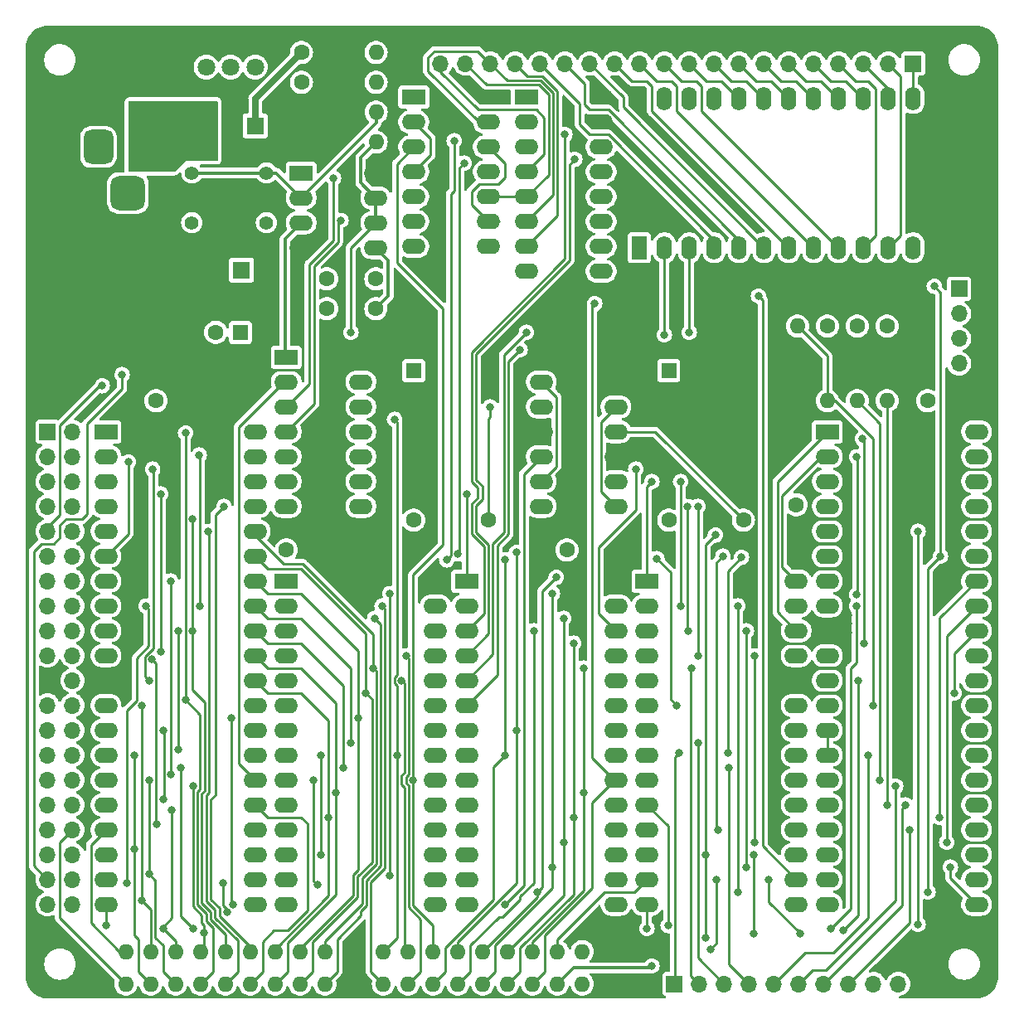
<source format=gbr>
%TF.GenerationSoftware,KiCad,Pcbnew,7.0.8*%
%TF.CreationDate,2023-11-05T23:51:00-05:00*%
%TF.ProjectId,jml-8-mini,6a6d6c2d-382d-46d6-996e-692e6b696361,B*%
%TF.SameCoordinates,Original*%
%TF.FileFunction,Copper,L1,Top*%
%TF.FilePolarity,Positive*%
%FSLAX46Y46*%
G04 Gerber Fmt 4.6, Leading zero omitted, Abs format (unit mm)*
G04 Created by KiCad (PCBNEW 7.0.8) date 2023-11-05 23:51:00*
%MOMM*%
%LPD*%
G01*
G04 APERTURE LIST*
G04 Aperture macros list*
%AMRoundRect*
0 Rectangle with rounded corners*
0 $1 Rounding radius*
0 $2 $3 $4 $5 $6 $7 $8 $9 X,Y pos of 4 corners*
0 Add a 4 corners polygon primitive as box body*
4,1,4,$2,$3,$4,$5,$6,$7,$8,$9,$2,$3,0*
0 Add four circle primitives for the rounded corners*
1,1,$1+$1,$2,$3*
1,1,$1+$1,$4,$5*
1,1,$1+$1,$6,$7*
1,1,$1+$1,$8,$9*
0 Add four rect primitives between the rounded corners*
20,1,$1+$1,$2,$3,$4,$5,0*
20,1,$1+$1,$4,$5,$6,$7,0*
20,1,$1+$1,$6,$7,$8,$9,0*
20,1,$1+$1,$8,$9,$2,$3,0*%
G04 Aperture macros list end*
%TA.AperFunction,ComponentPad*%
%ADD10C,1.600000*%
%TD*%
%TA.AperFunction,ComponentPad*%
%ADD11R,1.600000X1.600000*%
%TD*%
%TA.AperFunction,ComponentPad*%
%ADD12O,1.600000X1.600000*%
%TD*%
%TA.AperFunction,ComponentPad*%
%ADD13R,2.400000X1.600000*%
%TD*%
%TA.AperFunction,ComponentPad*%
%ADD14O,2.400000X1.600000*%
%TD*%
%TA.AperFunction,ComponentPad*%
%ADD15R,1.800000X1.800000*%
%TD*%
%TA.AperFunction,ComponentPad*%
%ADD16C,1.800000*%
%TD*%
%TA.AperFunction,ComponentPad*%
%ADD17R,1.600000X2.400000*%
%TD*%
%TA.AperFunction,ComponentPad*%
%ADD18O,1.600000X2.400000*%
%TD*%
%TA.AperFunction,ComponentPad*%
%ADD19R,1.700000X1.700000*%
%TD*%
%TA.AperFunction,ComponentPad*%
%ADD20O,1.700000X1.700000*%
%TD*%
%TA.AperFunction,ComponentPad*%
%ADD21C,1.397000*%
%TD*%
%TA.AperFunction,ComponentPad*%
%ADD22R,3.500000X3.500000*%
%TD*%
%TA.AperFunction,ComponentPad*%
%ADD23RoundRect,0.750000X-0.750000X-1.000000X0.750000X-1.000000X0.750000X1.000000X-0.750000X1.000000X0*%
%TD*%
%TA.AperFunction,ComponentPad*%
%ADD24RoundRect,0.875000X-0.875000X-0.875000X0.875000X-0.875000X0.875000X0.875000X-0.875000X0.875000X0*%
%TD*%
%TA.AperFunction,ViaPad*%
%ADD25C,0.800000*%
%TD*%
%TA.AperFunction,Conductor*%
%ADD26C,0.250000*%
%TD*%
%TA.AperFunction,Conductor*%
%ADD27C,0.304800*%
%TD*%
%TA.AperFunction,Conductor*%
%ADD28C,0.635000*%
%TD*%
G04 APERTURE END LIST*
D10*
%TO.P,C3,1*%
%TO.N,/Power\u002C Clock and Reset/555Trigger*%
X126318000Y-67183000D03*
%TO.P,C3,2*%
%TO.N,GND*%
X131318000Y-67183000D03*
%TD*%
D11*
%TO.P,C2,1*%
%TO.N,/Power\u002C Clock and Reset/555Dis{slash}Thr*%
X117475000Y-72644000D03*
D10*
%TO.P,C2,2*%
%TO.N,GND*%
X114975000Y-72644000D03*
%TD*%
%TO.P,R1,1*%
%TO.N,/Peripherals/UART_Tx*%
X177419000Y-72009000D03*
D12*
%TO.P,R1,2*%
%TO.N,/Peripherals/RxDA*%
X177419000Y-79629000D03*
%TD*%
D13*
%TO.P,U1,1,A11*%
%TO.N,/A11*%
X103759000Y-82804000D03*
D14*
%TO.P,U1,2,A12*%
%TO.N,/A12*%
X103759000Y-85344000D03*
%TO.P,U1,3,A13*%
%TO.N,/A13*%
X103759000Y-87884000D03*
%TO.P,U1,4,A14*%
%TO.N,/A14*%
X103759000Y-90424000D03*
%TO.P,U1,5,A15*%
%TO.N,/A15*%
X103759000Y-92964000D03*
%TO.P,U1,6,~{CLK}*%
%TO.N,/CLK*%
X103759000Y-95504000D03*
%TO.P,U1,7,D4*%
%TO.N,/D4*%
X103759000Y-98044000D03*
%TO.P,U1,8,D3*%
%TO.N,/D3*%
X103759000Y-100584000D03*
%TO.P,U1,9,D5*%
%TO.N,/D5*%
X103759000Y-103124000D03*
%TO.P,U1,10,D6*%
%TO.N,/D6*%
X103759000Y-105664000D03*
%TO.P,U1,11,VCC*%
%TO.N,+5V*%
X103759000Y-108204000D03*
%TO.P,U1,12,D2*%
%TO.N,/D2*%
X103759000Y-110744000D03*
%TO.P,U1,13,D7*%
%TO.N,/D7*%
X103759000Y-113284000D03*
%TO.P,U1,14,D0*%
%TO.N,/D0*%
X103759000Y-115824000D03*
%TO.P,U1,15,D1*%
%TO.N,/D1*%
X103759000Y-118364000D03*
%TO.P,U1,16,~{INT}*%
%TO.N,/~{INT}*%
X103759000Y-120904000D03*
%TO.P,U1,17,~{NMI}*%
%TO.N,/~{NMI}*%
X103759000Y-123444000D03*
%TO.P,U1,18,~{HALT}*%
%TO.N,/~{HALT}*%
X103759000Y-125984000D03*
%TO.P,U1,19,~{MREQ}*%
%TO.N,/~{MREQ}*%
X103759000Y-128524000D03*
%TO.P,U1,20,~{IORQ}*%
%TO.N,/~{IORQ}*%
X103759000Y-131064000D03*
%TO.P,U1,21,~{RD}*%
%TO.N,/~{RD}*%
X118999000Y-131064000D03*
%TO.P,U1,22,~{WR}*%
%TO.N,/~{WR}*%
X118999000Y-128524000D03*
%TO.P,U1,23,~{BUSACK}*%
%TO.N,/~{BUSACK}*%
X118999000Y-125984000D03*
%TO.P,U1,24,~{WAIT}*%
%TO.N,/~{WAIT}*%
X118999000Y-123444000D03*
%TO.P,U1,25,~{BUSRQ}*%
%TO.N,/~{BUSRQ}*%
X118999000Y-120904000D03*
%TO.P,U1,26,~{RESET}*%
%TO.N,/~{RESET}*%
X118999000Y-118364000D03*
%TO.P,U1,27,~{M1}*%
%TO.N,/~{M1}*%
X118999000Y-115824000D03*
%TO.P,U1,28,~{RFSH}*%
%TO.N,/~{RFSH}*%
X118999000Y-113284000D03*
%TO.P,U1,29,GND*%
%TO.N,GND*%
X118999000Y-110744000D03*
%TO.P,U1,30,A0*%
%TO.N,/A0*%
X118999000Y-108204000D03*
%TO.P,U1,31,A1*%
%TO.N,/A1*%
X118999000Y-105664000D03*
%TO.P,U1,32,A2*%
%TO.N,/A2*%
X118999000Y-103124000D03*
%TO.P,U1,33,A3*%
%TO.N,/A3*%
X118999000Y-100584000D03*
%TO.P,U1,34,A4*%
%TO.N,/A4*%
X118999000Y-98044000D03*
%TO.P,U1,35,A5*%
%TO.N,/A5*%
X118999000Y-95504000D03*
%TO.P,U1,36,A6*%
%TO.N,/A6*%
X118999000Y-92964000D03*
%TO.P,U1,37,A7*%
%TO.N,/A7*%
X118999000Y-90424000D03*
%TO.P,U1,38,A8*%
%TO.N,/A8*%
X118999000Y-87884000D03*
%TO.P,U1,39,A9*%
%TO.N,/A9*%
X118999000Y-85344000D03*
%TO.P,U1,40,A10*%
%TO.N,/A10*%
X118999000Y-82804000D03*
%TD*%
D11*
%TO.P,X2,1,EN*%
%TO.N,unconnected-(X2-EN-Pad1)*%
X161226500Y-76581000D03*
D10*
%TO.P,X2,7,GND*%
%TO.N,GND*%
X161226500Y-91821000D03*
%TO.P,X2,8,OUT*%
%TO.N,/Power\u002C Clock and Reset/2.4576MHz*%
X168846500Y-91821000D03*
%TO.P,X2,14,Vcc*%
%TO.N,+5V*%
X168846500Y-76581000D03*
%TD*%
D13*
%TO.P,U8,1,~{EN}*%
%TO.N,GND*%
X146707332Y-48641000D03*
D14*
%TO.P,U8,2,A*%
%TO.N,/A2*%
X146707332Y-51181000D03*
%TO.P,U8,3,B*%
%TO.N,/A3*%
X146707332Y-53721000D03*
%TO.P,U8,4,~{Q0}*%
%TO.N,/Address Decoding/Q0*%
X146707332Y-56261000D03*
%TO.P,U8,5,~{Q1}*%
%TO.N,/Address Decoding/Q1*%
X146707332Y-58801000D03*
%TO.P,U8,6,~{Q2}*%
%TO.N,/Address Decoding/Q2*%
X146707332Y-61341000D03*
%TO.P,U8,7,~{Q3}*%
%TO.N,/Address Decoding/Q3*%
X146707332Y-63881000D03*
%TO.P,U8,8,GND*%
%TO.N,GND*%
X146707332Y-66421000D03*
%TO.P,U8,9,~{Q3}*%
%TO.N,unconnected-(U8B-~{Q3}-Pad9)*%
X154327332Y-66421000D03*
%TO.P,U8,10,~{Q2}*%
%TO.N,unconnected-(U8B-~{Q2}-Pad10)*%
X154327332Y-63881000D03*
%TO.P,U8,11,~{Q1}*%
%TO.N,unconnected-(U8B-~{Q1}-Pad11)*%
X154327332Y-61341000D03*
%TO.P,U8,12,~{Q0}*%
%TO.N,unconnected-(U8B-~{Q0}-Pad12)*%
X154327332Y-58801000D03*
%TO.P,U8,13,B*%
%TO.N,GND*%
X154327332Y-56261000D03*
%TO.P,U8,14,A*%
X154327332Y-53721000D03*
%TO.P,U8,15,~{EN}*%
%TO.N,+5V*%
X154327332Y-51181000D03*
%TO.P,U8,16,VCC*%
X154327332Y-48641000D03*
%TD*%
D15*
%TO.P,D1,1,K*%
%TO.N,/Power\u002C Clock and Reset/LED_TO_R*%
X117602000Y-66294000D03*
D16*
%TO.P,D1,2,A*%
%TO.N,+5V*%
X115062000Y-66294000D03*
%TD*%
D13*
%TO.P,U11,1,GND*%
%TO.N,GND*%
X123698000Y-56388000D03*
D14*
%TO.P,U11,2,TR*%
%TO.N,/Power\u002C Clock and Reset/555Trigger*%
X123698000Y-58928000D03*
%TO.P,U11,3,Q*%
%TO.N,/Power\u002C Clock and Reset/555Out*%
X123698000Y-61468000D03*
%TO.P,U11,4,R*%
%TO.N,+5V*%
X123698000Y-64008000D03*
%TO.P,U11,5,CV*%
%TO.N,/Power\u002C Clock and Reset/555Control*%
X131318000Y-64008000D03*
%TO.P,U11,6,THR*%
%TO.N,/Power\u002C Clock and Reset/555Dis{slash}Thr*%
X131318000Y-61468000D03*
%TO.P,U11,7,DIS*%
X131318000Y-58928000D03*
%TO.P,U11,8,VCC*%
%TO.N,+5V*%
X131318000Y-56388000D03*
%TD*%
D13*
%TO.P,U3,1,A14*%
%TO.N,/A14*%
X140589000Y-98044000D03*
D14*
%TO.P,U3,2,A12*%
%TO.N,/A12*%
X140589000Y-100584000D03*
%TO.P,U3,3,A7*%
%TO.N,/A7*%
X140589000Y-103124000D03*
%TO.P,U3,4,A6*%
%TO.N,/A6*%
X140589000Y-105664000D03*
%TO.P,U3,5,A5*%
%TO.N,/A5*%
X140589000Y-108204000D03*
%TO.P,U3,6,A4*%
%TO.N,/A4*%
X140589000Y-110744000D03*
%TO.P,U3,7,A3*%
%TO.N,/A3*%
X140589000Y-113284000D03*
%TO.P,U3,8,A2*%
%TO.N,/A2*%
X140589000Y-115824000D03*
%TO.P,U3,9,A1*%
%TO.N,/A1*%
X140589000Y-118364000D03*
%TO.P,U3,10,A0*%
%TO.N,/A0*%
X140589000Y-120904000D03*
%TO.P,U3,11,D0*%
%TO.N,/D0*%
X140589000Y-123444000D03*
%TO.P,U3,12,D1*%
%TO.N,/D1*%
X140589000Y-125984000D03*
%TO.P,U3,13,D2*%
%TO.N,/D2*%
X140589000Y-128524000D03*
%TO.P,U3,14,GND*%
%TO.N,GND*%
X140589000Y-131064000D03*
%TO.P,U3,15,D3*%
%TO.N,/D3*%
X155829000Y-131064000D03*
%TO.P,U3,16,D4*%
%TO.N,/D4*%
X155829000Y-128524000D03*
%TO.P,U3,17,D5*%
%TO.N,/D5*%
X155829000Y-125984000D03*
%TO.P,U3,18,D6*%
%TO.N,/D6*%
X155829000Y-123444000D03*
%TO.P,U3,19,D7*%
%TO.N,/D7*%
X155829000Y-120904000D03*
%TO.P,U3,20,~{CE}*%
%TO.N,/~{RAM}*%
X155829000Y-118364000D03*
%TO.P,U3,21,A10*%
%TO.N,/A10*%
X155829000Y-115824000D03*
%TO.P,U3,22,~{OE}*%
%TO.N,/~{RD}*%
X155829000Y-113284000D03*
%TO.P,U3,23,A11*%
%TO.N,/A11*%
X155829000Y-110744000D03*
%TO.P,U3,24,A9*%
%TO.N,/A9*%
X155829000Y-108204000D03*
%TO.P,U3,25,A8*%
%TO.N,/A8*%
X155829000Y-105664000D03*
%TO.P,U3,26,A13*%
%TO.N,/A13*%
X155829000Y-103124000D03*
%TO.P,U3,27,~{WE}*%
%TO.N,/~{WR}*%
X155829000Y-100584000D03*
%TO.P,U3,28,VCC*%
%TO.N,+5V*%
X155829000Y-98044000D03*
%TD*%
D11*
%TO.P,RN3,1,common*%
%TO.N,+5V*%
X154940000Y-135890000D03*
D12*
%TO.P,RN3,2,R1*%
%TO.N,/~{SIO}*%
X152400000Y-135890000D03*
%TO.P,RN3,3,R2*%
%TO.N,/CTC IEI*%
X149860000Y-135890000D03*
%TO.P,RN3,4,R3*%
%TO.N,/D7*%
X147320000Y-135890000D03*
%TO.P,RN3,5,R4*%
%TO.N,/D5*%
X144780000Y-135890000D03*
%TO.P,RN3,6,R5*%
%TO.N,/D3*%
X142240000Y-135890000D03*
%TO.P,RN3,7,R6*%
%TO.N,/A3*%
X139700000Y-135890000D03*
%TO.P,RN3,8,R7*%
%TO.N,/~{ROM}*%
X137160000Y-135890000D03*
%TO.P,RN3,9,R8*%
%TO.N,/A9*%
X134620000Y-135890000D03*
%TO.P,RN3,10,R9*%
%TO.N,/A10*%
X132080000Y-135890000D03*
%TD*%
D10*
%TO.P,C5,1*%
%TO.N,+5V*%
X127174000Y-94869000D03*
%TO.P,C5,2*%
%TO.N,GND*%
X122174000Y-94869000D03*
%TD*%
%TO.P,R4,1*%
%TO.N,+5V*%
X174371000Y-79629000D03*
D12*
%TO.P,R4,2*%
%TO.N,/Peripherals/RxDA*%
X174371000Y-72009000D03*
%TD*%
D11*
%TO.P,RN4,1,common*%
%TO.N,+5V*%
X154940000Y-139192000D03*
D12*
%TO.P,RN4,2,R1*%
%TO.N,/~{SIO SYNCA}*%
X152400000Y-139192000D03*
%TO.P,RN4,3,R2*%
%TO.N,/~{CTC}*%
X149860000Y-139192000D03*
%TO.P,RN4,4,R3*%
%TO.N,/~{RAM}*%
X147320000Y-139192000D03*
%TO.P,RN4,5,R4*%
%TO.N,/D6*%
X144780000Y-139192000D03*
%TO.P,RN4,6,R5*%
%TO.N,/D4*%
X142240000Y-139192000D03*
%TO.P,RN4,7,R6*%
%TO.N,/A13*%
X139700000Y-139192000D03*
%TO.P,RN4,8,R7*%
%TO.N,/A2*%
X137160000Y-139192000D03*
%TO.P,RN4,9,R8*%
%TO.N,/A8*%
X134620000Y-139192000D03*
%TO.P,RN4,10,R9*%
%TO.N,/~{ROM WE}*%
X132080000Y-139192000D03*
%TD*%
D17*
%TO.P,U7,1,~{LE}*%
%TO.N,GND*%
X158242000Y-64008000D03*
D18*
%TO.P,U7,2,A0*%
%TO.N,/A4*%
X160782000Y-64008000D03*
%TO.P,U7,3,A1*%
%TO.N,/A5*%
X163322000Y-64008000D03*
%TO.P,U7,4,Y7*%
%TO.N,/Address Decoding/Y7*%
X165862000Y-64008000D03*
%TO.P,U7,5,Y6*%
%TO.N,/Address Decoding/Y6*%
X168402000Y-64008000D03*
%TO.P,U7,6,Y5*%
%TO.N,/Address Decoding/Y5*%
X170942000Y-64008000D03*
%TO.P,U7,7,Y4*%
%TO.N,/Address Decoding/Y4*%
X173482000Y-64008000D03*
%TO.P,U7,8,Y3*%
%TO.N,/Address Decoding/Y3*%
X176022000Y-64008000D03*
%TO.P,U7,9,Y1*%
%TO.N,/Address Decoding/Y1*%
X178562000Y-64008000D03*
%TO.P,U7,10,Y2*%
%TO.N,/Address Decoding/Y2*%
X181102000Y-64008000D03*
%TO.P,U7,11,Y0*%
%TO.N,/Address Decoding/Y0*%
X183642000Y-64008000D03*
%TO.P,U7,12,GND*%
%TO.N,GND*%
X186182000Y-64008000D03*
%TO.P,U7,13,Y13*%
%TO.N,/Address Decoding/Y13*%
X186182000Y-48768000D03*
%TO.P,U7,14,Y12*%
%TO.N,/Address Decoding/Y12*%
X183642000Y-48768000D03*
%TO.P,U7,15,Y15*%
%TO.N,/Address Decoding/Y15*%
X181102000Y-48768000D03*
%TO.P,U7,16,Y14*%
%TO.N,/Address Decoding/Y14*%
X178562000Y-48768000D03*
%TO.P,U7,17,Y9*%
%TO.N,/Address Decoding/Y9*%
X176022000Y-48768000D03*
%TO.P,U7,18,Y8*%
%TO.N,/Address Decoding/Y8*%
X173482000Y-48768000D03*
%TO.P,U7,19,Y11*%
%TO.N,/Address Decoding/Y11*%
X170942000Y-48768000D03*
%TO.P,U7,20,Y10*%
%TO.N,/Address Decoding/Y10*%
X168402000Y-48768000D03*
%TO.P,U7,21,A2*%
%TO.N,/A6*%
X165862000Y-48768000D03*
%TO.P,U7,22,A3*%
%TO.N,/A7*%
X163322000Y-48768000D03*
%TO.P,U7,23,~{E}*%
%TO.N,GND*%
X160782000Y-48768000D03*
%TO.P,U7,24,VCC*%
%TO.N,+5V*%
X158242000Y-48768000D03*
%TD*%
D13*
%TO.P,U5,1,D1*%
%TO.N,/D1*%
X177419000Y-82804000D03*
D14*
%TO.P,U5,2,D3*%
%TO.N,/D3*%
X177419000Y-85344000D03*
%TO.P,U5,3,D5*%
%TO.N,/D5*%
X177419000Y-87884000D03*
%TO.P,U5,4,D7*%
%TO.N,/D7*%
X177419000Y-90424000D03*
%TO.P,U5,5,~{INT}*%
%TO.N,/~{INT}*%
X177419000Y-92964000D03*
%TO.P,U5,6,IEI*%
%TO.N,/Peripherals/SIO_IEI*%
X177419000Y-95504000D03*
%TO.P,U5,7,IE0*%
%TO.N,/Peripherals/SIO_IEO*%
X177419000Y-98044000D03*
%TO.P,U5,8,~{M1}*%
%TO.N,/~{M1}*%
X177419000Y-100584000D03*
%TO.P,U5,9,VCC*%
%TO.N,+5V*%
X177419000Y-103124000D03*
%TO.P,U5,10,~{W}/~{RDYA}*%
%TO.N,unconnected-(U5-~{W}{slash}~{RDYA}-Pad10)*%
X177419000Y-105664000D03*
%TO.P,U5,11,~{SYNCA}*%
%TO.N,/~{SIO SYNCA}*%
X177419000Y-108204000D03*
%TO.P,U5,12,RxDA*%
%TO.N,/Peripherals/RxDA*%
X177419000Y-110744000D03*
%TO.P,U5,13,~{RxCA}*%
%TO.N,/Peripherals/SIO_UART_CLK*%
X177419000Y-113284000D03*
%TO.P,U5,14,~{TxCA}*%
X177419000Y-115824000D03*
%TO.P,U5,15,TxDA*%
%TO.N,/Peripherals/TxDA*%
X177419000Y-118364000D03*
%TO.P,U5,16,~{DTRA}*%
%TO.N,/Peripherals/~{DTRA}*%
X177419000Y-120904000D03*
%TO.P,U5,17,~{RTSA}*%
%TO.N,unconnected-(U5-~{RTSA}-Pad17)*%
X177419000Y-123444000D03*
%TO.P,U5,18,~{CTSA}*%
%TO.N,GND*%
X177419000Y-125984000D03*
%TO.P,U5,19,~{DCDA}*%
X177419000Y-128524000D03*
%TO.P,U5,20,CLK*%
%TO.N,/CLK*%
X177419000Y-131064000D03*
%TO.P,U5,21,~{RESET}*%
%TO.N,/~{RESET}*%
X192659000Y-131064000D03*
%TO.P,U5,22,~{DCDB}*%
%TO.N,/Peripherals/~{DCDB}*%
X192659000Y-128524000D03*
%TO.P,U5,23,~{CTSB}*%
%TO.N,/Peripherals/~{CTSB}*%
X192659000Y-125984000D03*
%TO.P,U5,24,~{RTSB}*%
%TO.N,/Peripherals/~{RTSB}*%
X192659000Y-123444000D03*
%TO.P,U5,25,~{DTRB}*%
%TO.N,/Peripherals/~{DTRB}*%
X192659000Y-120904000D03*
%TO.P,U5,26,TxDB*%
%TO.N,/Peripherals/TxDB*%
X192659000Y-118364000D03*
%TO.P,U5,27,~{RxTxCB}*%
%TO.N,/Peripherals/~{RxTxCB}*%
X192659000Y-115824000D03*
%TO.P,U5,28,RxDB*%
%TO.N,/Peripherals/RxDB*%
X192659000Y-113284000D03*
%TO.P,U5,29,~{SYNCB}*%
%TO.N,/Peripherals/~{SYNCB}*%
X192659000Y-110744000D03*
%TO.P,U5,30,~{W}/~{RDYB}*%
%TO.N,/Peripherals/~{W}{slash}~{RDYB}*%
X192659000Y-108204000D03*
%TO.P,U5,31,GND*%
%TO.N,GND*%
X192659000Y-105664000D03*
%TO.P,U5,32,~{RD}*%
%TO.N,/~{RD}*%
X192659000Y-103124000D03*
%TO.P,U5,33,C/~{D}*%
%TO.N,/A0*%
X192659000Y-100584000D03*
%TO.P,U5,34,B/~{A}*%
%TO.N,/A1*%
X192659000Y-98044000D03*
%TO.P,U5,35,~{CE}*%
%TO.N,/~{SIO}*%
X192659000Y-95504000D03*
%TO.P,U5,36,~{IORQ}*%
%TO.N,/~{IORQ}*%
X192659000Y-92964000D03*
%TO.P,U5,37,D6*%
%TO.N,/D6*%
X192659000Y-90424000D03*
%TO.P,U5,38,D4*%
%TO.N,/D4*%
X192659000Y-87884000D03*
%TO.P,U5,39,D2*%
%TO.N,/D2*%
X192659000Y-85344000D03*
%TO.P,U5,40,D0*%
%TO.N,/D0*%
X192659000Y-82804000D03*
%TD*%
D11*
%TO.P,RN2,1,common*%
%TO.N,+5V*%
X128651000Y-139192000D03*
D12*
%TO.P,RN2,2,R1*%
%TO.N,/A12*%
X126111000Y-139192000D03*
%TO.P,RN2,3,R2*%
%TO.N,/A5*%
X123571000Y-139192000D03*
%TO.P,RN2,4,R3*%
%TO.N,/A1*%
X121031000Y-139192000D03*
%TO.P,RN2,5,R4*%
%TO.N,/~{BUSRQ}*%
X118491000Y-139192000D03*
%TO.P,RN2,6,R5*%
%TO.N,/A15*%
X115951000Y-139192000D03*
%TO.P,RN2,7,R6*%
%TO.N,/A11*%
X113411000Y-139192000D03*
%TO.P,RN2,8,R7*%
%TO.N,/D1*%
X110871000Y-139192000D03*
%TO.P,RN2,9,R8*%
%TO.N,/D0*%
X108331000Y-139192000D03*
%TO.P,RN2,10,R9*%
%TO.N,/~{WAIT}*%
X105791000Y-139192000D03*
%TD*%
D10*
%TO.P,C4,1*%
%TO.N,+5V*%
X113879000Y-79629000D03*
%TO.P,C4,2*%
%TO.N,GND*%
X108879000Y-79629000D03*
%TD*%
D13*
%TO.P,U9,1*%
%TO.N,/A15*%
X135202666Y-48636000D03*
D14*
%TO.P,U9,2*%
%TO.N,/~{MREQ}*%
X135202666Y-51176000D03*
%TO.P,U9,3*%
%TO.N,/~{ROM}*%
X135202666Y-53716000D03*
%TO.P,U9,4*%
%TO.N,/~{MREQ}*%
X135202666Y-56256000D03*
%TO.P,U9,5*%
%TO.N,/Address Decoding/~{A15}*%
X135202666Y-58796000D03*
%TO.P,U9,6*%
%TO.N,/~{RAM}*%
X135202666Y-61336000D03*
%TO.P,U9,7,GND*%
%TO.N,GND*%
X135202666Y-63876000D03*
%TO.P,U9,8*%
%TO.N,/~{SIO}*%
X142822666Y-63876000D03*
%TO.P,U9,9*%
%TO.N,/Address Decoding/Y0*%
X142822666Y-61336000D03*
%TO.P,U9,10*%
%TO.N,/Address Decoding/Q1*%
X142822666Y-58796000D03*
%TO.P,U9,11*%
%TO.N,/~{CTC}*%
X142822666Y-56256000D03*
%TO.P,U9,12*%
%TO.N,/Address Decoding/Y0*%
X142822666Y-53716000D03*
%TO.P,U9,13*%
%TO.N,/Address Decoding/Q2*%
X142822666Y-51176000D03*
%TO.P,U9,14,VCC*%
%TO.N,+5V*%
X142822666Y-48636000D03*
%TD*%
D19*
%TO.P,J2,1,Pin_1*%
%TO.N,/Peripherals/SIO_IEO*%
X161798000Y-139192000D03*
D20*
%TO.P,J2,2,Pin_2*%
%TO.N,/Peripherals/~{W}{slash}~{RDYB}*%
X164338000Y-139192000D03*
%TO.P,J2,3,Pin_3*%
%TO.N,/Peripherals/~{SYNCB}*%
X166878000Y-139192000D03*
%TO.P,J2,4,Pin_4*%
%TO.N,/Peripherals/RxDB*%
X169418000Y-139192000D03*
%TO.P,J2,5,Pin_5*%
%TO.N,/Peripherals/~{RxTxCB}*%
X171958000Y-139192000D03*
%TO.P,J2,6,Pin_6*%
%TO.N,/Peripherals/TxDB*%
X174498000Y-139192000D03*
%TO.P,J2,7,Pin_7*%
%TO.N,/Peripherals/~{DTRB}*%
X177038000Y-139192000D03*
%TO.P,J2,8,Pin_8*%
%TO.N,/Peripherals/~{RTSB}*%
X179578000Y-139192000D03*
%TO.P,J2,9,Pin_9*%
%TO.N,/Peripherals/~{CTSB}*%
X182118000Y-139192000D03*
%TO.P,J2,10,Pin_10*%
%TO.N,/Peripherals/~{DCDB}*%
X184658000Y-139192000D03*
%TD*%
D21*
%TO.P,SW1,1,1*%
%TO.N,GND*%
X120142000Y-61468000D03*
X112522000Y-61468000D03*
%TO.P,SW1,2,2*%
%TO.N,/Power\u002C Clock and Reset/555Trigger*%
X120142000Y-56388000D03*
X112522000Y-56388000D03*
%TD*%
D10*
%TO.P,R2,1*%
%TO.N,/Peripherals/UART_Rx*%
X180467000Y-72009000D03*
D12*
%TO.P,R2,2*%
%TO.N,/Peripherals/TxDA*%
X180467000Y-79629000D03*
%TD*%
D13*
%TO.P,U4,1,D4*%
%TO.N,/D4*%
X159004000Y-98044000D03*
D14*
%TO.P,U4,2,D5*%
%TO.N,/D5*%
X159004000Y-100584000D03*
%TO.P,U4,3,D6*%
%TO.N,/D6*%
X159004000Y-103124000D03*
%TO.P,U4,4,D7*%
%TO.N,/D7*%
X159004000Y-105664000D03*
%TO.P,U4,5,GND*%
%TO.N,GND*%
X159004000Y-108204000D03*
%TO.P,U4,6,~{RD}*%
%TO.N,/~{RD}*%
X159004000Y-110744000D03*
%TO.P,U4,7,ZC/TO0*%
%TO.N,/Peripherals/SIO_UART_CLK*%
X159004000Y-113284000D03*
%TO.P,U4,8,ZC/TO1*%
%TO.N,unconnected-(U4-ZC{slash}TO1-Pad8)*%
X159004000Y-115824000D03*
%TO.P,U4,9,ZC/TO2*%
%TO.N,unconnected-(U4-ZC{slash}TO2-Pad9)*%
X159004000Y-118364000D03*
%TO.P,U4,10,~{IORQ}*%
%TO.N,/~{IORQ}*%
X159004000Y-120904000D03*
%TO.P,U4,11,IEO*%
%TO.N,/Peripherals/SIO_IEI*%
X159004000Y-123444000D03*
%TO.P,U4,12,~{INT}*%
%TO.N,/~{INT}*%
X159004000Y-125984000D03*
%TO.P,U4,13,IEI*%
%TO.N,/CTC IEI*%
X159004000Y-128524000D03*
%TO.P,U4,14,~{M1}*%
%TO.N,/~{M1}*%
X159004000Y-131064000D03*
%TO.P,U4,15,CLK*%
%TO.N,/CLK*%
X174244000Y-131064000D03*
%TO.P,U4,16,~{CE}*%
%TO.N,/~{CTC}*%
X174244000Y-128524000D03*
%TO.P,U4,17,~{RESET}*%
%TO.N,/~{RESET}*%
X174244000Y-125984000D03*
%TO.P,U4,18,~{CS0}*%
%TO.N,/A0*%
X174244000Y-123444000D03*
%TO.P,U4,19,CS1*%
%TO.N,/A1*%
X174244000Y-120904000D03*
%TO.P,U4,20,CLK/TRG3*%
%TO.N,unconnected-(U4-CLK{slash}TRG3-Pad20)*%
X174244000Y-118364000D03*
%TO.P,U4,21,CLK/TRG2*%
%TO.N,unconnected-(U4-CLK{slash}TRG2-Pad21)*%
X174244000Y-115824000D03*
%TO.P,U4,22,CLK/TRG1*%
%TO.N,unconnected-(U4-CLK{slash}TRG1-Pad22)*%
X174244000Y-113284000D03*
%TO.P,U4,23,CLK/TRG0*%
%TO.N,/Peripherals/UART CLK*%
X174244000Y-110744000D03*
%TO.P,U4,24,VCC*%
%TO.N,+5V*%
X174244000Y-108204000D03*
%TO.P,U4,25,D0*%
%TO.N,/D0*%
X174244000Y-105664000D03*
%TO.P,U4,26,D1*%
%TO.N,/D1*%
X174244000Y-103124000D03*
%TO.P,U4,27,D2*%
%TO.N,/D2*%
X174244000Y-100584000D03*
%TO.P,U4,28,D3*%
%TO.N,/D3*%
X174244000Y-98044000D03*
%TD*%
D19*
%TO.P,J6,1,Pin_1*%
%TO.N,/A11*%
X97790000Y-82804000D03*
D20*
%TO.P,J6,2,Pin_2*%
%TO.N,/A10*%
X100330000Y-82804000D03*
%TO.P,J6,3,Pin_3*%
%TO.N,/A12*%
X97790000Y-85344000D03*
%TO.P,J6,4,Pin_4*%
%TO.N,/A9*%
X100330000Y-85344000D03*
%TO.P,J6,5,Pin_5*%
%TO.N,/A13*%
X97790000Y-87884000D03*
%TO.P,J6,6,Pin_6*%
%TO.N,/A8*%
X100330000Y-87884000D03*
%TO.P,J6,7,Pin_7*%
%TO.N,/A14*%
X97790000Y-90424000D03*
%TO.P,J6,8,Pin_8*%
%TO.N,/A7*%
X100330000Y-90424000D03*
%TO.P,J6,9,Pin_9*%
%TO.N,/A15*%
X97790000Y-92964000D03*
%TO.P,J6,10,Pin_10*%
%TO.N,/A6*%
X100330000Y-92964000D03*
%TO.P,J6,11,Pin_11*%
%TO.N,/CLK*%
X97790000Y-95504000D03*
%TO.P,J6,12,Pin_12*%
%TO.N,/A5*%
X100330000Y-95504000D03*
%TO.P,J6,13,Pin_13*%
%TO.N,/D4*%
X97790000Y-98044000D03*
%TO.P,J6,14,Pin_14*%
%TO.N,/A4*%
X100330000Y-98044000D03*
%TO.P,J6,15,Pin_15*%
%TO.N,/D3*%
X97790000Y-100584000D03*
%TO.P,J6,16,Pin_16*%
%TO.N,/A3*%
X100330000Y-100584000D03*
%TO.P,J6,17,Pin_17*%
%TO.N,/D5*%
X97790000Y-103124000D03*
%TO.P,J6,18,Pin_18*%
%TO.N,/A2*%
X100330000Y-103124000D03*
%TO.P,J6,19,Pin_19*%
%TO.N,/D6*%
X97790000Y-105664000D03*
%TO.P,J6,20,Pin_20*%
%TO.N,/A1*%
X100330000Y-105664000D03*
%TO.P,J6,21,Pin_21*%
%TO.N,+5V*%
X97790000Y-108204000D03*
%TO.P,J6,22,Pin_22*%
%TO.N,/A0*%
X100330000Y-108204000D03*
%TO.P,J6,23,Pin_23*%
%TO.N,/D2*%
X97790000Y-110744000D03*
%TO.P,J6,24,Pin_24*%
%TO.N,GND*%
X100330000Y-110744000D03*
%TO.P,J6,25,Pin_25*%
%TO.N,/D7*%
X97790000Y-113284000D03*
%TO.P,J6,26,Pin_26*%
%TO.N,/~{RFSH}*%
X100330000Y-113284000D03*
%TO.P,J6,27,Pin_27*%
%TO.N,/D0*%
X97790000Y-115824000D03*
%TO.P,J6,28,Pin_28*%
%TO.N,/~{M1}*%
X100330000Y-115824000D03*
%TO.P,J6,29,Pin_29*%
%TO.N,/D1*%
X97790000Y-118364000D03*
%TO.P,J6,30,Pin_30*%
%TO.N,/~{RESET}*%
X100330000Y-118364000D03*
%TO.P,J6,31,Pin_31*%
%TO.N,/~{INT}*%
X97790000Y-120904000D03*
%TO.P,J6,32,Pin_32*%
%TO.N,/~{BUSRQ}*%
X100330000Y-120904000D03*
%TO.P,J6,33,Pin_33*%
%TO.N,/~{NMI}*%
X97790000Y-123444000D03*
%TO.P,J6,34,Pin_34*%
%TO.N,/~{WAIT}*%
X100330000Y-123444000D03*
%TO.P,J6,35,Pin_35*%
%TO.N,/~{HALT}*%
X97790000Y-125984000D03*
%TO.P,J6,36,Pin_36*%
%TO.N,/~{BUSACK}*%
X100330000Y-125984000D03*
%TO.P,J6,37,Pin_37*%
%TO.N,/~{MREQ}*%
X97790000Y-128524000D03*
%TO.P,J6,38,Pin_38*%
%TO.N,/~{WR}*%
X100330000Y-128524000D03*
%TO.P,J6,39,Pin_39*%
%TO.N,/~{IORQ}*%
X97790000Y-131064000D03*
%TO.P,J6,40,Pin_40*%
%TO.N,/~{RD}*%
X100330000Y-131064000D03*
%TD*%
D22*
%TO.P,J1,1*%
%TO.N,/Power\u002C Clock and Reset/PWR_IN*%
X108997000Y-53721000D03*
D23*
%TO.P,J1,2*%
%TO.N,GND*%
X102997000Y-53721000D03*
D24*
%TO.P,J1,3,MountPin*%
X105997000Y-58421000D03*
%TD*%
D15*
%TO.P,SW2,1,A*%
%TO.N,/Power\u002C Clock and Reset/SW_TO_R*%
X118999000Y-51562000D03*
D16*
%TO.P,SW2,2,B*%
%TO.N,+5V*%
X116499000Y-51562000D03*
%TO.P,SW2,3,C*%
%TO.N,/Power\u002C Clock and Reset/PWR_IN*%
X113999000Y-51562000D03*
%TO.P,SW2,4,A*%
%TO.N,unconnected-(SW2-A-Pad4)*%
X118999000Y-45562000D03*
%TO.P,SW2,5,B*%
%TO.N,unconnected-(SW2-B-Pad5)*%
X116499000Y-45562000D03*
%TO.P,SW2,6,C*%
%TO.N,unconnected-(SW2-C-Pad6)*%
X113999000Y-45562000D03*
%TD*%
D10*
%TO.P,R8,1*%
%TO.N,/Power\u002C Clock and Reset/SW_TO_R*%
X123718000Y-44069000D03*
D12*
%TO.P,R8,2*%
%TO.N,GND*%
X131338000Y-44069000D03*
%TD*%
D10*
%TO.P,C8,1*%
%TO.N,+5V*%
X192659000Y-79629000D03*
%TO.P,C8,2*%
%TO.N,GND*%
X187659000Y-79629000D03*
%TD*%
%TO.P,R6,1*%
%TO.N,+5V*%
X123728000Y-50160000D03*
D12*
%TO.P,R6,2*%
%TO.N,/Power\u002C Clock and Reset/555Trigger*%
X131348000Y-50160000D03*
%TD*%
D19*
%TO.P,J5,1,Pin_1*%
%TO.N,/Address Decoding/Y13*%
X186182000Y-45212000D03*
D20*
%TO.P,J5,2,Pin_2*%
%TO.N,/Address Decoding/Y0*%
X183642000Y-45212000D03*
%TO.P,J5,3,Pin_3*%
%TO.N,/Address Decoding/Y12*%
X181102000Y-45212000D03*
%TO.P,J5,4,Pin_4*%
%TO.N,/Address Decoding/Y2*%
X178562000Y-45212000D03*
%TO.P,J5,5,Pin_5*%
%TO.N,/Address Decoding/Y15*%
X176022000Y-45212000D03*
%TO.P,J5,6,Pin_6*%
%TO.N,/Address Decoding/Y14*%
X173482000Y-45212000D03*
%TO.P,J5,7,Pin_7*%
%TO.N,/Address Decoding/Y9*%
X170942000Y-45212000D03*
%TO.P,J5,8,Pin_8*%
%TO.N,/Address Decoding/Y8*%
X168402000Y-45212000D03*
%TO.P,J5,9,Pin_9*%
%TO.N,/Address Decoding/Y11*%
X165862000Y-45212000D03*
%TO.P,J5,10,Pin_10*%
%TO.N,/Address Decoding/Y10*%
X163322000Y-45212000D03*
%TO.P,J5,11,Pin_11*%
%TO.N,/Address Decoding/Y1*%
X160782000Y-45212000D03*
%TO.P,J5,12,Pin_12*%
%TO.N,/Address Decoding/Y3*%
X158242000Y-45212000D03*
%TO.P,J5,13,Pin_13*%
%TO.N,/Address Decoding/Y4*%
X155702000Y-45212000D03*
%TO.P,J5,14,Pin_14*%
%TO.N,/Address Decoding/Y5*%
X153162000Y-45212000D03*
%TO.P,J5,15,Pin_15*%
%TO.N,/Address Decoding/Y6*%
X150622000Y-45212000D03*
%TO.P,J5,16,Pin_16*%
%TO.N,/Address Decoding/Y7*%
X148082000Y-45212000D03*
%TO.P,J5,17,Pin_17*%
%TO.N,/Address Decoding/Q3*%
X145542000Y-45212000D03*
%TO.P,J5,18,Pin_18*%
%TO.N,/Address Decoding/Q2*%
X143002000Y-45212000D03*
%TO.P,J5,19,Pin_19*%
%TO.N,/Address Decoding/Q1*%
X140462000Y-45212000D03*
%TO.P,J5,20,Pin_20*%
%TO.N,/Address Decoding/Q0*%
X137922000Y-45212000D03*
%TD*%
D10*
%TO.P,R5,1*%
%TO.N,+5V*%
X123728000Y-53208000D03*
D12*
%TO.P,R5,2*%
%TO.N,/Power\u002C Clock and Reset/555Dis{slash}Thr*%
X131348000Y-53208000D03*
%TD*%
D10*
%TO.P,R7,1*%
%TO.N,/Power\u002C Clock and Reset/LED_TO_R*%
X123718000Y-47112000D03*
D12*
%TO.P,R7,2*%
%TO.N,GND*%
X131338000Y-47112000D03*
%TD*%
D11*
%TO.P,RN1,1,common*%
%TO.N,+5V*%
X128651000Y-135890000D03*
D12*
%TO.P,RN1,2,R1*%
%TO.N,/A6*%
X126111000Y-135890000D03*
%TO.P,RN1,3,R2*%
%TO.N,/A4*%
X123571000Y-135890000D03*
%TO.P,RN1,4,R3*%
%TO.N,/A0*%
X121031000Y-135890000D03*
%TO.P,RN1,5,R4*%
%TO.N,/A14*%
X118491000Y-135890000D03*
%TO.P,RN1,6,R5*%
%TO.N,/A7*%
X115951000Y-135890000D03*
%TO.P,RN1,7,R6*%
%TO.N,/~{RESET}*%
X113411000Y-135890000D03*
%TO.P,RN1,8,R7*%
%TO.N,/~{INT}*%
X110871000Y-135890000D03*
%TO.P,RN1,9,R8*%
%TO.N,/D2*%
X108331000Y-135890000D03*
%TO.P,RN1,10,R9*%
%TO.N,/~{NMI}*%
X105791000Y-135890000D03*
%TD*%
D10*
%TO.P,C1,1*%
%TO.N,GND*%
X126318000Y-70231000D03*
%TO.P,C1,2*%
%TO.N,/Power\u002C Clock and Reset/555Control*%
X131318000Y-70231000D03*
%TD*%
%TO.P,C6,1*%
%TO.N,+5V*%
X155829000Y-94869000D03*
%TO.P,C6,2*%
%TO.N,GND*%
X150829000Y-94869000D03*
%TD*%
D13*
%TO.P,U2,1,NC*%
%TO.N,unconnected-(U2-NC-Pad1)*%
X122174000Y-98044000D03*
D14*
%TO.P,U2,2,A12*%
%TO.N,/A12*%
X122174000Y-100584000D03*
%TO.P,U2,3,A7*%
%TO.N,/A7*%
X122174000Y-103124000D03*
%TO.P,U2,4,A6*%
%TO.N,/A6*%
X122174000Y-105664000D03*
%TO.P,U2,5,A5*%
%TO.N,/A5*%
X122174000Y-108204000D03*
%TO.P,U2,6,A4*%
%TO.N,/A4*%
X122174000Y-110744000D03*
%TO.P,U2,7,A3*%
%TO.N,/A3*%
X122174000Y-113284000D03*
%TO.P,U2,8,A2*%
%TO.N,/A2*%
X122174000Y-115824000D03*
%TO.P,U2,9,A1*%
%TO.N,/A1*%
X122174000Y-118364000D03*
%TO.P,U2,10,A0*%
%TO.N,/A0*%
X122174000Y-120904000D03*
%TO.P,U2,11,D0*%
%TO.N,/D0*%
X122174000Y-123444000D03*
%TO.P,U2,12,D1*%
%TO.N,/D1*%
X122174000Y-125984000D03*
%TO.P,U2,13,D2*%
%TO.N,/D2*%
X122174000Y-128524000D03*
%TO.P,U2,14,GND*%
%TO.N,GND*%
X122174000Y-131064000D03*
%TO.P,U2,15,D3*%
%TO.N,/D3*%
X137414000Y-131064000D03*
%TO.P,U2,16,D4*%
%TO.N,/D4*%
X137414000Y-128524000D03*
%TO.P,U2,17,D5*%
%TO.N,/D5*%
X137414000Y-125984000D03*
%TO.P,U2,18,D6*%
%TO.N,/D6*%
X137414000Y-123444000D03*
%TO.P,U2,19,D7*%
%TO.N,/D7*%
X137414000Y-120904000D03*
%TO.P,U2,20,~{CE}*%
%TO.N,/~{ROM}*%
X137414000Y-118364000D03*
%TO.P,U2,21,A10*%
%TO.N,/A10*%
X137414000Y-115824000D03*
%TO.P,U2,22,~{OE}*%
%TO.N,/~{RD}*%
X137414000Y-113284000D03*
%TO.P,U2,23,A11*%
%TO.N,/A11*%
X137414000Y-110744000D03*
%TO.P,U2,24,A9*%
%TO.N,/A9*%
X137414000Y-108204000D03*
%TO.P,U2,25,A8*%
%TO.N,/A8*%
X137414000Y-105664000D03*
%TO.P,U2,26,NC*%
%TO.N,unconnected-(U2-NC-Pad26)*%
X137414000Y-103124000D03*
%TO.P,U2,27,~{WE}*%
%TO.N,/~{ROM WE}*%
X137414000Y-100584000D03*
%TO.P,U2,28,VCC*%
%TO.N,+5V*%
X137414000Y-98044000D03*
%TD*%
D10*
%TO.P,R3,1*%
%TO.N,/Peripherals/UART_CTS*%
X183515000Y-72009000D03*
D12*
%TO.P,R3,2*%
%TO.N,/Peripherals/~{DTRA}*%
X183515000Y-79629000D03*
%TD*%
D19*
%TO.P,J3,1,Pin_1*%
%TO.N,GND*%
X190881000Y-68199000D03*
D20*
%TO.P,J3,2,Pin_2*%
%TO.N,/Peripherals/UART_Tx*%
X190881000Y-70739000D03*
%TO.P,J3,3,Pin_3*%
%TO.N,/Peripherals/UART_Rx*%
X190881000Y-73279000D03*
%TO.P,J3,4,Pin_4*%
%TO.N,/Peripherals/UART_CTS*%
X190881000Y-75819000D03*
%TD*%
D10*
%TO.P,C7,1*%
%TO.N,+5V*%
X174244000Y-95250000D03*
%TO.P,C7,2*%
%TO.N,GND*%
X174244000Y-90250000D03*
%TD*%
D13*
%TO.P,U6,1*%
%TO.N,/Power\u002C Clock and Reset/555Out*%
X122174000Y-75184000D03*
D14*
%TO.P,U6,2*%
%TO.N,/~{RESET}*%
X122174000Y-77724000D03*
%TO.P,U6,3*%
%TO.N,/A15*%
X122174000Y-80264000D03*
%TO.P,U6,4*%
%TO.N,/Address Decoding/~{A15}*%
X122174000Y-82804000D03*
%TO.P,U6,5*%
%TO.N,GND*%
X122174000Y-85344000D03*
%TO.P,U6,6*%
%TO.N,unconnected-(U6-Pad6)*%
X122174000Y-87884000D03*
%TO.P,U6,7,GND*%
%TO.N,GND*%
X122174000Y-90424000D03*
%TO.P,U6,8*%
%TO.N,unconnected-(U6-Pad8)*%
X129794000Y-90424000D03*
%TO.P,U6,9*%
%TO.N,GND*%
X129794000Y-87884000D03*
%TO.P,U6,10*%
%TO.N,unconnected-(U6-Pad10)*%
X129794000Y-85344000D03*
%TO.P,U6,11*%
%TO.N,GND*%
X129794000Y-82804000D03*
%TO.P,U6,12*%
%TO.N,unconnected-(U6-Pad12)*%
X129794000Y-80264000D03*
%TO.P,U6,13*%
%TO.N,GND*%
X129794000Y-77724000D03*
%TO.P,U6,14,VCC*%
%TO.N,+5V*%
X129794000Y-75184000D03*
%TD*%
D11*
%TO.P,X1,1,EN*%
%TO.N,unconnected-(X1-EN-Pad1)*%
X135181500Y-76581000D03*
D10*
%TO.P,X1,7,GND*%
%TO.N,GND*%
X135181500Y-91821000D03*
%TO.P,X1,8,OUT*%
%TO.N,/Power\u002C Clock and Reset/8MHz*%
X142801500Y-91821000D03*
%TO.P,X1,14,Vcc*%
%TO.N,+5V*%
X142801500Y-76581000D03*
%TD*%
D13*
%TO.P,U10,1,~{R}*%
%TO.N,+5V*%
X148209000Y-75179000D03*
D14*
%TO.P,U10,2,D*%
%TO.N,/Power\u002C Clock and Reset/DFFA_DataIn*%
X148209000Y-77719000D03*
%TO.P,U10,3,C*%
%TO.N,/Power\u002C Clock and Reset/8MHz*%
X148209000Y-80259000D03*
%TO.P,U10,4,~{S}*%
%TO.N,+5V*%
X148209000Y-82799000D03*
%TO.P,U10,5,Q*%
%TO.N,/CLK*%
X148209000Y-85339000D03*
%TO.P,U10,6,~{Q}*%
%TO.N,/Power\u002C Clock and Reset/DFFA_DataIn*%
X148209000Y-87879000D03*
%TO.P,U10,7,GND*%
%TO.N,GND*%
X148209000Y-90419000D03*
%TO.P,U10,8,~{Q}*%
%TO.N,/Power\u002C Clock and Reset/DFFB_DataIn*%
X155829000Y-90419000D03*
%TO.P,U10,9,Q*%
%TO.N,/Peripherals/UART CLK*%
X155829000Y-87879000D03*
%TO.P,U10,10,~{S}*%
%TO.N,+5V*%
X155829000Y-85339000D03*
%TO.P,U10,11,C*%
%TO.N,/Power\u002C Clock and Reset/2.4576MHz*%
X155829000Y-82799000D03*
%TO.P,U10,12,D*%
%TO.N,/Power\u002C Clock and Reset/DFFB_DataIn*%
X155829000Y-80259000D03*
%TO.P,U10,13,~{R}*%
%TO.N,+5V*%
X155829000Y-77719000D03*
%TO.P,U10,14,VCC*%
X155829000Y-75179000D03*
%TD*%
D25*
%TO.N,/Power\u002C Clock and Reset/555Dis{slash}Thr*%
X128778000Y-72644000D03*
%TO.N,+5V*%
X179578000Y-96774000D03*
X185801000Y-90500200D03*
X184810400Y-90474800D03*
X184810400Y-91440000D03*
X179578000Y-102412800D03*
X179578000Y-101549200D03*
X179705000Y-84201000D03*
X179578000Y-94234000D03*
X179578000Y-103276400D03*
X179578000Y-91694000D03*
X185775600Y-91440000D03*
%TO.N,/Power\u002C Clock and Reset/PWR_IN*%
X109220000Y-50800000D03*
X110744000Y-50800000D03*
X107950000Y-50800000D03*
X113538000Y-54102000D03*
X112268000Y-54102000D03*
X110744000Y-49657000D03*
%TO.N,/Peripherals/RxDB*%
X167386000Y-117094000D03*
%TO.N,/Peripherals/~{RxTxCB}*%
X181610000Y-115824000D03*
%TO.N,/Peripherals/TxDB*%
X184404000Y-118999000D03*
%TO.N,/Peripherals/~{SYNCB}*%
X164211000Y-114554000D03*
%TO.N,/Peripherals/~{W}{slash}~{RDYB}*%
X163576000Y-106934000D03*
%TO.N,/Peripherals/~{RTSB}*%
X185801000Y-123444000D03*
%TO.N,/Peripherals/~{DTRB}*%
X185420000Y-120904000D03*
%TO.N,/Peripherals/SIO_IEO*%
X167259000Y-115570000D03*
X162306000Y-115570000D03*
X168656000Y-95631000D03*
%TO.N,/A11*%
X111887000Y-110198500D03*
X111887000Y-82931000D03*
%TO.N,/A10*%
X133223000Y-81534000D03*
X133503500Y-115824000D03*
%TO.N,/A12*%
X131191000Y-101854000D03*
X113314000Y-100584000D03*
X113284000Y-85165000D03*
%TO.N,/A9*%
X133953500Y-108204000D03*
X108153200Y-108204000D03*
X108534200Y-86614000D03*
%TO.N,/A13*%
X157861000Y-86614000D03*
X147447000Y-103124000D03*
%TO.N,/A8*%
X109347000Y-105283000D03*
X134403500Y-105664000D03*
X109347000Y-89154000D03*
%TO.N,/A14*%
X115824000Y-90424000D03*
X140589000Y-89154000D03*
%TO.N,/A7*%
X112589500Y-91694000D03*
X112589500Y-103124000D03*
X150622000Y-52451000D03*
%TO.N,/A15*%
X114173000Y-92964000D03*
X103378000Y-78105000D03*
X127000000Y-56896000D03*
%TO.N,/A6*%
X151638000Y-54991000D03*
X131064000Y-106934000D03*
%TO.N,/CLK*%
X144526000Y-131064000D03*
X106045000Y-85889500D03*
%TO.N,/A5*%
X130302000Y-109474000D03*
X163322000Y-72644000D03*
X146685000Y-72644000D03*
%TO.N,/D4*%
X149352000Y-127254000D03*
X124968000Y-118364000D03*
X149352000Y-99314000D03*
X110363000Y-98044000D03*
X110415500Y-117818500D03*
X159512000Y-87884000D03*
X125349000Y-129069500D03*
%TO.N,/A4*%
X129540000Y-112014000D03*
X146050000Y-74422000D03*
X160782000Y-72898000D03*
%TO.N,/D3*%
X147828000Y-129794000D03*
X105918000Y-128905000D03*
X116172979Y-131869602D03*
X115697000Y-128905000D03*
X107860500Y-100584000D03*
X149733000Y-97663000D03*
%TO.N,/A3*%
X128778000Y-114554000D03*
X139700000Y-95250000D03*
X145669000Y-95123000D03*
X145669000Y-113284000D03*
X140335000Y-55372000D03*
%TO.N,/D5*%
X111140000Y-115278500D03*
X125730000Y-115824000D03*
X162433000Y-100584000D03*
X150495000Y-124714000D03*
X111140000Y-103124000D03*
X125692500Y-125984000D03*
X162433000Y-87884000D03*
X150495000Y-101854000D03*
%TO.N,/A2*%
X144526000Y-95847500D03*
X138557000Y-95885000D03*
X144526000Y-115824000D03*
X139319000Y-53086000D03*
X128016000Y-117094000D03*
%TO.N,/D6*%
X108966000Y-122898500D03*
X151511000Y-104394000D03*
X163157500Y-90424000D03*
X108458000Y-106045000D03*
X163195000Y-103124000D03*
X151511000Y-122174000D03*
%TO.N,/A1*%
X127254000Y-119634000D03*
X188886500Y-122174000D03*
%TO.N,/A0*%
X126492000Y-122174000D03*
X189611000Y-124714000D03*
%TO.N,/D2*%
X168275000Y-100584000D03*
X180402900Y-85344000D03*
X107442000Y-130683000D03*
X180402900Y-99441000D03*
X107442000Y-110744000D03*
X168275000Y-129794000D03*
%TO.N,/D7*%
X164211000Y-90424000D03*
X109616000Y-113284000D03*
X152527000Y-119634000D03*
X152527000Y-106934000D03*
X164211000Y-105664000D03*
X109616000Y-120358500D03*
%TO.N,/D0*%
X106680000Y-115824000D03*
X169976800Y-105689400D03*
X180994600Y-83509400D03*
X169976800Y-124714000D03*
X106680000Y-125438500D03*
X181152800Y-104394000D03*
%TO.N,/~{M1}*%
X111379000Y-117094000D03*
X112648881Y-133508500D03*
X159004000Y-133508500D03*
X177800000Y-133566500D03*
X180402900Y-100609400D03*
%TO.N,/D1*%
X108166500Y-127978500D03*
X169164000Y-127254000D03*
X169164000Y-103124000D03*
X108166500Y-118364000D03*
%TO.N,/~{RESET}*%
X169926000Y-125984000D03*
X112649000Y-118999000D03*
X189992000Y-127254000D03*
X169926000Y-134016500D03*
X113792000Y-133959000D03*
%TO.N,/~{INT}*%
X165989000Y-93345000D03*
X109601000Y-133508500D03*
X110490000Y-121412000D03*
X164973000Y-125984000D03*
X164973000Y-134466500D03*
%TO.N,/~{MREQ}*%
X105410000Y-76962000D03*
%TO.N,/~{WR}*%
X132715000Y-128143000D03*
X132752500Y-99314000D03*
%TO.N,/~{IORQ}*%
X161163000Y-133223000D03*
X103759000Y-133223000D03*
X186690000Y-92964000D03*
X186690000Y-133096000D03*
%TO.N,/~{RD}*%
X190373000Y-109474000D03*
X116764596Y-131064000D03*
X116586000Y-112014000D03*
%TO.N,/Peripherals/RxDA*%
X182066000Y-110744000D03*
%TO.N,/Peripherals/TxDA*%
X182790500Y-118364000D03*
%TO.N,/Peripherals/~{DTRA}*%
X183515000Y-120904000D03*
%TO.N,/~{SIO SYNCA}*%
X180594000Y-108204000D03*
X179070000Y-133731000D03*
%TO.N,/~{ROM WE}*%
X131953000Y-100584000D03*
%TO.N,/~{ROM}*%
X135128000Y-118364000D03*
%TO.N,/~{RAM}*%
X153670000Y-69723000D03*
%TO.N,/~{CTC}*%
X170383200Y-68935600D03*
X159512000Y-137345000D03*
X174625000Y-134016500D03*
X171450000Y-128524000D03*
%TO.N,/~{SIO}*%
X187706000Y-129794000D03*
X166116000Y-128524000D03*
X188976000Y-95504000D03*
X188341000Y-67945000D03*
X165481000Y-135636000D03*
%TO.N,/Peripherals/SIO_IEI*%
X166243000Y-123444000D03*
X166751000Y-95504000D03*
%TO.N,/Peripherals/UART CLK*%
X160020000Y-95758000D03*
X162052000Y-110744000D03*
%TO.N,/Address Decoding/~{A15}*%
X127762000Y-61214000D03*
%TO.N,/Power\u002C Clock and Reset/8MHz*%
X143002000Y-80259000D03*
%TD*%
D26*
%TO.N,/Power\u002C Clock and Reset/555Dis{slash}Thr*%
X128778000Y-72644000D02*
X128778000Y-64008000D01*
X128778000Y-64008000D02*
X131318000Y-61468000D01*
D27*
%TO.N,/Power\u002C Clock and Reset/555Control*%
X131318000Y-64008000D02*
X132588000Y-65278000D01*
X132588000Y-65278000D02*
X132588000Y-68961000D01*
X132588000Y-68961000D02*
X131318000Y-70231000D01*
%TO.N,/Power\u002C Clock and Reset/555Dis{slash}Thr*%
X131348000Y-53208000D02*
X129765600Y-54790400D01*
X131318000Y-58928000D02*
X131318000Y-61468000D01*
X129765600Y-57375600D02*
X131318000Y-58928000D01*
X129765600Y-54790400D02*
X129765600Y-57375600D01*
%TO.N,/Power\u002C Clock and Reset/555Trigger*%
X112522000Y-56388000D02*
X120142000Y-56388000D01*
X121158000Y-56388000D02*
X123698000Y-58928000D01*
X123698000Y-58928000D02*
X131348000Y-51278000D01*
X131348000Y-51278000D02*
X131348000Y-50160000D01*
X120142000Y-56388000D02*
X121158000Y-56388000D01*
D26*
%TO.N,+5V*%
X191516000Y-109474000D02*
X193929000Y-109474000D01*
D27*
X175768000Y-96774000D02*
X174244000Y-95250000D01*
D26*
X191325500Y-96774000D02*
X193738500Y-96774000D01*
D27*
X179578000Y-96774000D02*
X175768000Y-96774000D01*
D26*
X191325500Y-91694000D02*
X193738500Y-91694000D01*
D27*
X175260000Y-94234000D02*
X174244000Y-95250000D01*
X177673000Y-109474000D02*
X175895000Y-109474000D01*
X178435000Y-109474000D02*
X178943000Y-109474000D01*
X174244000Y-93726000D02*
X174244000Y-95250000D01*
X179578000Y-94234000D02*
X175260000Y-94234000D01*
X176276000Y-91694000D02*
X174244000Y-93726000D01*
D26*
X191579500Y-86614000D02*
X193992500Y-86614000D01*
D27*
X178562000Y-106934000D02*
X177165000Y-106934000D01*
X177165000Y-106934000D02*
X176022000Y-106934000D01*
D26*
X172847000Y-104394000D02*
X175768000Y-104394000D01*
D27*
X179578000Y-91694000D02*
X176276000Y-91694000D01*
D26*
X120967500Y-76454000D02*
X123380500Y-76454000D01*
D27*
X178435000Y-109474000D02*
X177673000Y-109474000D01*
D26*
X191452500Y-124714000D02*
X193865500Y-124714000D01*
X191325500Y-119634000D02*
X193738500Y-119634000D01*
X191452500Y-114554000D02*
X193865500Y-114554000D01*
%TO.N,/Peripherals/RxDB*%
X167386000Y-137160000D02*
X169418000Y-139192000D01*
X167386000Y-117094000D02*
X167386000Y-137160000D01*
%TO.N,/Peripherals/~{RxTxCB}*%
X175133000Y-136017000D02*
X171958000Y-139192000D01*
X181610000Y-115824000D02*
X181610000Y-132461000D01*
X181610000Y-132461000D02*
X178054000Y-136017000D01*
X178054000Y-136017000D02*
X175133000Y-136017000D01*
%TO.N,/Peripherals/TxDB*%
X175895000Y-137795000D02*
X174498000Y-139192000D01*
X177292000Y-137795000D02*
X175895000Y-137795000D01*
X184404000Y-130683000D02*
X177292000Y-137795000D01*
X184404000Y-118999000D02*
X184404000Y-130683000D01*
%TO.N,/Peripherals/~{SYNCB}*%
X164211000Y-114554000D02*
X164211000Y-136525000D01*
X164211000Y-136525000D02*
X166878000Y-139192000D01*
%TO.N,/Peripherals/~{W}{slash}~{RDYB}*%
X163576000Y-106934000D02*
X163486000Y-107024000D01*
X163486000Y-107024000D02*
X163486000Y-138340000D01*
X163486000Y-138340000D02*
X164338000Y-139192000D01*
%TO.N,/Peripherals/~{RTSB}*%
X185801000Y-132969000D02*
X179578000Y-139192000D01*
X185801000Y-123444000D02*
X185801000Y-132969000D01*
%TO.N,/Peripherals/~{DTRB}*%
X185039000Y-121285000D02*
X185039000Y-131191000D01*
X185420000Y-120904000D02*
X185039000Y-121285000D01*
X185039000Y-131191000D02*
X177038000Y-139192000D01*
%TO.N,/Peripherals/SIO_IEO*%
X168656000Y-95631000D02*
X167259000Y-97028000D01*
X161888000Y-115988000D02*
X161888000Y-139102000D01*
X161888000Y-139102000D02*
X161798000Y-139192000D01*
X167259000Y-97028000D02*
X167259000Y-101854000D01*
X162306000Y-115570000D02*
X161888000Y-115988000D01*
X167259000Y-101854000D02*
X167259000Y-115570000D01*
%TO.N,/CTC IEI*%
X157734000Y-129794000D02*
X154686000Y-129794000D01*
X159004000Y-128524000D02*
X157734000Y-129794000D01*
X149860000Y-134620000D02*
X149860000Y-135890000D01*
X154686000Y-129794000D02*
X149860000Y-134620000D01*
%TO.N,/Address Decoding/Y0*%
X144526000Y-56826544D02*
X143821544Y-57531000D01*
X141097000Y-58293000D02*
X141097000Y-59610334D01*
X141097000Y-59610334D02*
X142822666Y-61336000D01*
X183642000Y-64008000D02*
X184912000Y-62738000D01*
X184912000Y-62738000D02*
X184912000Y-46482000D01*
X184912000Y-46482000D02*
X183642000Y-45212000D01*
X142822666Y-53716000D02*
X144526000Y-55419334D01*
X144526000Y-55419334D02*
X144526000Y-56826544D01*
X143821544Y-57531000D02*
X141859000Y-57531000D01*
X142822666Y-61336000D02*
X143886000Y-61336000D01*
X141859000Y-57531000D02*
X141097000Y-58293000D01*
%TO.N,/Address Decoding/Y1*%
X162560000Y-46990000D02*
X164084000Y-46990000D01*
X160782000Y-45212000D02*
X162560000Y-46990000D01*
X164592000Y-50038000D02*
X178562000Y-64008000D01*
X164592000Y-47498000D02*
X164592000Y-50038000D01*
X164084000Y-46990000D02*
X164592000Y-47498000D01*
%TO.N,/Address Decoding/Y2*%
X181102000Y-64008000D02*
X182372000Y-62738000D01*
X181582656Y-46990000D02*
X180340000Y-46990000D01*
X180340000Y-46990000D02*
X178562000Y-45212000D01*
X182372000Y-47779344D02*
X181582656Y-46990000D01*
X182372000Y-62738000D02*
X182372000Y-47779344D01*
%TO.N,/Address Decoding/Y3*%
X158242000Y-45212000D02*
X160020000Y-46990000D01*
X161544000Y-46990000D02*
X162052000Y-47498000D01*
X160020000Y-46990000D02*
X161544000Y-46990000D01*
X162052000Y-50038000D02*
X176022000Y-64008000D01*
X162052000Y-47498000D02*
X162052000Y-50038000D01*
%TO.N,/Address Decoding/Y4*%
X159004000Y-46990000D02*
X159512000Y-47498000D01*
X159512000Y-50038000D02*
X173482000Y-64008000D01*
X159512000Y-47498000D02*
X159512000Y-50038000D01*
X155702000Y-45212000D02*
X157480000Y-46990000D01*
X157480000Y-46990000D02*
X159004000Y-46990000D01*
%TO.N,/Address Decoding/Y5*%
X156591000Y-48641000D02*
X156591000Y-49657000D01*
X153162000Y-45212000D02*
X156591000Y-48641000D01*
X156591000Y-49657000D02*
X170942000Y-64008000D01*
%TO.N,/Address Decoding/Y6*%
X155067000Y-49911000D02*
X168402000Y-63246000D01*
X168402000Y-63246000D02*
X168402000Y-64008000D01*
X150622000Y-45212000D02*
X152654000Y-47244000D01*
X152654000Y-49403000D02*
X153162000Y-49911000D01*
X152654000Y-47244000D02*
X152654000Y-49403000D01*
X153162000Y-49911000D02*
X155067000Y-49911000D01*
%TO.N,/Address Decoding/Y7*%
X153162000Y-52451000D02*
X155067000Y-52451000D01*
X165862000Y-63246000D02*
X165862000Y-64008000D01*
X148082000Y-45212000D02*
X152146000Y-49276000D01*
X152146000Y-49276000D02*
X152146000Y-51435000D01*
X155067000Y-52451000D02*
X165862000Y-63246000D01*
X152146000Y-51435000D02*
X153162000Y-52451000D01*
%TO.N,/Address Decoding/Y8*%
X170180000Y-46990000D02*
X168402000Y-45212000D01*
X173482000Y-48768000D02*
X171704000Y-46990000D01*
X171704000Y-46990000D02*
X170180000Y-46990000D01*
%TO.N,/Address Decoding/Y9*%
X174244000Y-46990000D02*
X172720000Y-46990000D01*
X176022000Y-48768000D02*
X174244000Y-46990000D01*
X172720000Y-46990000D02*
X170942000Y-45212000D01*
%TO.N,/Address Decoding/Y10*%
X165100000Y-46990000D02*
X163322000Y-45212000D01*
X166624000Y-46990000D02*
X165100000Y-46990000D01*
X168402000Y-48768000D02*
X166624000Y-46990000D01*
%TO.N,/Address Decoding/Y11*%
X169164000Y-46990000D02*
X167640000Y-46990000D01*
X167640000Y-46990000D02*
X165862000Y-45212000D01*
X170942000Y-48768000D02*
X169164000Y-46990000D01*
%TO.N,/Address Decoding/Y12*%
X183642000Y-47752000D02*
X181102000Y-45212000D01*
X183642000Y-48768000D02*
X183642000Y-47752000D01*
%TO.N,/Address Decoding/Y13*%
X186182000Y-48768000D02*
X186182000Y-45212000D01*
%TO.N,/Address Decoding/Y14*%
X175260000Y-46990000D02*
X173482000Y-45212000D01*
X178562000Y-48768000D02*
X176784000Y-46990000D01*
X176784000Y-46990000D02*
X175260000Y-46990000D01*
%TO.N,/Address Decoding/Y15*%
X179324000Y-46990000D02*
X177800000Y-46990000D01*
X177800000Y-46990000D02*
X176022000Y-45212000D01*
X181102000Y-48768000D02*
X179324000Y-46990000D01*
%TO.N,/Address Decoding/Q0*%
X146707332Y-56261000D02*
X148510000Y-54458332D01*
X147701000Y-49911000D02*
X141775656Y-49911000D01*
X148510000Y-50720000D02*
X147701000Y-49911000D01*
X141775656Y-49911000D02*
X137922000Y-46057344D01*
X137922000Y-46057344D02*
X137922000Y-45212000D01*
X148510000Y-54458332D02*
X148510000Y-50720000D01*
%TO.N,/Address Decoding/Q1*%
X148960000Y-56548332D02*
X148960000Y-48376000D01*
X148960000Y-48376000D02*
X147966000Y-47382000D01*
X146707332Y-58801000D02*
X148960000Y-56548332D01*
X146707332Y-58801000D02*
X142827666Y-58801000D01*
X142827666Y-58801000D02*
X142822666Y-58796000D01*
X147966000Y-47382000D02*
X142632000Y-47382000D01*
X142632000Y-47382000D02*
X140462000Y-45212000D01*
%TO.N,/Address Decoding/Q2*%
X143002000Y-45212000D02*
X141732000Y-43942000D01*
X146707332Y-61341000D02*
X149410000Y-58638332D01*
X149410000Y-58638332D02*
X149410000Y-48189604D01*
X149410000Y-48189604D02*
X148152396Y-46932000D01*
X136652000Y-45974000D02*
X141854000Y-51176000D01*
X141854000Y-51176000D02*
X142822666Y-51176000D01*
X137287000Y-43942000D02*
X136652000Y-44577000D01*
X141732000Y-43942000D02*
X137287000Y-43942000D01*
X136652000Y-44577000D02*
X136652000Y-45974000D01*
X148152396Y-46932000D02*
X144722000Y-46932000D01*
X144722000Y-46932000D02*
X143002000Y-45212000D01*
%TO.N,/Address Decoding/Q3*%
X149860000Y-60728332D02*
X146707332Y-63881000D01*
X148338792Y-46482000D02*
X149860000Y-48003208D01*
X146812000Y-46482000D02*
X148338792Y-46482000D01*
X145542000Y-45212000D02*
X146812000Y-46482000D01*
X149860000Y-48003208D02*
X149860000Y-60728332D01*
%TO.N,/A11*%
X113099000Y-131105104D02*
X113099000Y-119574305D01*
X113374000Y-111685500D02*
X111887000Y-110198500D01*
X111887000Y-82931000D02*
X111865000Y-82953000D01*
X113411000Y-139192000D02*
X114681000Y-137922000D01*
X111865000Y-110176500D02*
X111887000Y-110198500D01*
X114681000Y-133481188D02*
X113990826Y-132791014D01*
X113099000Y-119574305D02*
X113374000Y-119299305D01*
X113990826Y-132791014D02*
X113990826Y-131996930D01*
X111865000Y-82953000D02*
X111865000Y-110176500D01*
X113990826Y-131996930D02*
X113099000Y-131105104D01*
X113374000Y-119299305D02*
X113374000Y-111685500D01*
X114681000Y-137922000D02*
X114681000Y-133481188D01*
%TO.N,/A10*%
X133503500Y-115824000D02*
X133503500Y-134466500D01*
X133228500Y-107903695D02*
X133477000Y-107655195D01*
X133503500Y-134466500D02*
X132080000Y-135890000D01*
X133477000Y-107655195D02*
X133477000Y-81788000D01*
X133503500Y-115824000D02*
X133477000Y-115797500D01*
X133228500Y-108504305D02*
X133228500Y-107903695D01*
X133477000Y-81788000D02*
X133223000Y-81534000D01*
X133477000Y-108752805D02*
X133228500Y-108504305D01*
X133477000Y-115797500D02*
X133477000Y-108752805D01*
%TO.N,/A12*%
X129776000Y-131769196D02*
X129776000Y-132225000D01*
X113314000Y-85195000D02*
X113284000Y-85165000D01*
X131191000Y-101854000D02*
X131815000Y-102478000D01*
X131815000Y-102478000D02*
X131815000Y-127136604D01*
X127304800Y-137998200D02*
X126111000Y-139192000D01*
X130360000Y-131185196D02*
X129776000Y-131769196D01*
X113314000Y-100584000D02*
X113314000Y-85195000D01*
X131815000Y-127136604D02*
X130360000Y-128591604D01*
X130360000Y-128591604D02*
X130360000Y-131185196D01*
X127381000Y-137922000D02*
X127304800Y-137998200D01*
X127381000Y-134620000D02*
X127381000Y-137922000D01*
X129776000Y-132225000D02*
X127381000Y-134620000D01*
%TO.N,/A9*%
X134216604Y-135486604D02*
X134620000Y-135890000D01*
X134228000Y-117591000D02*
X133953000Y-117866000D01*
X108534200Y-86614000D02*
X108585000Y-86664800D01*
X108585000Y-86664800D02*
X108585000Y-104892695D01*
X133953000Y-117866000D02*
X133953000Y-118850701D01*
X134216604Y-119114305D02*
X134216604Y-135486604D01*
X107733000Y-105744695D02*
X107733000Y-107783800D01*
X108585000Y-104892695D02*
X107733000Y-105744695D01*
X134228000Y-108447000D02*
X134228000Y-117591000D01*
X133953000Y-118850701D02*
X134216604Y-119114305D01*
X133953500Y-108204000D02*
X133985000Y-108204000D01*
X107733000Y-107783800D02*
X108153200Y-108204000D01*
X133985000Y-108204000D02*
X134228000Y-108447000D01*
%TO.N,/A13*%
X154051000Y-94615000D02*
X154051000Y-101346000D01*
X147447000Y-103124000D02*
X147447000Y-128868000D01*
X147447000Y-128868000D02*
X146050000Y-130265000D01*
X143891000Y-132334000D02*
X140970000Y-135255000D01*
X140970000Y-137922000D02*
X139700000Y-139192000D01*
X154051000Y-101346000D02*
X155829000Y-103124000D01*
X157861000Y-86614000D02*
X157861000Y-90805000D01*
X144290000Y-132334000D02*
X143891000Y-132334000D01*
X157861000Y-90805000D02*
X154051000Y-94615000D01*
X140970000Y-135255000D02*
X140970000Y-137922000D01*
X146050000Y-130574000D02*
X144290000Y-132334000D01*
X146050000Y-130265000D02*
X146050000Y-130574000D01*
%TO.N,/A8*%
X134403000Y-118664305D02*
X134678000Y-118939305D01*
X134678000Y-117788695D02*
X134403000Y-118063695D01*
X135890000Y-137922000D02*
X134620000Y-139192000D01*
X134678000Y-105938500D02*
X134678000Y-117788695D01*
X134678000Y-118939305D02*
X134678000Y-131377396D01*
X135890000Y-132589396D02*
X135890000Y-137922000D01*
X134403500Y-105664000D02*
X134678000Y-105938500D01*
X134403000Y-118063695D02*
X134403000Y-118664305D01*
X134678000Y-131377396D02*
X135890000Y-132589396D01*
X109347000Y-105283000D02*
X109347000Y-89154000D01*
%TO.N,/A14*%
X140589000Y-89154000D02*
X140589000Y-98044000D01*
X114935000Y-119888000D02*
X114449000Y-120374000D01*
X118491000Y-135382000D02*
X118491000Y-135890000D01*
X114449000Y-130545916D02*
X115340826Y-131437742D01*
X114449000Y-120374000D02*
X114449000Y-130545916D01*
X115824000Y-90424000D02*
X114935000Y-91313000D01*
X115340826Y-132231826D02*
X118491000Y-135382000D01*
X115340826Y-131437742D02*
X115340826Y-132231826D01*
X114935000Y-91313000D02*
X114935000Y-119888000D01*
%TO.N,/A7*%
X114440826Y-131810534D02*
X113549000Y-130918708D01*
X142367000Y-94488000D02*
X141097000Y-93218000D01*
X141097000Y-93218000D02*
X141097000Y-90170000D01*
X141732000Y-89535000D02*
X141732000Y-88519000D01*
X112589500Y-109160500D02*
X112589500Y-103124000D01*
X114440826Y-132604618D02*
X114440826Y-131810534D01*
X115951000Y-135890000D02*
X115951000Y-134114792D01*
X113549000Y-130918708D02*
X113549000Y-119760701D01*
X141097000Y-87884000D02*
X141097000Y-74676000D01*
X141097000Y-90170000D02*
X141732000Y-89535000D01*
X113824000Y-110395000D02*
X112589500Y-109160500D01*
X141732000Y-88519000D02*
X141097000Y-87884000D01*
X115951000Y-134114792D02*
X114440826Y-132604618D01*
X141097000Y-74676000D02*
X150622000Y-65151000D01*
X150622000Y-65151000D02*
X150622000Y-52451000D01*
X140589000Y-103124000D02*
X142367000Y-101346000D01*
X112589500Y-103124000D02*
X112589500Y-91694000D01*
X113824000Y-119485701D02*
X113824000Y-110395000D01*
X142367000Y-101346000D02*
X142367000Y-94488000D01*
X113549000Y-119760701D02*
X113824000Y-119485701D01*
%TO.N,/A15*%
X127000000Y-56896000D02*
X127000000Y-63246000D01*
X124556878Y-65689122D02*
X124556878Y-77881122D01*
X113999000Y-130732312D02*
X113999000Y-119947097D01*
X103378000Y-78105000D02*
X103124000Y-78105000D01*
X114274000Y-93065000D02*
X114173000Y-92964000D01*
X121539000Y-80899000D02*
X122174000Y-80264000D01*
X97790000Y-92583000D02*
X97790000Y-92964000D01*
X113999000Y-119947097D02*
X114274000Y-119672097D01*
X114274000Y-119672097D02*
X114274000Y-93065000D01*
X115951000Y-139192000D02*
X117221000Y-137922000D01*
X99060000Y-91313000D02*
X97790000Y-92583000D01*
X103124000Y-78105000D02*
X99060000Y-82169000D01*
X99060000Y-82169000D02*
X99060000Y-91313000D01*
X124556878Y-77881122D02*
X122174000Y-80264000D01*
X114890826Y-132418222D02*
X114890826Y-131624138D01*
X117221000Y-134748396D02*
X114890826Y-132418222D01*
X127000000Y-63246000D02*
X124556878Y-65689122D01*
X117221000Y-137922000D02*
X117221000Y-134748396D01*
X114890826Y-131624138D02*
X113999000Y-130732312D01*
%TO.N,/A6*%
X118999000Y-92964000D02*
X118999000Y-93403000D01*
X142182000Y-88332604D02*
X141547000Y-87697604D01*
X126111000Y-134797800D02*
X129910000Y-130998800D01*
X140589000Y-105664000D02*
X142817000Y-103436000D01*
X141547000Y-93031604D02*
X141547000Y-90356396D01*
X129910000Y-128405208D02*
X131365000Y-126950208D01*
X118999000Y-93403000D02*
X121920000Y-96324000D01*
X129910000Y-130998800D02*
X129910000Y-128405208D01*
X123884396Y-96324000D02*
X131064000Y-103503604D01*
X131064000Y-103503604D02*
X131064000Y-106934000D01*
X151072000Y-55557000D02*
X151638000Y-54991000D01*
X126111000Y-135890000D02*
X126111000Y-134797800D01*
X141547000Y-74862396D02*
X151072000Y-65337396D01*
X142817000Y-103436000D02*
X142817000Y-94301604D01*
X121920000Y-96324000D02*
X123884396Y-96324000D01*
X151072000Y-65337396D02*
X151072000Y-55557000D01*
X142817000Y-94301604D02*
X141547000Y-93031604D01*
X131365000Y-126950208D02*
X131365000Y-107235000D01*
X142182000Y-89721396D02*
X142182000Y-88332604D01*
X141547000Y-87697604D02*
X141547000Y-74862396D01*
X141547000Y-90356396D02*
X142182000Y-89721396D01*
X131365000Y-107235000D02*
X131064000Y-106934000D01*
%TO.N,/CLK*%
X106045000Y-85889500D02*
X106045000Y-93218000D01*
X146431000Y-129159000D02*
X144526000Y-131064000D01*
X146431000Y-87117000D02*
X146431000Y-92964000D01*
X146431000Y-92964000D02*
X146431000Y-129159000D01*
X148209000Y-85339000D02*
X146431000Y-87117000D01*
X106045000Y-93218000D02*
X103759000Y-95504000D01*
%TO.N,/A5*%
X120269000Y-96774000D02*
X123698000Y-96774000D01*
X123698000Y-96774000D02*
X130302000Y-103378000D01*
X143267000Y-94223000D02*
X144399000Y-93091000D01*
X129460000Y-130302000D02*
X124841000Y-134921000D01*
X144399000Y-74930000D02*
X146685000Y-72644000D01*
X140589000Y-108204000D02*
X143267000Y-105526000D01*
X130915000Y-110087000D02*
X130915000Y-126763812D01*
X129460000Y-128218812D02*
X129460000Y-130302000D01*
X130302000Y-109474000D02*
X130915000Y-110087000D01*
X144399000Y-93091000D02*
X144399000Y-74930000D01*
X130915000Y-126763812D02*
X129460000Y-128218812D01*
X118999000Y-95504000D02*
X120269000Y-96774000D01*
X143267000Y-105526000D02*
X143267000Y-94223000D01*
X124841000Y-134921000D02*
X124841000Y-137922000D01*
X124841000Y-137922000D02*
X123571000Y-139192000D01*
X130302000Y-103378000D02*
X130302000Y-109474000D01*
X163322000Y-72644000D02*
X163322000Y-64008000D01*
%TO.N,/D4*%
X149352000Y-129414396D02*
X143510000Y-135256396D01*
X159004000Y-88392000D02*
X159512000Y-87884000D01*
X149352000Y-127254000D02*
X149352000Y-99314000D01*
X143510000Y-137922000D02*
X142240000Y-139192000D01*
X124968000Y-128688500D02*
X124968000Y-118364000D01*
X143510000Y-135256396D02*
X143510000Y-137922000D01*
X149352000Y-127254000D02*
X149352000Y-129414396D01*
X125349000Y-129069500D02*
X124968000Y-128688500D01*
X110363000Y-98044000D02*
X110415500Y-98096500D01*
X110415500Y-98096500D02*
X110415500Y-117818500D01*
X159004000Y-98044000D02*
X159004000Y-88392000D01*
%TO.N,/A4*%
X129540000Y-105156000D02*
X129540000Y-112014000D01*
X160782000Y-72898000D02*
X160782000Y-64008000D01*
X123698000Y-99314000D02*
X129540000Y-105156000D01*
X143717000Y-94409396D02*
X143717000Y-107616000D01*
X123571000Y-135554604D02*
X123571000Y-135890000D01*
X118999000Y-98044000D02*
X120269000Y-99314000D01*
X144849000Y-75623000D02*
X144849000Y-93277396D01*
X144849000Y-93277396D02*
X143717000Y-94409396D01*
X129540000Y-112014000D02*
X129540000Y-127502416D01*
X143717000Y-107616000D02*
X140589000Y-110744000D01*
X120269000Y-99314000D02*
X123698000Y-99314000D01*
X129540000Y-127502416D02*
X129010000Y-128032416D01*
X129010000Y-130115604D02*
X123571000Y-135554604D01*
X146050000Y-74422000D02*
X144849000Y-75623000D01*
X129010000Y-128032416D02*
X129010000Y-130115604D01*
%TO.N,/D3*%
X116172979Y-131869602D02*
X116172979Y-131633499D01*
X105918000Y-111242695D02*
X105918000Y-128905000D01*
X172789000Y-89339000D02*
X176784000Y-85344000D01*
X116172979Y-131633499D02*
X115697000Y-131157520D01*
X147828000Y-129794000D02*
X148336000Y-129286000D01*
X148336000Y-129286000D02*
X148336000Y-99060000D01*
X108135000Y-104706299D02*
X106934000Y-105907299D01*
X148336000Y-99060000D02*
X149733000Y-97663000D01*
X147828000Y-129794000D02*
X147828000Y-130302000D01*
X115697000Y-131157520D02*
X115697000Y-128905000D01*
X147828000Y-130302000D02*
X142240000Y-135890000D01*
X105918000Y-128905000D02*
X105791000Y-129032000D01*
X174244000Y-98044000D02*
X172789000Y-96589000D01*
X107860500Y-100584000D02*
X108135000Y-100858500D01*
X106934000Y-105907299D02*
X106934000Y-110226695D01*
X172789000Y-96589000D02*
X172789000Y-89339000D01*
X176784000Y-85344000D02*
X177419000Y-85344000D01*
X106934000Y-110226695D02*
X105918000Y-111242695D01*
X108135000Y-100858500D02*
X108135000Y-104706299D01*
%TO.N,/A3*%
X139864000Y-55843000D02*
X140335000Y-55372000D01*
X139700000Y-134874000D02*
X139700000Y-135890000D01*
X139700000Y-95250000D02*
X139864000Y-95086000D01*
X128778000Y-106934000D02*
X128778000Y-114554000D01*
X120269000Y-101854000D02*
X123698000Y-101854000D01*
X118999000Y-100584000D02*
X120269000Y-101854000D01*
X143801000Y-130763695D02*
X143801000Y-130773000D01*
X123698000Y-101854000D02*
X128778000Y-106934000D01*
X145669000Y-113284000D02*
X145669000Y-95123000D01*
X145669000Y-128905000D02*
X144235000Y-130339000D01*
X145669000Y-113284000D02*
X145669000Y-128905000D01*
X143801000Y-130773000D02*
X139700000Y-134874000D01*
X144235000Y-130339000D02*
X144225695Y-130339000D01*
X139864000Y-95086000D02*
X139864000Y-55843000D01*
X144225695Y-130339000D02*
X143801000Y-130763695D01*
%TO.N,/D5*%
X150495000Y-124714000D02*
X150495000Y-130175000D01*
X111140000Y-103124000D02*
X111140000Y-115278500D01*
X162433000Y-100584000D02*
X162433000Y-87884000D01*
X150495000Y-124714000D02*
X150495000Y-101854000D01*
X150495000Y-130175000D02*
X144780000Y-135890000D01*
X125730000Y-125946500D02*
X125730000Y-115824000D01*
X125692500Y-125984000D02*
X125730000Y-125946500D01*
%TO.N,/A2*%
X144526000Y-115824000D02*
X143351000Y-116999000D01*
X138430000Y-137922000D02*
X137160000Y-139192000D01*
X138975000Y-58510000D02*
X138975000Y-95467000D01*
X128016000Y-108712000D02*
X128016000Y-117094000D01*
X139319000Y-58166000D02*
X138975000Y-58510000D01*
X143351000Y-116999000D02*
X143351000Y-130586604D01*
X123698000Y-104394000D02*
X128016000Y-108712000D01*
X138430000Y-135507604D02*
X138430000Y-137922000D01*
X139319000Y-53086000D02*
X139319000Y-58166000D01*
X138975000Y-95467000D02*
X138557000Y-95885000D01*
X143351000Y-130586604D02*
X138430000Y-135507604D01*
X144526000Y-95847500D02*
X144526000Y-115824000D01*
X118999000Y-103124000D02*
X120269000Y-104394000D01*
X120269000Y-104394000D02*
X123698000Y-104394000D01*
%TO.N,/D6*%
X108458000Y-106045000D02*
X108891500Y-106478500D01*
X151511000Y-122174000D02*
X151511000Y-104394000D01*
X151511000Y-130045208D02*
X146050000Y-135506208D01*
X108891500Y-122824000D02*
X108966000Y-122898500D01*
X151511000Y-122174000D02*
X151511000Y-130045208D01*
X108891500Y-106478500D02*
X108891500Y-122824000D01*
X163157500Y-103124000D02*
X163195000Y-103124000D01*
X146050000Y-135506208D02*
X146050000Y-137922000D01*
X146050000Y-137922000D02*
X144780000Y-139192000D01*
X163157500Y-103124000D02*
X163157500Y-90424000D01*
%TO.N,/A1*%
X127254000Y-130048000D02*
X122301000Y-135001000D01*
X188886500Y-101816500D02*
X192659000Y-98044000D01*
X188886500Y-122174000D02*
X188886500Y-101816500D01*
X118999000Y-105664000D02*
X120269000Y-106934000D01*
X122301000Y-137922000D02*
X121031000Y-139192000D01*
X122301000Y-135001000D02*
X122301000Y-137922000D01*
X127254000Y-110490000D02*
X127254000Y-119634000D01*
X123698000Y-106934000D02*
X127254000Y-110490000D01*
X127254000Y-119634000D02*
X127254000Y-130048000D01*
X120269000Y-106934000D02*
X123698000Y-106934000D01*
%TO.N,/A0*%
X189611000Y-124714000D02*
X189611000Y-103632000D01*
X123698000Y-109474000D02*
X126492000Y-112268000D01*
X118999000Y-108204000D02*
X120269000Y-109474000D01*
X121031000Y-135634604D02*
X121031000Y-135890000D01*
X120269000Y-109474000D02*
X123698000Y-109474000D01*
X126492000Y-112268000D02*
X126492000Y-122174000D01*
X126492000Y-130173604D02*
X121031000Y-135634604D01*
X189611000Y-103632000D02*
X192659000Y-100584000D01*
X126492000Y-122174000D02*
X126492000Y-130173604D01*
%TO.N,/D2*%
X180467000Y-99376900D02*
X180402900Y-99441000D01*
X107442000Y-130683000D02*
X107442000Y-110744000D01*
X108331000Y-131572000D02*
X108331000Y-135890000D01*
X180467000Y-85408100D02*
X180467000Y-99376900D01*
X168275000Y-129794000D02*
X168275000Y-100584000D01*
X107442000Y-130683000D02*
X108331000Y-131572000D01*
X180402900Y-85344000D02*
X180467000Y-85408100D01*
%TO.N,/D7*%
X109616000Y-113284000D02*
X109691000Y-113359000D01*
X152527000Y-119634000D02*
X152527000Y-106934000D01*
X109691000Y-113359000D02*
X109691000Y-120283500D01*
X109691000Y-120283500D02*
X109616000Y-120358500D01*
X164211000Y-105664000D02*
X164211000Y-90424000D01*
X152527000Y-119634000D02*
X152527000Y-129665604D01*
X147320000Y-134872604D02*
X147320000Y-135890000D01*
X152527000Y-129665604D02*
X147320000Y-134872604D01*
%TO.N,/D0*%
X181127400Y-83642200D02*
X180994600Y-83509400D01*
X169976800Y-124714000D02*
X169976800Y-105689400D01*
X107061000Y-134620000D02*
X107061000Y-137922000D01*
X107061000Y-137922000D02*
X108331000Y-139192000D01*
X106680000Y-115824000D02*
X106680000Y-125438500D01*
X106680000Y-125438500D02*
X106680000Y-134239000D01*
X106680000Y-134239000D02*
X107061000Y-134620000D01*
X181127400Y-104368600D02*
X181127400Y-83642200D01*
X181152800Y-104394000D02*
X181127400Y-104368600D01*
%TO.N,/~{M1}*%
X112648881Y-133508500D02*
X111379000Y-132238619D01*
X180402900Y-100609400D02*
X180402900Y-106388500D01*
X179832000Y-131534500D02*
X177800000Y-133566500D01*
X179832000Y-106959400D02*
X179832000Y-131534500D01*
X111379000Y-132238619D02*
X111379000Y-117094000D01*
X180402900Y-106388500D02*
X179832000Y-106959400D01*
X159004000Y-133508500D02*
X159004000Y-131064000D01*
%TO.N,/D1*%
X108204000Y-118401500D02*
X108204000Y-127941000D01*
X169164000Y-127254000D02*
X169164000Y-103124000D01*
X172339000Y-87884000D02*
X177419000Y-82804000D01*
X108781000Y-128593000D02*
X108781000Y-134435000D01*
X174244000Y-103124000D02*
X172339000Y-101219000D01*
X108781000Y-134435000D02*
X109601000Y-135255000D01*
X108166500Y-127978500D02*
X108781000Y-128593000D01*
X108166500Y-118364000D02*
X108204000Y-118401500D01*
X109601000Y-137922000D02*
X110871000Y-139192000D01*
X109601000Y-135255000D02*
X109601000Y-137922000D01*
X108204000Y-127941000D02*
X108166500Y-127978500D01*
X172339000Y-101219000D02*
X172339000Y-87884000D01*
%TO.N,/~{RESET}*%
X118999000Y-118364000D02*
X117348000Y-116713000D01*
X113792000Y-135509000D02*
X113411000Y-135890000D01*
X113792000Y-133959000D02*
X113792000Y-133228584D01*
X117348000Y-116713000D02*
X117348000Y-82296000D01*
X113540826Y-132183326D02*
X112649000Y-131291500D01*
X121920000Y-77724000D02*
X122174000Y-77724000D01*
X113792000Y-133228584D02*
X113540826Y-132977410D01*
X113540826Y-132977410D02*
X113540826Y-132183326D01*
X112649000Y-131291500D02*
X112649000Y-118999000D01*
X117348000Y-82296000D02*
X121920000Y-77724000D01*
X169926000Y-134016500D02*
X169926000Y-125984000D01*
X189992000Y-128397000D02*
X192659000Y-131064000D01*
X113792000Y-133959000D02*
X113792000Y-135509000D01*
X189992000Y-127254000D02*
X189992000Y-128397000D01*
%TO.N,/~{INT}*%
X109601000Y-133350000D02*
X109601000Y-133508500D01*
X164973000Y-125984000D02*
X164973000Y-94361000D01*
X110490000Y-121412000D02*
X110490000Y-132461000D01*
X109601000Y-133508500D02*
X110871000Y-134778500D01*
X164973000Y-94361000D02*
X165989000Y-93345000D01*
X110490000Y-132461000D02*
X109601000Y-133350000D01*
X110871000Y-134778500D02*
X110871000Y-135890000D01*
X164973000Y-125984000D02*
X164973000Y-134466500D01*
%TO.N,/~{BUSRQ}*%
X122298208Y-133731000D02*
X120904000Y-133731000D01*
X118999000Y-120904000D02*
X120269000Y-122174000D01*
X120269000Y-122174000D02*
X123698000Y-122174000D01*
X120904000Y-133731000D02*
X119761000Y-134874000D01*
X119761000Y-134874000D02*
X119761000Y-137922000D01*
X124333000Y-122809000D02*
X124333000Y-131696208D01*
X123698000Y-122174000D02*
X124333000Y-122809000D01*
X119761000Y-137922000D02*
X118491000Y-139192000D01*
X124333000Y-131696208D02*
X122298208Y-133731000D01*
%TO.N,/~{NMI}*%
X105156000Y-135890000D02*
X105791000Y-135890000D01*
X102234000Y-124969000D02*
X102234000Y-132968000D01*
X102234000Y-132968000D02*
X105156000Y-135890000D01*
X103759000Y-123444000D02*
X102234000Y-124969000D01*
%TO.N,/~{WAIT}*%
X100330000Y-123444000D02*
X99060000Y-124714000D01*
X99060000Y-132461000D02*
X105791000Y-139192000D01*
X99060000Y-124714000D02*
X99060000Y-132461000D01*
%TO.N,/~{MREQ}*%
X101346000Y-91694000D02*
X101854000Y-91186000D01*
X101854000Y-91186000D02*
X101854000Y-81969946D01*
X96393000Y-95041634D02*
X97200634Y-94234000D01*
X96393000Y-127127000D02*
X96393000Y-95041634D01*
X136906000Y-54552666D02*
X135202666Y-56256000D01*
X97200634Y-94234000D02*
X98425000Y-94234000D01*
X97790000Y-128524000D02*
X96393000Y-127127000D01*
X99060000Y-92329000D02*
X99695000Y-91694000D01*
X101854000Y-81969946D02*
X105410000Y-78413946D01*
X136906000Y-52879334D02*
X136906000Y-54552666D01*
X98425000Y-94234000D02*
X99060000Y-93599000D01*
X105410000Y-78413946D02*
X105410000Y-76962000D01*
X99695000Y-91694000D02*
X101346000Y-91694000D01*
X99060000Y-93599000D02*
X99060000Y-92329000D01*
X135202666Y-51176000D02*
X136906000Y-52879334D01*
%TO.N,/~{WR}*%
X132715000Y-99351500D02*
X132752500Y-99314000D01*
X132715000Y-128143000D02*
X132715000Y-99351500D01*
%TO.N,/~{IORQ}*%
X161163000Y-123063000D02*
X159004000Y-120904000D01*
X186690000Y-92964000D02*
X186690000Y-133096000D01*
X103759000Y-131064000D02*
X103759000Y-133223000D01*
X161163000Y-133223000D02*
X161163000Y-123063000D01*
%TO.N,/~{RD}*%
X190373000Y-105410000D02*
X192659000Y-103124000D01*
X190373000Y-109474000D02*
X190373000Y-105410000D01*
X116586000Y-130885404D02*
X116764596Y-131064000D01*
X116586000Y-112014000D02*
X116586000Y-130885404D01*
%TO.N,/Peripherals/RxDA*%
X182066000Y-83514000D02*
X178181000Y-79629000D01*
X182066000Y-110744000D02*
X182066000Y-83514000D01*
X177419000Y-75057000D02*
X174371000Y-72009000D01*
X178181000Y-79629000D02*
X177419000Y-79629000D01*
X177419000Y-79629000D02*
X177419000Y-75057000D01*
%TO.N,/Peripherals/TxDA*%
X182790500Y-81952500D02*
X180467000Y-79629000D01*
X182790500Y-118364000D02*
X182790500Y-81952500D01*
%TO.N,/Peripherals/~{DTRA}*%
X183515000Y-120904000D02*
X183515000Y-79629000D01*
D28*
%TO.N,/Power\u002C Clock and Reset/SW_TO_R*%
X118999000Y-51562000D02*
X118999000Y-48788000D01*
X118999000Y-48788000D02*
X123718000Y-44069000D01*
D26*
%TO.N,/~{SIO SYNCA}*%
X180594000Y-108204000D02*
X180594000Y-132207000D01*
X180594000Y-132207000D02*
X179070000Y-133731000D01*
%TO.N,/~{ROM WE}*%
X132265000Y-127323000D02*
X130810000Y-128778000D01*
X132265000Y-100896000D02*
X132265000Y-127323000D01*
X130810000Y-128778000D02*
X130810000Y-137922000D01*
X130810000Y-137922000D02*
X132080000Y-139192000D01*
X131953000Y-100584000D02*
X132265000Y-100896000D01*
%TO.N,/~{ROM}*%
X135128000Y-118364000D02*
X135128000Y-97409000D01*
X133477000Y-65532000D02*
X133477000Y-55441666D01*
X138176000Y-94361000D02*
X138176000Y-70231000D01*
X138176000Y-70231000D02*
X133477000Y-65532000D01*
X137160000Y-135890000D02*
X137160000Y-133223000D01*
X135128000Y-97409000D02*
X138176000Y-94361000D01*
X135128000Y-131191000D02*
X135128000Y-118364000D01*
X137160000Y-133223000D02*
X135128000Y-131191000D01*
X133477000Y-55441666D02*
X135202666Y-53716000D01*
%TO.N,/~{RAM}*%
X153416000Y-69977000D02*
X153416000Y-116078000D01*
X155702000Y-118364000D02*
X153416000Y-120650000D01*
X155829000Y-118364000D02*
X155702000Y-118364000D01*
X153416000Y-129413000D02*
X148590000Y-134239000D01*
X148590000Y-134239000D02*
X148590000Y-137922000D01*
X153416000Y-116078000D02*
X155702000Y-118364000D01*
X153670000Y-69723000D02*
X153416000Y-69977000D01*
X153416000Y-120650000D02*
X153416000Y-129413000D01*
X148590000Y-137922000D02*
X147320000Y-139192000D01*
%TO.N,/~{CTC}*%
X174625000Y-133985000D02*
X174625000Y-134016500D01*
D27*
X159512000Y-137345000D02*
X159316000Y-137541000D01*
X159316000Y-137541000D02*
X151511000Y-137541000D01*
D26*
X170815000Y-69367400D02*
X170815000Y-125095000D01*
D27*
X151511000Y-137541000D02*
X149860000Y-139192000D01*
D26*
X171450000Y-128524000D02*
X171450000Y-130810000D01*
X170383200Y-68935600D02*
X170815000Y-69367400D01*
X171450000Y-130810000D02*
X174625000Y-133985000D01*
X170815000Y-125095000D02*
X174244000Y-128524000D01*
%TO.N,/~{SIO}*%
X187706000Y-129794000D02*
X187706000Y-96774000D01*
X165481000Y-135636000D02*
X166116000Y-135001000D01*
X188976000Y-95504000D02*
X188976000Y-68580000D01*
X166116000Y-135001000D02*
X166116000Y-128524000D01*
X188976000Y-68580000D02*
X188341000Y-67945000D01*
X187706000Y-96774000D02*
X188976000Y-95504000D01*
%TO.N,/Peripherals/SIO_UART_CLK*%
X177419000Y-115824000D02*
X177419000Y-113284000D01*
%TO.N,/Peripherals/SIO_IEI*%
X166243000Y-123444000D02*
X166116000Y-123317000D01*
X166116000Y-123317000D02*
X166116000Y-96139000D01*
X166116000Y-96139000D02*
X166751000Y-95504000D01*
%TO.N,/Peripherals/UART CLK*%
X161417000Y-110109000D02*
X162052000Y-110744000D01*
X161417000Y-97155000D02*
X161417000Y-110109000D01*
X160020000Y-95758000D02*
X161417000Y-97155000D01*
%TO.N,/Address Decoding/~{A15}*%
X127450000Y-61526000D02*
X127450000Y-63432396D01*
X127762000Y-61214000D02*
X127450000Y-61526000D01*
X127450000Y-63432396D02*
X125006878Y-65875518D01*
X125006878Y-79971122D02*
X122174000Y-82804000D01*
X125006878Y-65875518D02*
X125006878Y-79971122D01*
D27*
%TO.N,/Power\u002C Clock and Reset/555Out*%
X122047000Y-75057000D02*
X122174000Y-75184000D01*
X122047000Y-63119000D02*
X122047000Y-75057000D01*
X123698000Y-61468000D02*
X122047000Y-63119000D01*
D26*
%TO.N,/Power\u002C Clock and Reset/DFFA_DataIn*%
X149734000Y-86354000D02*
X149734000Y-79244000D01*
X149734000Y-79244000D02*
X148209000Y-77719000D01*
X148209000Y-87879000D02*
X149734000Y-86354000D01*
%TO.N,/Power\u002C Clock and Reset/8MHz*%
X143002000Y-80259000D02*
X143002000Y-81280000D01*
X143002000Y-81280000D02*
X142801500Y-81480500D01*
X142801500Y-81480500D02*
X142801500Y-91821000D01*
%TO.N,/Power\u002C Clock and Reset/DFFB_DataIn*%
X154304000Y-81784000D02*
X155829000Y-80259000D01*
X155829000Y-90419000D02*
X154304000Y-88894000D01*
X154304000Y-88894000D02*
X154304000Y-81784000D01*
%TO.N,/Power\u002C Clock and Reset/2.4576MHz*%
X159824500Y-82799000D02*
X168846500Y-91821000D01*
X155829000Y-82799000D02*
X159824500Y-82799000D01*
%TD*%
%TA.AperFunction,Conductor*%
%TO.N,/Power\u002C Clock and Reset/PWR_IN*%
G36*
X115131121Y-49042002D02*
G01*
X115177614Y-49095658D01*
X115189000Y-49148000D01*
X115189000Y-54992000D01*
X115168998Y-55060121D01*
X115115342Y-55106614D01*
X115063000Y-55118000D01*
X112014000Y-55118000D01*
X110884000Y-56135000D01*
X110779939Y-56228655D01*
X110715924Y-56259358D01*
X110695649Y-56261000D01*
X106171000Y-56261000D01*
X106102879Y-56240998D01*
X106056386Y-56187342D01*
X106045000Y-56135000D01*
X106045000Y-49148000D01*
X106065002Y-49079879D01*
X106118658Y-49033386D01*
X106171000Y-49022000D01*
X115063000Y-49022000D01*
X115131121Y-49042002D01*
G37*
%TD.AperFunction*%
%TD*%
%TA.AperFunction,Conductor*%
%TO.N,+5V*%
G36*
X192660900Y-41326414D02*
G01*
X192924565Y-41342363D01*
X192932107Y-41343279D01*
X193190061Y-41390551D01*
X193197434Y-41392368D01*
X193337715Y-41436082D01*
X193447797Y-41470385D01*
X193454907Y-41473081D01*
X193694047Y-41580709D01*
X193700779Y-41584243D01*
X193925198Y-41719910D01*
X193931454Y-41724228D01*
X194137883Y-41885955D01*
X194143573Y-41890996D01*
X194329002Y-42076425D01*
X194334044Y-42082116D01*
X194495771Y-42288545D01*
X194500091Y-42294804D01*
X194579837Y-42426719D01*
X194635756Y-42519220D01*
X194639295Y-42525962D01*
X194746914Y-42765082D01*
X194749614Y-42772202D01*
X194827629Y-43022560D01*
X194829452Y-43029954D01*
X194876719Y-43287885D01*
X194877637Y-43295444D01*
X194883778Y-43396959D01*
X194892786Y-43545896D01*
X194893585Y-43559096D01*
X194893700Y-43562901D01*
X194893700Y-138428098D01*
X194893585Y-138431903D01*
X194877637Y-138695555D01*
X194876719Y-138703114D01*
X194829452Y-138961045D01*
X194827629Y-138968439D01*
X194749614Y-139218797D01*
X194746914Y-139225917D01*
X194639295Y-139465037D01*
X194635756Y-139471779D01*
X194500097Y-139696187D01*
X194495771Y-139702454D01*
X194334044Y-139908883D01*
X194328995Y-139914582D01*
X194143582Y-140099995D01*
X194137883Y-140105044D01*
X193931454Y-140266771D01*
X193925187Y-140271097D01*
X193700779Y-140406756D01*
X193694037Y-140410295D01*
X193454917Y-140517914D01*
X193447797Y-140520614D01*
X193197439Y-140598629D01*
X193190045Y-140600452D01*
X192932114Y-140647719D01*
X192924555Y-140648637D01*
X192724739Y-140660723D01*
X192660899Y-140664585D01*
X192657098Y-140664700D01*
X184840710Y-140664700D01*
X184772589Y-140644698D01*
X184726096Y-140591042D01*
X184715992Y-140520768D01*
X184745486Y-140456188D01*
X184805212Y-140417804D01*
X184829722Y-140413180D01*
X184872665Y-140409423D01*
X185080807Y-140353652D01*
X185276102Y-140262584D01*
X185452617Y-140138987D01*
X185604987Y-139986617D01*
X185728584Y-139810102D01*
X185819652Y-139614807D01*
X185875423Y-139406665D01*
X185894204Y-139192000D01*
X185875423Y-138977335D01*
X185819652Y-138769193D01*
X185728584Y-138573898D01*
X185604987Y-138397383D01*
X185452617Y-138245013D01*
X185448048Y-138241814D01*
X185276102Y-138121416D01*
X185268922Y-138118068D01*
X185080807Y-138030348D01*
X185080805Y-138030347D01*
X185080804Y-138030347D01*
X184872668Y-137974577D01*
X184658000Y-137955796D01*
X184443331Y-137974577D01*
X184235195Y-138030347D01*
X184235190Y-138030349D01*
X184039897Y-138121416D01*
X183863386Y-138245010D01*
X183863380Y-138245015D01*
X183711015Y-138397380D01*
X183711010Y-138397386D01*
X183587416Y-138573897D01*
X183502195Y-138756654D01*
X183455277Y-138809939D01*
X183387000Y-138829400D01*
X183319040Y-138808858D01*
X183273805Y-138756654D01*
X183248839Y-138703114D01*
X183188584Y-138573898D01*
X183064987Y-138397383D01*
X182912617Y-138245013D01*
X182908048Y-138241814D01*
X182736102Y-138121416D01*
X182728922Y-138118068D01*
X182540807Y-138030348D01*
X182540805Y-138030347D01*
X182540804Y-138030347D01*
X182332668Y-137974577D01*
X182118000Y-137955796D01*
X181903331Y-137974577D01*
X181822594Y-137996211D01*
X181751617Y-137994521D01*
X181692822Y-137954727D01*
X181664874Y-137889462D01*
X181676648Y-137819449D01*
X181700885Y-137785412D01*
X182326297Y-137160000D01*
X189779539Y-137160000D01*
X189799354Y-137411775D01*
X189802305Y-137424066D01*
X189858311Y-137657349D01*
X189954455Y-137889460D01*
X189954960Y-137890680D01*
X190085454Y-138103627D01*
X190086920Y-138106018D01*
X190086921Y-138106020D01*
X190250938Y-138298061D01*
X190442979Y-138462078D01*
X190442983Y-138462081D01*
X190658320Y-138594040D01*
X190891649Y-138690688D01*
X191137225Y-138749646D01*
X191289911Y-138761662D01*
X191325961Y-138764500D01*
X191325964Y-138764500D01*
X191452039Y-138764500D01*
X191485930Y-138761832D01*
X191640775Y-138749646D01*
X191886351Y-138690688D01*
X192119680Y-138594040D01*
X192335017Y-138462081D01*
X192527061Y-138298061D01*
X192691081Y-138106017D01*
X192823040Y-137890680D01*
X192919688Y-137657351D01*
X192978646Y-137411775D01*
X192998461Y-137160000D01*
X192978646Y-136908225D01*
X192919688Y-136662649D01*
X192823040Y-136429320D01*
X192691081Y-136213983D01*
X192653267Y-136169708D01*
X192527061Y-136021938D01*
X192335020Y-135857921D01*
X192335018Y-135857920D01*
X192335017Y-135857919D01*
X192119680Y-135725960D01*
X192073743Y-135706932D01*
X191886349Y-135629311D01*
X191676338Y-135578892D01*
X191640775Y-135570354D01*
X191593590Y-135566640D01*
X191452039Y-135555500D01*
X191452036Y-135555500D01*
X191325964Y-135555500D01*
X191325961Y-135555500D01*
X191137225Y-135570354D01*
X190891650Y-135629311D01*
X190658321Y-135725959D01*
X190442981Y-135857920D01*
X190442979Y-135857921D01*
X190250938Y-136021938D01*
X190086921Y-136213979D01*
X190086920Y-136213981D01*
X189954959Y-136429321D01*
X189858311Y-136662650D01*
X189812215Y-136854655D01*
X189799354Y-136908225D01*
X189779539Y-137160000D01*
X182326297Y-137160000D01*
X185898450Y-133587848D01*
X185960762Y-133553822D01*
X186031578Y-133558887D01*
X186076640Y-133587848D01*
X186199655Y-133710863D01*
X186199657Y-133710864D01*
X186199660Y-133710867D01*
X186348774Y-133804562D01*
X186515000Y-133862727D01*
X186690000Y-133882445D01*
X186865000Y-133862727D01*
X187031226Y-133804562D01*
X187180340Y-133710867D01*
X187304867Y-133586340D01*
X187398562Y-133437226D01*
X187456727Y-133271000D01*
X187476445Y-133096000D01*
X187456727Y-132921000D01*
X187398562Y-132754774D01*
X187304867Y-132605660D01*
X187304863Y-132605656D01*
X187304863Y-132605655D01*
X187233405Y-132534197D01*
X187199379Y-132471885D01*
X187196500Y-132445102D01*
X187196500Y-130621260D01*
X187216502Y-130553139D01*
X187270158Y-130506646D01*
X187340432Y-130496542D01*
X187364115Y-130502331D01*
X187364772Y-130502561D01*
X187364774Y-130502562D01*
X187531000Y-130560727D01*
X187706000Y-130580445D01*
X187881000Y-130560727D01*
X188047226Y-130502562D01*
X188196340Y-130408867D01*
X188320867Y-130284340D01*
X188414562Y-130135226D01*
X188472727Y-129969000D01*
X188492445Y-129794000D01*
X188472727Y-129619000D01*
X188414562Y-129452774D01*
X188320867Y-129303660D01*
X188320863Y-129303656D01*
X188320863Y-129303655D01*
X188249405Y-129232197D01*
X188215379Y-129169885D01*
X188212500Y-129143102D01*
X188212500Y-122901445D01*
X188232502Y-122833324D01*
X188286158Y-122786831D01*
X188356432Y-122776727D01*
X188405533Y-122794756D01*
X188545274Y-122882562D01*
X188711500Y-122940727D01*
X188886500Y-122960445D01*
X188964393Y-122951668D01*
X189034324Y-122963917D01*
X189086532Y-123012030D01*
X189104500Y-123076876D01*
X189104500Y-124063102D01*
X189084498Y-124131223D01*
X189067595Y-124152197D01*
X188996136Y-124223655D01*
X188996136Y-124223656D01*
X188996134Y-124223658D01*
X188996133Y-124223660D01*
X188986735Y-124238617D01*
X188902437Y-124372774D01*
X188844274Y-124538997D01*
X188844273Y-124539000D01*
X188824555Y-124714000D01*
X188844273Y-124889000D01*
X188850975Y-124908153D01*
X188902437Y-125055225D01*
X188902438Y-125055226D01*
X188996133Y-125204340D01*
X188996136Y-125204343D01*
X188996136Y-125204344D01*
X189120655Y-125328863D01*
X189120657Y-125328864D01*
X189120660Y-125328867D01*
X189269774Y-125422562D01*
X189436000Y-125480727D01*
X189611000Y-125500445D01*
X189786000Y-125480727D01*
X189952226Y-125422562D01*
X190101340Y-125328867D01*
X190225867Y-125204340D01*
X190319562Y-125055226D01*
X190377727Y-124889000D01*
X190397445Y-124714000D01*
X190377727Y-124539000D01*
X190319562Y-124372774D01*
X190225867Y-124223660D01*
X190225863Y-124223656D01*
X190225863Y-124223655D01*
X190154405Y-124152197D01*
X190120379Y-124089885D01*
X190117500Y-124063102D01*
X190117500Y-110372650D01*
X190137502Y-110304529D01*
X190191158Y-110258036D01*
X190257603Y-110247442D01*
X190373000Y-110260445D01*
X190548000Y-110240727D01*
X190714226Y-110182562D01*
X190863340Y-110088867D01*
X190987867Y-109964340D01*
X191081562Y-109815226D01*
X191139727Y-109649000D01*
X191159445Y-109474000D01*
X191139727Y-109299000D01*
X191081562Y-109132774D01*
X190987867Y-108983660D01*
X190987863Y-108983656D01*
X190987863Y-108983655D01*
X190916405Y-108912197D01*
X190882379Y-108849885D01*
X190879500Y-108823102D01*
X190879500Y-108587805D01*
X190899502Y-108519684D01*
X190953158Y-108473191D01*
X191023432Y-108463087D01*
X191088012Y-108492581D01*
X191122991Y-108542289D01*
X191196829Y-108732888D01*
X191196836Y-108732902D01*
X191312104Y-108919065D01*
X191312106Y-108919068D01*
X191459612Y-109080875D01*
X191459614Y-109080877D01*
X191459618Y-109080880D01*
X191569597Y-109163932D01*
X191634355Y-109212834D01*
X191634360Y-109212838D01*
X191830354Y-109310432D01*
X191830360Y-109310434D01*
X191830364Y-109310436D01*
X191856984Y-109318010D01*
X191979292Y-109352810D01*
X192039338Y-109390691D01*
X192069372Y-109455021D01*
X192059859Y-109525378D01*
X192013819Y-109579422D01*
X191979292Y-109595190D01*
X191830368Y-109637562D01*
X191830354Y-109637567D01*
X191634360Y-109735161D01*
X191634355Y-109735165D01*
X191459614Y-109867122D01*
X191459612Y-109867124D01*
X191312106Y-110028931D01*
X191312104Y-110028934D01*
X191196836Y-110215097D01*
X191196831Y-110215108D01*
X191117735Y-110419277D01*
X191117734Y-110419281D01*
X191117734Y-110419282D01*
X191077500Y-110634518D01*
X191077500Y-110853482D01*
X191117734Y-111068718D01*
X191117735Y-111068722D01*
X191196831Y-111272891D01*
X191196836Y-111272902D01*
X191312104Y-111459065D01*
X191312106Y-111459068D01*
X191459612Y-111620875D01*
X191459614Y-111620877D01*
X191459618Y-111620880D01*
X191632294Y-111751278D01*
X191634355Y-111752834D01*
X191634360Y-111752838D01*
X191830354Y-111850432D01*
X191830360Y-111850434D01*
X191830364Y-111850436D01*
X191884686Y-111865892D01*
X191979292Y-111892810D01*
X192039338Y-111930691D01*
X192069372Y-111995021D01*
X192059859Y-112065378D01*
X192013819Y-112119422D01*
X191979292Y-112135190D01*
X191830368Y-112177562D01*
X191830354Y-112177567D01*
X191634360Y-112275161D01*
X191634355Y-112275165D01*
X191459614Y-112407122D01*
X191459612Y-112407124D01*
X191312106Y-112568931D01*
X191312104Y-112568934D01*
X191196836Y-112755097D01*
X191196831Y-112755108D01*
X191117735Y-112959277D01*
X191117734Y-112959281D01*
X191117734Y-112959282D01*
X191077500Y-113174518D01*
X191077500Y-113393482D01*
X191117734Y-113608718D01*
X191117735Y-113608722D01*
X191196831Y-113812891D01*
X191196836Y-113812902D01*
X191312104Y-113999065D01*
X191312106Y-113999068D01*
X191459612Y-114160875D01*
X191459614Y-114160877D01*
X191459618Y-114160880D01*
X191632294Y-114291278D01*
X191634355Y-114292834D01*
X191634360Y-114292838D01*
X191830354Y-114390432D01*
X191830360Y-114390434D01*
X191830364Y-114390436D01*
X191884686Y-114405892D01*
X191979292Y-114432810D01*
X192039338Y-114470691D01*
X192069372Y-114535021D01*
X192059859Y-114605378D01*
X192013819Y-114659422D01*
X191979292Y-114675190D01*
X191830368Y-114717562D01*
X191830354Y-114717567D01*
X191634360Y-114815161D01*
X191634355Y-114815165D01*
X191459614Y-114947122D01*
X191459612Y-114947124D01*
X191312106Y-115108931D01*
X191312104Y-115108934D01*
X191196836Y-115295097D01*
X191196831Y-115295108D01*
X191117735Y-115499277D01*
X191117734Y-115499281D01*
X191117734Y-115499282D01*
X191077500Y-115714518D01*
X191077500Y-115933482D01*
X191117734Y-116148718D01*
X191117735Y-116148722D01*
X191196831Y-116352891D01*
X191196836Y-116352902D01*
X191312104Y-116539065D01*
X191312106Y-116539068D01*
X191459612Y-116700875D01*
X191459614Y-116700877D01*
X191459618Y-116700880D01*
X191632294Y-116831278D01*
X191634355Y-116832834D01*
X191634360Y-116832838D01*
X191830354Y-116930432D01*
X191830360Y-116930434D01*
X191830364Y-116930436D01*
X191884686Y-116945892D01*
X191979292Y-116972810D01*
X192039338Y-117010691D01*
X192069372Y-117075021D01*
X192059859Y-117145378D01*
X192013819Y-117199422D01*
X191979292Y-117215190D01*
X191830368Y-117257562D01*
X191830354Y-117257567D01*
X191634360Y-117355161D01*
X191634355Y-117355165D01*
X191459614Y-117487122D01*
X191459612Y-117487124D01*
X191312106Y-117648931D01*
X191312104Y-117648934D01*
X191196836Y-117835097D01*
X191196831Y-117835108D01*
X191117735Y-118039277D01*
X191117734Y-118039281D01*
X191117734Y-118039282D01*
X191077500Y-118254518D01*
X191077500Y-118473482D01*
X191108602Y-118639863D01*
X191117735Y-118688722D01*
X191196831Y-118892891D01*
X191196836Y-118892902D01*
X191312104Y-119079065D01*
X191312106Y-119079068D01*
X191459612Y-119240875D01*
X191459614Y-119240877D01*
X191459618Y-119240880D01*
X191632294Y-119371278D01*
X191634355Y-119372834D01*
X191634360Y-119372838D01*
X191830354Y-119470432D01*
X191830360Y-119470434D01*
X191830364Y-119470436D01*
X191884686Y-119485892D01*
X191979292Y-119512810D01*
X192039338Y-119550691D01*
X192069372Y-119615021D01*
X192059859Y-119685378D01*
X192013819Y-119739422D01*
X191979292Y-119755190D01*
X191830368Y-119797562D01*
X191830354Y-119797567D01*
X191634360Y-119895161D01*
X191634355Y-119895165D01*
X191459614Y-120027122D01*
X191459612Y-120027124D01*
X191312106Y-120188931D01*
X191312104Y-120188934D01*
X191196836Y-120375097D01*
X191196831Y-120375108D01*
X191117735Y-120579277D01*
X191117734Y-120579281D01*
X191117734Y-120579282D01*
X191077500Y-120794518D01*
X191077500Y-121013482D01*
X191117734Y-121228718D01*
X191117735Y-121228722D01*
X191196831Y-121432891D01*
X191196836Y-121432902D01*
X191312104Y-121619065D01*
X191312106Y-121619068D01*
X191459612Y-121780875D01*
X191459614Y-121780877D01*
X191459618Y-121780880D01*
X191632294Y-121911278D01*
X191634355Y-121912834D01*
X191634360Y-121912838D01*
X191830354Y-122010432D01*
X191830360Y-122010434D01*
X191830364Y-122010436D01*
X191836687Y-122012235D01*
X191979292Y-122052810D01*
X192039338Y-122090691D01*
X192069372Y-122155021D01*
X192059859Y-122225378D01*
X192013819Y-122279422D01*
X191979292Y-122295190D01*
X191830368Y-122337562D01*
X191830354Y-122337567D01*
X191634360Y-122435161D01*
X191634355Y-122435165D01*
X191459614Y-122567122D01*
X191459612Y-122567124D01*
X191312106Y-122728931D01*
X191312104Y-122728934D01*
X191196836Y-122915097D01*
X191196831Y-122915108D01*
X191117735Y-123119277D01*
X191117734Y-123119281D01*
X191117734Y-123119282D01*
X191077500Y-123334518D01*
X191077500Y-123553482D01*
X191117734Y-123768718D01*
X191117735Y-123768722D01*
X191196831Y-123972891D01*
X191196836Y-123972902D01*
X191312104Y-124159065D01*
X191312106Y-124159068D01*
X191459612Y-124320875D01*
X191459614Y-124320877D01*
X191459618Y-124320880D01*
X191632294Y-124451278D01*
X191634355Y-124452834D01*
X191634360Y-124452838D01*
X191830354Y-124550432D01*
X191830360Y-124550434D01*
X191830364Y-124550436D01*
X191873703Y-124562767D01*
X191979292Y-124592810D01*
X192039338Y-124630691D01*
X192069372Y-124695021D01*
X192059859Y-124765378D01*
X192013819Y-124819422D01*
X191979292Y-124835190D01*
X191830368Y-124877562D01*
X191830354Y-124877567D01*
X191634360Y-124975161D01*
X191634355Y-124975165D01*
X191459614Y-125107122D01*
X191459612Y-125107124D01*
X191312106Y-125268931D01*
X191312104Y-125268934D01*
X191196836Y-125455097D01*
X191196831Y-125455108D01*
X191117735Y-125659277D01*
X191117734Y-125659281D01*
X191117734Y-125659282D01*
X191077500Y-125874518D01*
X191077500Y-126093482D01*
X191117734Y-126308718D01*
X191117735Y-126308722D01*
X191196831Y-126512891D01*
X191196836Y-126512902D01*
X191312104Y-126699065D01*
X191312106Y-126699068D01*
X191459612Y-126860875D01*
X191459614Y-126860877D01*
X191459618Y-126860880D01*
X191552455Y-126930987D01*
X191634355Y-126992834D01*
X191634360Y-126992838D01*
X191830354Y-127090432D01*
X191830360Y-127090434D01*
X191830364Y-127090436D01*
X191953473Y-127125464D01*
X191979292Y-127132810D01*
X192039338Y-127170691D01*
X192069372Y-127235021D01*
X192059859Y-127305378D01*
X192013819Y-127359422D01*
X191979292Y-127375190D01*
X191830368Y-127417562D01*
X191830354Y-127417567D01*
X191634360Y-127515161D01*
X191634355Y-127515165D01*
X191459614Y-127647122D01*
X191459612Y-127647124D01*
X191312106Y-127808931D01*
X191312104Y-127808934D01*
X191196836Y-127995097D01*
X191196831Y-127995108D01*
X191117735Y-128199277D01*
X191117734Y-128199281D01*
X191117734Y-128199282D01*
X191077815Y-128412836D01*
X191077500Y-128414519D01*
X191077500Y-128462011D01*
X191057498Y-128530132D01*
X191003842Y-128576625D01*
X190933568Y-128586729D01*
X190868988Y-128557235D01*
X190862405Y-128551106D01*
X190535405Y-128224106D01*
X190501379Y-128161794D01*
X190498500Y-128135011D01*
X190498500Y-127904897D01*
X190518502Y-127836776D01*
X190535400Y-127815806D01*
X190606867Y-127744340D01*
X190700562Y-127595226D01*
X190758727Y-127429000D01*
X190778445Y-127254000D01*
X190758727Y-127079000D01*
X190700562Y-126912774D01*
X190606867Y-126763660D01*
X190606863Y-126763656D01*
X190606863Y-126763655D01*
X190482344Y-126639136D01*
X190482341Y-126639134D01*
X190482340Y-126639133D01*
X190391431Y-126582011D01*
X190333225Y-126545437D01*
X190219509Y-126505646D01*
X190167000Y-126487273D01*
X189992000Y-126467555D01*
X189817000Y-126487273D01*
X189816997Y-126487273D01*
X189816997Y-126487274D01*
X189650774Y-126545437D01*
X189578395Y-126590917D01*
X189501660Y-126639133D01*
X189501658Y-126639134D01*
X189501656Y-126639136D01*
X189501655Y-126639136D01*
X189377136Y-126763655D01*
X189377136Y-126763656D01*
X189377134Y-126763658D01*
X189377133Y-126763660D01*
X189367735Y-126778617D01*
X189283437Y-126912774D01*
X189231975Y-127059846D01*
X189225273Y-127079000D01*
X189205555Y-127254000D01*
X189225273Y-127429000D01*
X189231975Y-127448153D01*
X189283437Y-127595225D01*
X189316048Y-127647124D01*
X189377133Y-127744340D01*
X189448596Y-127815803D01*
X189482620Y-127878113D01*
X189485500Y-127904897D01*
X189485500Y-128329001D01*
X189482621Y-128355780D01*
X189481596Y-128360490D01*
X189481596Y-128360495D01*
X189485339Y-128412836D01*
X189485500Y-128417332D01*
X189485500Y-128433222D01*
X189487761Y-128448950D01*
X189488240Y-128453411D01*
X189491986Y-128505771D01*
X189493672Y-128510292D01*
X189500331Y-128536377D01*
X189501019Y-128541165D01*
X189501020Y-128541166D01*
X189522823Y-128588909D01*
X189524544Y-128593063D01*
X189528007Y-128602347D01*
X189542885Y-128642235D01*
X189545777Y-128646099D01*
X189559517Y-128669256D01*
X189561524Y-128673650D01*
X189561525Y-128673651D01*
X189595896Y-128713318D01*
X189598718Y-128716820D01*
X189608235Y-128729533D01*
X189608236Y-128729535D01*
X189608237Y-128729536D01*
X189608238Y-128729537D01*
X189619479Y-128740778D01*
X189622534Y-128744059D01*
X189656903Y-128783723D01*
X189660955Y-128786327D01*
X189681932Y-128803231D01*
X191209231Y-130330530D01*
X191243257Y-130392842D01*
X191238192Y-130463657D01*
X191227265Y-130485953D01*
X191206465Y-130519548D01*
X191198296Y-130532742D01*
X191196835Y-130535101D01*
X191196830Y-130535110D01*
X191117735Y-130739277D01*
X191117734Y-130739281D01*
X191117734Y-130739282D01*
X191077500Y-130954518D01*
X191077500Y-131173482D01*
X191106332Y-131327722D01*
X191117735Y-131388722D01*
X191196831Y-131592891D01*
X191196836Y-131592902D01*
X191312104Y-131779065D01*
X191312106Y-131779068D01*
X191459612Y-131940875D01*
X191459614Y-131940877D01*
X191459618Y-131940880D01*
X191552455Y-132010987D01*
X191634355Y-132072834D01*
X191634360Y-132072838D01*
X191830354Y-132170432D01*
X191830360Y-132170434D01*
X191830364Y-132170436D01*
X192040970Y-132230359D01*
X192204371Y-132245500D01*
X192204378Y-132245500D01*
X193113622Y-132245500D01*
X193113629Y-132245500D01*
X193277030Y-132230359D01*
X193487636Y-132170436D01*
X193487641Y-132170433D01*
X193487645Y-132170432D01*
X193683639Y-132072838D01*
X193683640Y-132072836D01*
X193683644Y-132072835D01*
X193858382Y-131940880D01*
X193872338Y-131925571D01*
X194005893Y-131779068D01*
X194005895Y-131779065D01*
X194005894Y-131779065D01*
X194005897Y-131779063D01*
X194121167Y-131592896D01*
X194200266Y-131388718D01*
X194240500Y-131173482D01*
X194240500Y-130954518D01*
X194200266Y-130739282D01*
X194121167Y-130535104D01*
X194114524Y-130524376D01*
X194027679Y-130384116D01*
X194005897Y-130348937D01*
X194005896Y-130348936D01*
X194005895Y-130348934D01*
X194005893Y-130348931D01*
X193858387Y-130187124D01*
X193858385Y-130187122D01*
X193683644Y-130055165D01*
X193683639Y-130055161D01*
X193487645Y-129957567D01*
X193487628Y-129957561D01*
X193338708Y-129915190D01*
X193278661Y-129877309D01*
X193248627Y-129812979D01*
X193258140Y-129742622D01*
X193304180Y-129688578D01*
X193338708Y-129672810D01*
X193389933Y-129658235D01*
X193487636Y-129630436D01*
X193487641Y-129630433D01*
X193487645Y-129630432D01*
X193683639Y-129532838D01*
X193683640Y-129532836D01*
X193683644Y-129532835D01*
X193858382Y-129400880D01*
X193858385Y-129400877D01*
X193858389Y-129400874D01*
X194005893Y-129239068D01*
X194005895Y-129239065D01*
X194005894Y-129239065D01*
X194005897Y-129239063D01*
X194121167Y-129052896D01*
X194200266Y-128848718D01*
X194240500Y-128633482D01*
X194240500Y-128414518D01*
X194200266Y-128199282D01*
X194121167Y-127995104D01*
X194119688Y-127992716D01*
X194025442Y-127840503D01*
X194005897Y-127808937D01*
X194005896Y-127808936D01*
X194005895Y-127808934D01*
X194005893Y-127808931D01*
X193858387Y-127647124D01*
X193858385Y-127647122D01*
X193683644Y-127515165D01*
X193683639Y-127515161D01*
X193487645Y-127417567D01*
X193487628Y-127417561D01*
X193338708Y-127375190D01*
X193278661Y-127337309D01*
X193248627Y-127272979D01*
X193258140Y-127202622D01*
X193304180Y-127148578D01*
X193338708Y-127132810D01*
X193352841Y-127128788D01*
X193487636Y-127090436D01*
X193487641Y-127090433D01*
X193487645Y-127090432D01*
X193683639Y-126992838D01*
X193683640Y-126992836D01*
X193683644Y-126992835D01*
X193858382Y-126860880D01*
X193896784Y-126818755D01*
X194005893Y-126699068D01*
X194005895Y-126699065D01*
X194005894Y-126699065D01*
X194005897Y-126699063D01*
X194121167Y-126512896D01*
X194200266Y-126308718D01*
X194240500Y-126093482D01*
X194240500Y-125874518D01*
X194200266Y-125659282D01*
X194121167Y-125455104D01*
X194114524Y-125444376D01*
X194005895Y-125268934D01*
X194005893Y-125268931D01*
X193858387Y-125107124D01*
X193858385Y-125107122D01*
X193683644Y-124975165D01*
X193683639Y-124975161D01*
X193487645Y-124877567D01*
X193487628Y-124877561D01*
X193338708Y-124835190D01*
X193278661Y-124797309D01*
X193248627Y-124732979D01*
X193258140Y-124662622D01*
X193304180Y-124608578D01*
X193338708Y-124592810D01*
X193444297Y-124562767D01*
X193487636Y-124550436D01*
X193487641Y-124550433D01*
X193487645Y-124550432D01*
X193683639Y-124452838D01*
X193683640Y-124452836D01*
X193683644Y-124452835D01*
X193858382Y-124320880D01*
X193881880Y-124295104D01*
X194005893Y-124159068D01*
X194005895Y-124159065D01*
X194005894Y-124159065D01*
X194005897Y-124159063D01*
X194121167Y-123972896D01*
X194200266Y-123768718D01*
X194240500Y-123553482D01*
X194240500Y-123334518D01*
X194200266Y-123119282D01*
X194121167Y-122915104D01*
X194114524Y-122904376D01*
X194009922Y-122735438D01*
X194005897Y-122728937D01*
X194005896Y-122728936D01*
X194005895Y-122728934D01*
X194005893Y-122728931D01*
X193858387Y-122567124D01*
X193858385Y-122567122D01*
X193683644Y-122435165D01*
X193683639Y-122435161D01*
X193487645Y-122337567D01*
X193487628Y-122337561D01*
X193338708Y-122295190D01*
X193278661Y-122257309D01*
X193248627Y-122192979D01*
X193258140Y-122122622D01*
X193304180Y-122068578D01*
X193338708Y-122052810D01*
X193397391Y-122036113D01*
X193487636Y-122010436D01*
X193487641Y-122010433D01*
X193487645Y-122010432D01*
X193683639Y-121912838D01*
X193683640Y-121912836D01*
X193683644Y-121912835D01*
X193858382Y-121780880D01*
X193858530Y-121780718D01*
X194005893Y-121619068D01*
X194005895Y-121619065D01*
X194005894Y-121619065D01*
X194005897Y-121619063D01*
X194121167Y-121432896D01*
X194200266Y-121228718D01*
X194240500Y-121013482D01*
X194240500Y-120794518D01*
X194200266Y-120579282D01*
X194121167Y-120375104D01*
X194119688Y-120372716D01*
X194031141Y-120229707D01*
X194005897Y-120188937D01*
X194005896Y-120188936D01*
X194005895Y-120188934D01*
X194005893Y-120188931D01*
X193858387Y-120027124D01*
X193858385Y-120027122D01*
X193683644Y-119895165D01*
X193683639Y-119895161D01*
X193487645Y-119797567D01*
X193487628Y-119797561D01*
X193338708Y-119755190D01*
X193278661Y-119717309D01*
X193248627Y-119652979D01*
X193258140Y-119582622D01*
X193304180Y-119528578D01*
X193338708Y-119512810D01*
X193421192Y-119489341D01*
X193487636Y-119470436D01*
X193487641Y-119470433D01*
X193487645Y-119470432D01*
X193683639Y-119372838D01*
X193683640Y-119372836D01*
X193683644Y-119372835D01*
X193858382Y-119240880D01*
X193881880Y-119215104D01*
X194005893Y-119079068D01*
X194005895Y-119079065D01*
X194005894Y-119079065D01*
X194005897Y-119079063D01*
X194121167Y-118892896D01*
X194200266Y-118688718D01*
X194240500Y-118473482D01*
X194240500Y-118254518D01*
X194200266Y-118039282D01*
X194121167Y-117835104D01*
X194114524Y-117824376D01*
X194005895Y-117648934D01*
X194005893Y-117648931D01*
X193858387Y-117487124D01*
X193858385Y-117487122D01*
X193683644Y-117355165D01*
X193683639Y-117355161D01*
X193487645Y-117257567D01*
X193487628Y-117257561D01*
X193338708Y-117215190D01*
X193278661Y-117177309D01*
X193248627Y-117112979D01*
X193258140Y-117042622D01*
X193304180Y-116988578D01*
X193338708Y-116972810D01*
X193433314Y-116945892D01*
X193487636Y-116930436D01*
X193487641Y-116930433D01*
X193487645Y-116930432D01*
X193683639Y-116832838D01*
X193683640Y-116832836D01*
X193683644Y-116832835D01*
X193858382Y-116700880D01*
X193876519Y-116680985D01*
X194005893Y-116539068D01*
X194005895Y-116539065D01*
X194005894Y-116539065D01*
X194005897Y-116539063D01*
X194121167Y-116352896D01*
X194200266Y-116148718D01*
X194240500Y-115933482D01*
X194240500Y-115714518D01*
X194200266Y-115499282D01*
X194121167Y-115295104D01*
X194114524Y-115284376D01*
X194005895Y-115108934D01*
X194005893Y-115108931D01*
X193858387Y-114947124D01*
X193858385Y-114947122D01*
X193683644Y-114815165D01*
X193683639Y-114815161D01*
X193487645Y-114717567D01*
X193487628Y-114717561D01*
X193338708Y-114675190D01*
X193278661Y-114637309D01*
X193248627Y-114572979D01*
X193258140Y-114502622D01*
X193304180Y-114448578D01*
X193338708Y-114432810D01*
X193433314Y-114405892D01*
X193487636Y-114390436D01*
X193487641Y-114390433D01*
X193487645Y-114390432D01*
X193683639Y-114292838D01*
X193683640Y-114292836D01*
X193683644Y-114292835D01*
X193858382Y-114160880D01*
X193881880Y-114135104D01*
X194005893Y-113999068D01*
X194005895Y-113999065D01*
X194005894Y-113999065D01*
X194005897Y-113999063D01*
X194121167Y-113812896D01*
X194200266Y-113608718D01*
X194240500Y-113393482D01*
X194240500Y-113174518D01*
X194200266Y-112959282D01*
X194121167Y-112755104D01*
X194114524Y-112744376D01*
X194005895Y-112568934D01*
X194005893Y-112568931D01*
X193858387Y-112407124D01*
X193858385Y-112407122D01*
X193683644Y-112275165D01*
X193683639Y-112275161D01*
X193487645Y-112177567D01*
X193487628Y-112177561D01*
X193338708Y-112135190D01*
X193278661Y-112097309D01*
X193248627Y-112032979D01*
X193258140Y-111962622D01*
X193304180Y-111908578D01*
X193338708Y-111892810D01*
X193433314Y-111865892D01*
X193487636Y-111850436D01*
X193487641Y-111850433D01*
X193487645Y-111850432D01*
X193683639Y-111752838D01*
X193683640Y-111752836D01*
X193683644Y-111752835D01*
X193858382Y-111620880D01*
X193858387Y-111620875D01*
X194005893Y-111459068D01*
X194005895Y-111459065D01*
X194005894Y-111459065D01*
X194005897Y-111459063D01*
X194121167Y-111272896D01*
X194200266Y-111068718D01*
X194240500Y-110853482D01*
X194240500Y-110634518D01*
X194200266Y-110419282D01*
X194121167Y-110215104D01*
X194121161Y-110215095D01*
X194021755Y-110054548D01*
X194005897Y-110028937D01*
X194005896Y-110028936D01*
X194005895Y-110028934D01*
X194005893Y-110028931D01*
X193858387Y-109867124D01*
X193858385Y-109867122D01*
X193683644Y-109735165D01*
X193683639Y-109735161D01*
X193487645Y-109637567D01*
X193487628Y-109637561D01*
X193338708Y-109595190D01*
X193278661Y-109557309D01*
X193248627Y-109492979D01*
X193258140Y-109422622D01*
X193304180Y-109368578D01*
X193338708Y-109352810D01*
X193461016Y-109318010D01*
X193487636Y-109310436D01*
X193487641Y-109310433D01*
X193487645Y-109310432D01*
X193683639Y-109212838D01*
X193683640Y-109212836D01*
X193683644Y-109212835D01*
X193858382Y-109080880D01*
X193858530Y-109080718D01*
X194005893Y-108919068D01*
X194005895Y-108919065D01*
X194005894Y-108919065D01*
X194005897Y-108919063D01*
X194121167Y-108732896D01*
X194200266Y-108528718D01*
X194240500Y-108313482D01*
X194240500Y-108094518D01*
X194200266Y-107879282D01*
X194121167Y-107675104D01*
X194121161Y-107675095D01*
X194005895Y-107488934D01*
X194005893Y-107488931D01*
X193858387Y-107327124D01*
X193858385Y-107327122D01*
X193683644Y-107195165D01*
X193683639Y-107195161D01*
X193487645Y-107097567D01*
X193487628Y-107097561D01*
X193338708Y-107055190D01*
X193278661Y-107017309D01*
X193248627Y-106952979D01*
X193258140Y-106882622D01*
X193304180Y-106828578D01*
X193338708Y-106812810D01*
X193352841Y-106808788D01*
X193487636Y-106770436D01*
X193487641Y-106770433D01*
X193487645Y-106770432D01*
X193683639Y-106672838D01*
X193683640Y-106672836D01*
X193683644Y-106672835D01*
X193858382Y-106540880D01*
X193858530Y-106540718D01*
X194005893Y-106379068D01*
X194005895Y-106379065D01*
X194005894Y-106379065D01*
X194005897Y-106379063D01*
X194121167Y-106192896D01*
X194200266Y-105988718D01*
X194240500Y-105773482D01*
X194240500Y-105554518D01*
X194200266Y-105339282D01*
X194121167Y-105135104D01*
X194005897Y-104948937D01*
X194005896Y-104948936D01*
X194005895Y-104948934D01*
X194005893Y-104948931D01*
X193858387Y-104787124D01*
X193858385Y-104787122D01*
X193683644Y-104655165D01*
X193683639Y-104655161D01*
X193487645Y-104557567D01*
X193487628Y-104557561D01*
X193338708Y-104515190D01*
X193278661Y-104477309D01*
X193248627Y-104412979D01*
X193258140Y-104342622D01*
X193304180Y-104288578D01*
X193338708Y-104272810D01*
X193433314Y-104245892D01*
X193487636Y-104230436D01*
X193487641Y-104230433D01*
X193487645Y-104230432D01*
X193683639Y-104132838D01*
X193683640Y-104132836D01*
X193683644Y-104132835D01*
X193858382Y-104000880D01*
X193858530Y-104000718D01*
X194005893Y-103839068D01*
X194005895Y-103839065D01*
X194005894Y-103839065D01*
X194005897Y-103839063D01*
X194121167Y-103652896D01*
X194200266Y-103448718D01*
X194240500Y-103233482D01*
X194240500Y-103014518D01*
X194200266Y-102799282D01*
X194121167Y-102595104D01*
X194118303Y-102590479D01*
X194009922Y-102415437D01*
X194005897Y-102408937D01*
X194005896Y-102408936D01*
X194005895Y-102408934D01*
X194005893Y-102408931D01*
X193858387Y-102247124D01*
X193858385Y-102247122D01*
X193683644Y-102115165D01*
X193683639Y-102115161D01*
X193487645Y-102017567D01*
X193487628Y-102017561D01*
X193338708Y-101975190D01*
X193278661Y-101937309D01*
X193248627Y-101872979D01*
X193258140Y-101802622D01*
X193304180Y-101748578D01*
X193338708Y-101732810D01*
X193352841Y-101728788D01*
X193487636Y-101690436D01*
X193487641Y-101690433D01*
X193487645Y-101690432D01*
X193683639Y-101592838D01*
X193683640Y-101592836D01*
X193683644Y-101592835D01*
X193858382Y-101460880D01*
X193858530Y-101460718D01*
X194005893Y-101299068D01*
X194005895Y-101299065D01*
X194005894Y-101299065D01*
X194005897Y-101299063D01*
X194121167Y-101112896D01*
X194200266Y-100908718D01*
X194240500Y-100693482D01*
X194240500Y-100474518D01*
X194200266Y-100259282D01*
X194121167Y-100055104D01*
X194005897Y-99868937D01*
X194005896Y-99868936D01*
X194005895Y-99868934D01*
X194005893Y-99868931D01*
X193858387Y-99707124D01*
X193858385Y-99707122D01*
X193683644Y-99575165D01*
X193683639Y-99575161D01*
X193487645Y-99477567D01*
X193487628Y-99477561D01*
X193338708Y-99435190D01*
X193278661Y-99397309D01*
X193248627Y-99332979D01*
X193258140Y-99262622D01*
X193304180Y-99208578D01*
X193338708Y-99192810D01*
X193433314Y-99165892D01*
X193487636Y-99150436D01*
X193487641Y-99150433D01*
X193487645Y-99150432D01*
X193683639Y-99052838D01*
X193683640Y-99052836D01*
X193683644Y-99052835D01*
X193858382Y-98920880D01*
X193858530Y-98920718D01*
X194005893Y-98759068D01*
X194005895Y-98759065D01*
X194005894Y-98759065D01*
X194005897Y-98759063D01*
X194121167Y-98572896D01*
X194200266Y-98368718D01*
X194240500Y-98153482D01*
X194240500Y-97934518D01*
X194200266Y-97719282D01*
X194121167Y-97515104D01*
X194097571Y-97476996D01*
X194021926Y-97354824D01*
X194005897Y-97328937D01*
X194005896Y-97328936D01*
X194005895Y-97328934D01*
X194005893Y-97328931D01*
X193858387Y-97167124D01*
X193858385Y-97167122D01*
X193683644Y-97035165D01*
X193683639Y-97035161D01*
X193487645Y-96937567D01*
X193487628Y-96937561D01*
X193338708Y-96895190D01*
X193278661Y-96857309D01*
X193248627Y-96792979D01*
X193258140Y-96722622D01*
X193304180Y-96668578D01*
X193338708Y-96652810D01*
X193379242Y-96641277D01*
X193487636Y-96610436D01*
X193487641Y-96610433D01*
X193487645Y-96610432D01*
X193683639Y-96512838D01*
X193683640Y-96512836D01*
X193683644Y-96512835D01*
X193858382Y-96380880D01*
X193858385Y-96380877D01*
X193858389Y-96380874D01*
X194005893Y-96219068D01*
X194005895Y-96219065D01*
X194005894Y-96219065D01*
X194005897Y-96219063D01*
X194121167Y-96032896D01*
X194200266Y-95828718D01*
X194240500Y-95613482D01*
X194240500Y-95394518D01*
X194200266Y-95179282D01*
X194121167Y-94975104D01*
X194121161Y-94975095D01*
X194005895Y-94788934D01*
X194005893Y-94788931D01*
X193858387Y-94627124D01*
X193858385Y-94627122D01*
X193683644Y-94495165D01*
X193683639Y-94495161D01*
X193487645Y-94397567D01*
X193487628Y-94397561D01*
X193338708Y-94355190D01*
X193278661Y-94317309D01*
X193248627Y-94252979D01*
X193258140Y-94182622D01*
X193304180Y-94128578D01*
X193338708Y-94112810D01*
X193352841Y-94108788D01*
X193487636Y-94070436D01*
X193487641Y-94070433D01*
X193487645Y-94070432D01*
X193683639Y-93972838D01*
X193683640Y-93972836D01*
X193683644Y-93972835D01*
X193858382Y-93840880D01*
X193858385Y-93840877D01*
X193858389Y-93840874D01*
X194005893Y-93679068D01*
X194005895Y-93679065D01*
X194005894Y-93679065D01*
X194005897Y-93679063D01*
X194121167Y-93492896D01*
X194200266Y-93288718D01*
X194240500Y-93073482D01*
X194240500Y-92854518D01*
X194200266Y-92639282D01*
X194121167Y-92435104D01*
X194005897Y-92248937D01*
X194005896Y-92248936D01*
X194005895Y-92248934D01*
X194005893Y-92248931D01*
X193858387Y-92087124D01*
X193858385Y-92087122D01*
X193683644Y-91955165D01*
X193683639Y-91955161D01*
X193487645Y-91857567D01*
X193487628Y-91857561D01*
X193338708Y-91815190D01*
X193278661Y-91777309D01*
X193248627Y-91712979D01*
X193258140Y-91642622D01*
X193304180Y-91588578D01*
X193338708Y-91572810D01*
X193352841Y-91568788D01*
X193487636Y-91530436D01*
X193487641Y-91530433D01*
X193487645Y-91530432D01*
X193683639Y-91432838D01*
X193683640Y-91432836D01*
X193683644Y-91432835D01*
X193858382Y-91300880D01*
X193858387Y-91300875D01*
X194005893Y-91139068D01*
X194005895Y-91139065D01*
X194005894Y-91139065D01*
X194005897Y-91139063D01*
X194121167Y-90952896D01*
X194200266Y-90748718D01*
X194240500Y-90533482D01*
X194240500Y-90314518D01*
X194200266Y-90099282D01*
X194121167Y-89895104D01*
X194118069Y-89890101D01*
X194005895Y-89708934D01*
X194005893Y-89708931D01*
X193858387Y-89547124D01*
X193858385Y-89547122D01*
X193683644Y-89415165D01*
X193683639Y-89415161D01*
X193487645Y-89317567D01*
X193487628Y-89317561D01*
X193338708Y-89275190D01*
X193278661Y-89237309D01*
X193248627Y-89172979D01*
X193258140Y-89102622D01*
X193304180Y-89048578D01*
X193338708Y-89032810D01*
X193366642Y-89024862D01*
X193487636Y-88990436D01*
X193487641Y-88990433D01*
X193487645Y-88990432D01*
X193683639Y-88892838D01*
X193683640Y-88892836D01*
X193683644Y-88892835D01*
X193858382Y-88760880D01*
X193858387Y-88760875D01*
X194005893Y-88599068D01*
X194005895Y-88599065D01*
X194005894Y-88599065D01*
X194005897Y-88599063D01*
X194121167Y-88412896D01*
X194200266Y-88208718D01*
X194240500Y-87993482D01*
X194240500Y-87774518D01*
X194200266Y-87559282D01*
X194121167Y-87355104D01*
X194080184Y-87288915D01*
X194009922Y-87175437D01*
X194005897Y-87168937D01*
X194005896Y-87168936D01*
X194005895Y-87168934D01*
X194005893Y-87168931D01*
X193858387Y-87007124D01*
X193858385Y-87007122D01*
X193683644Y-86875165D01*
X193683639Y-86875161D01*
X193487645Y-86777567D01*
X193487628Y-86777561D01*
X193338708Y-86735190D01*
X193278661Y-86697309D01*
X193248627Y-86632979D01*
X193258140Y-86562622D01*
X193304180Y-86508578D01*
X193338708Y-86492810D01*
X193383790Y-86479983D01*
X193487636Y-86450436D01*
X193487641Y-86450433D01*
X193487645Y-86450432D01*
X193683639Y-86352838D01*
X193683640Y-86352836D01*
X193683644Y-86352835D01*
X193858382Y-86220880D01*
X193878477Y-86198837D01*
X194005893Y-86059068D01*
X194005895Y-86059065D01*
X194005894Y-86059065D01*
X194005897Y-86059063D01*
X194121167Y-85872896D01*
X194200266Y-85668718D01*
X194240500Y-85453482D01*
X194240500Y-85234518D01*
X194200266Y-85019282D01*
X194121167Y-84815104D01*
X194005897Y-84628937D01*
X194005896Y-84628936D01*
X194005895Y-84628934D01*
X194005893Y-84628931D01*
X193858387Y-84467124D01*
X193858385Y-84467122D01*
X193683644Y-84335165D01*
X193683639Y-84335161D01*
X193487645Y-84237567D01*
X193487628Y-84237561D01*
X193338708Y-84195190D01*
X193278661Y-84157309D01*
X193248627Y-84092979D01*
X193258140Y-84022622D01*
X193304180Y-83968578D01*
X193338708Y-83952810D01*
X193361693Y-83946270D01*
X193487636Y-83910436D01*
X193487641Y-83910433D01*
X193487645Y-83910432D01*
X193683639Y-83812838D01*
X193683640Y-83812836D01*
X193683644Y-83812835D01*
X193858382Y-83680880D01*
X193858387Y-83680875D01*
X194005893Y-83519068D01*
X194005895Y-83519065D01*
X194005894Y-83519065D01*
X194005897Y-83519063D01*
X194121167Y-83332896D01*
X194200266Y-83128718D01*
X194240500Y-82913482D01*
X194240500Y-82694518D01*
X194200266Y-82479282D01*
X194121167Y-82275104D01*
X194121161Y-82275095D01*
X194018992Y-82110086D01*
X194005897Y-82088937D01*
X194005896Y-82088936D01*
X194005895Y-82088934D01*
X194005893Y-82088931D01*
X193858387Y-81927124D01*
X193858385Y-81927122D01*
X193683644Y-81795165D01*
X193683639Y-81795161D01*
X193487645Y-81697567D01*
X193487631Y-81697562D01*
X193277031Y-81637641D01*
X193256604Y-81635748D01*
X193113629Y-81622500D01*
X192204371Y-81622500D01*
X192087775Y-81633304D01*
X192040968Y-81637641D01*
X191830368Y-81697562D01*
X191830354Y-81697567D01*
X191634360Y-81795161D01*
X191634355Y-81795165D01*
X191459614Y-81927122D01*
X191459612Y-81927124D01*
X191312106Y-82088931D01*
X191312104Y-82088934D01*
X191196836Y-82275097D01*
X191196831Y-82275108D01*
X191117735Y-82479277D01*
X191117734Y-82479281D01*
X191117734Y-82479282D01*
X191077500Y-82694518D01*
X191077500Y-82913482D01*
X191113488Y-83106002D01*
X191117735Y-83128722D01*
X191196831Y-83332891D01*
X191196836Y-83332902D01*
X191312104Y-83519065D01*
X191312106Y-83519068D01*
X191459612Y-83680875D01*
X191459614Y-83680877D01*
X191459618Y-83680880D01*
X191552455Y-83750987D01*
X191634355Y-83812834D01*
X191634360Y-83812838D01*
X191830354Y-83910432D01*
X191830360Y-83910434D01*
X191830364Y-83910436D01*
X191953473Y-83945464D01*
X191979292Y-83952810D01*
X192039338Y-83990691D01*
X192069372Y-84055021D01*
X192059859Y-84125378D01*
X192013819Y-84179422D01*
X191979292Y-84195190D01*
X191830368Y-84237562D01*
X191830354Y-84237567D01*
X191634360Y-84335161D01*
X191634355Y-84335165D01*
X191459614Y-84467122D01*
X191459612Y-84467124D01*
X191312106Y-84628931D01*
X191312104Y-84628934D01*
X191196836Y-84815097D01*
X191196831Y-84815108D01*
X191117735Y-85019277D01*
X191117734Y-85019281D01*
X191117734Y-85019282D01*
X191077500Y-85234518D01*
X191077500Y-85453482D01*
X191116800Y-85663722D01*
X191117735Y-85668722D01*
X191196831Y-85872891D01*
X191196836Y-85872902D01*
X191312104Y-86059065D01*
X191312106Y-86059068D01*
X191459612Y-86220875D01*
X191459614Y-86220877D01*
X191459617Y-86220879D01*
X191459618Y-86220880D01*
X191587551Y-86317490D01*
X191634355Y-86352834D01*
X191634360Y-86352838D01*
X191830354Y-86450432D01*
X191830360Y-86450434D01*
X191830364Y-86450436D01*
X191934210Y-86479983D01*
X191979292Y-86492810D01*
X192039338Y-86530691D01*
X192069372Y-86595021D01*
X192059859Y-86665378D01*
X192013819Y-86719422D01*
X191979292Y-86735190D01*
X191830368Y-86777562D01*
X191830354Y-86777567D01*
X191634360Y-86875161D01*
X191634355Y-86875165D01*
X191459614Y-87007122D01*
X191459612Y-87007124D01*
X191312106Y-87168931D01*
X191312104Y-87168934D01*
X191196836Y-87355097D01*
X191196831Y-87355108D01*
X191117735Y-87559277D01*
X191117734Y-87559281D01*
X191117734Y-87559282D01*
X191077500Y-87774518D01*
X191077500Y-87993482D01*
X191116800Y-88203722D01*
X191117735Y-88208722D01*
X191196831Y-88412891D01*
X191196836Y-88412902D01*
X191312104Y-88599065D01*
X191312106Y-88599068D01*
X191459612Y-88760875D01*
X191459614Y-88760877D01*
X191459618Y-88760880D01*
X191628933Y-88888740D01*
X191634355Y-88892834D01*
X191634360Y-88892838D01*
X191830354Y-88990432D01*
X191830360Y-88990434D01*
X191830364Y-88990436D01*
X191951358Y-89024862D01*
X191979292Y-89032810D01*
X192039338Y-89070691D01*
X192069372Y-89135021D01*
X192059859Y-89205378D01*
X192013819Y-89259422D01*
X191979292Y-89275190D01*
X191830368Y-89317562D01*
X191830354Y-89317567D01*
X191634360Y-89415161D01*
X191634355Y-89415165D01*
X191459614Y-89547122D01*
X191459612Y-89547124D01*
X191312106Y-89708931D01*
X191312104Y-89708934D01*
X191196836Y-89895097D01*
X191196831Y-89895108D01*
X191117735Y-90099277D01*
X191117734Y-90099281D01*
X191117734Y-90099282D01*
X191077500Y-90314518D01*
X191077500Y-90533482D01*
X191116800Y-90743722D01*
X191117735Y-90748722D01*
X191196831Y-90952891D01*
X191196836Y-90952902D01*
X191312104Y-91139065D01*
X191312106Y-91139068D01*
X191459612Y-91300875D01*
X191459614Y-91300877D01*
X191459617Y-91300879D01*
X191459618Y-91300880D01*
X191632237Y-91431235D01*
X191634355Y-91432834D01*
X191634360Y-91432838D01*
X191830354Y-91530432D01*
X191830360Y-91530434D01*
X191830364Y-91530436D01*
X191839632Y-91533073D01*
X191979292Y-91572810D01*
X192039338Y-91610691D01*
X192069372Y-91675021D01*
X192059859Y-91745378D01*
X192013819Y-91799422D01*
X191979292Y-91815190D01*
X191830368Y-91857562D01*
X191830354Y-91857567D01*
X191634360Y-91955161D01*
X191634355Y-91955165D01*
X191459614Y-92087122D01*
X191459612Y-92087124D01*
X191312106Y-92248931D01*
X191312104Y-92248934D01*
X191196836Y-92435097D01*
X191196831Y-92435108D01*
X191117735Y-92639277D01*
X191117734Y-92639281D01*
X191117734Y-92639282D01*
X191077500Y-92854518D01*
X191077500Y-93073482D01*
X191115063Y-93274429D01*
X191117735Y-93288722D01*
X191196831Y-93492891D01*
X191196836Y-93492902D01*
X191312104Y-93679065D01*
X191312106Y-93679068D01*
X191459611Y-93840874D01*
X191459614Y-93840877D01*
X191459618Y-93840880D01*
X191617183Y-93959867D01*
X191634355Y-93972834D01*
X191634360Y-93972838D01*
X191830354Y-94070432D01*
X191830360Y-94070434D01*
X191830364Y-94070436D01*
X191953473Y-94105464D01*
X191979292Y-94112810D01*
X192039338Y-94150691D01*
X192069372Y-94215021D01*
X192059859Y-94285378D01*
X192013819Y-94339422D01*
X191979292Y-94355190D01*
X191830368Y-94397562D01*
X191830354Y-94397567D01*
X191634360Y-94495161D01*
X191634355Y-94495165D01*
X191459614Y-94627122D01*
X191459612Y-94627124D01*
X191312106Y-94788931D01*
X191312104Y-94788934D01*
X191196836Y-94975097D01*
X191196831Y-94975108D01*
X191117735Y-95179277D01*
X191117734Y-95179281D01*
X191117734Y-95179282D01*
X191077500Y-95394518D01*
X191077500Y-95613482D01*
X191117165Y-95825672D01*
X191117735Y-95828722D01*
X191196831Y-96032891D01*
X191196836Y-96032902D01*
X191312104Y-96219065D01*
X191312106Y-96219068D01*
X191459611Y-96380874D01*
X191459614Y-96380877D01*
X191459618Y-96380880D01*
X191632294Y-96511278D01*
X191634355Y-96512834D01*
X191634360Y-96512838D01*
X191830354Y-96610432D01*
X191830360Y-96610434D01*
X191830364Y-96610436D01*
X191938758Y-96641277D01*
X191979292Y-96652810D01*
X192039338Y-96690691D01*
X192069372Y-96755021D01*
X192059859Y-96825378D01*
X192013819Y-96879422D01*
X191979292Y-96895190D01*
X191830368Y-96937562D01*
X191830354Y-96937567D01*
X191634360Y-97035161D01*
X191634355Y-97035165D01*
X191459614Y-97167122D01*
X191459612Y-97167124D01*
X191312106Y-97328931D01*
X191312104Y-97328934D01*
X191196836Y-97515097D01*
X191196831Y-97515108D01*
X191117735Y-97719277D01*
X191117734Y-97719281D01*
X191117734Y-97719282D01*
X191077500Y-97934518D01*
X191077500Y-98153482D01*
X191106157Y-98306786D01*
X191117735Y-98368722D01*
X191186907Y-98547274D01*
X191196833Y-98572896D01*
X191196834Y-98572897D01*
X191196836Y-98572901D01*
X191227263Y-98622042D01*
X191246118Y-98690489D01*
X191224975Y-98758264D01*
X191209231Y-98777468D01*
X188576432Y-101410267D01*
X188555465Y-101427166D01*
X188551402Y-101429777D01*
X188517040Y-101469432D01*
X188513977Y-101472723D01*
X188502735Y-101483965D01*
X188493214Y-101496683D01*
X188490395Y-101500181D01*
X188456024Y-101539849D01*
X188454014Y-101544250D01*
X188440296Y-101567375D01*
X188439390Y-101568586D01*
X188382566Y-101611149D01*
X188311752Y-101616234D01*
X188249430Y-101582227D01*
X188215387Y-101519925D01*
X188212500Y-101493106D01*
X188212500Y-97035989D01*
X188232502Y-96967868D01*
X188249400Y-96946898D01*
X188870051Y-96326246D01*
X188932362Y-96292223D01*
X188973256Y-96290136D01*
X188973910Y-96290209D01*
X188976000Y-96290445D01*
X189151000Y-96270727D01*
X189317226Y-96212562D01*
X189466340Y-96118867D01*
X189590867Y-95994340D01*
X189684562Y-95845226D01*
X189742727Y-95679000D01*
X189762445Y-95504000D01*
X189742727Y-95329000D01*
X189684562Y-95162774D01*
X189590867Y-95013660D01*
X189590863Y-95013656D01*
X189590863Y-95013655D01*
X189519405Y-94942197D01*
X189485379Y-94879885D01*
X189482500Y-94853102D01*
X189482500Y-76302234D01*
X189502502Y-76234113D01*
X189556158Y-76187620D01*
X189626432Y-76177516D01*
X189691012Y-76207010D01*
X189722695Y-76248984D01*
X189810416Y-76437102D01*
X189933275Y-76612564D01*
X189934013Y-76613617D01*
X190086383Y-76765987D01*
X190262898Y-76889584D01*
X190458193Y-76980652D01*
X190666335Y-77036423D01*
X190881000Y-77055204D01*
X191095665Y-77036423D01*
X191303807Y-76980652D01*
X191499102Y-76889584D01*
X191675617Y-76765987D01*
X191827987Y-76613617D01*
X191951584Y-76437102D01*
X192042652Y-76241807D01*
X192098423Y-76033665D01*
X192117204Y-75819000D01*
X192098423Y-75604335D01*
X192042652Y-75396193D01*
X191951584Y-75200898D01*
X191827987Y-75024383D01*
X191675617Y-74872013D01*
X191662809Y-74863045D01*
X191499102Y-74748416D01*
X191447735Y-74724463D01*
X191316344Y-74663194D01*
X191263060Y-74616278D01*
X191243599Y-74548000D01*
X191264141Y-74480040D01*
X191316343Y-74434805D01*
X191499102Y-74349584D01*
X191675617Y-74225987D01*
X191827987Y-74073617D01*
X191951584Y-73897102D01*
X192042652Y-73701807D01*
X192098423Y-73493665D01*
X192117204Y-73279000D01*
X192098423Y-73064335D01*
X192042652Y-72856193D01*
X191951584Y-72660898D01*
X191827987Y-72484383D01*
X191675617Y-72332013D01*
X191651638Y-72315223D01*
X191499102Y-72208416D01*
X191398898Y-72161690D01*
X191316344Y-72123194D01*
X191263060Y-72076278D01*
X191243599Y-72008000D01*
X191264141Y-71940040D01*
X191316343Y-71894805D01*
X191499102Y-71809584D01*
X191675617Y-71685987D01*
X191827987Y-71533617D01*
X191951584Y-71357102D01*
X192042652Y-71161807D01*
X192098423Y-70953665D01*
X192117204Y-70739000D01*
X192098423Y-70524335D01*
X192042652Y-70316193D01*
X191951584Y-70120898D01*
X191827987Y-69944383D01*
X191675617Y-69792013D01*
X191675613Y-69792010D01*
X191499099Y-69668413D01*
X191494338Y-69665665D01*
X191495682Y-69663336D01*
X191450796Y-69623923D01*
X191431242Y-69555672D01*
X191451691Y-69487685D01*
X191505651Y-69441545D01*
X191557239Y-69430500D01*
X191767200Y-69430500D01*
X191767206Y-69430500D01*
X191841361Y-69419696D01*
X191955746Y-69363776D01*
X192045776Y-69273746D01*
X192101696Y-69159361D01*
X192112500Y-69085206D01*
X192112500Y-67312794D01*
X192101696Y-67238639D01*
X192100619Y-67236437D01*
X192045776Y-67124254D01*
X192045775Y-67124252D01*
X191955747Y-67034224D01*
X191955745Y-67034223D01*
X191841362Y-66978304D01*
X191767207Y-66967500D01*
X191767206Y-66967500D01*
X189994794Y-66967500D01*
X189994792Y-66967500D01*
X189920638Y-66978304D01*
X189920636Y-66978304D01*
X189806254Y-67034223D01*
X189806252Y-67034224D01*
X189716224Y-67124252D01*
X189716223Y-67124254D01*
X189660304Y-67238636D01*
X189660304Y-67238638D01*
X189649500Y-67312792D01*
X189649500Y-68255937D01*
X189629498Y-68324058D01*
X189575842Y-68370551D01*
X189505568Y-68380655D01*
X189440988Y-68351161D01*
X189422700Y-68331537D01*
X189422292Y-68330993D01*
X189408475Y-68307728D01*
X189406476Y-68303350D01*
X189406475Y-68303349D01*
X189372112Y-68263692D01*
X189369288Y-68260188D01*
X189359764Y-68247466D01*
X189359763Y-68247464D01*
X189348511Y-68236212D01*
X189345458Y-68232932D01*
X189311099Y-68193278D01*
X189311094Y-68193274D01*
X189307037Y-68190667D01*
X189286065Y-68173766D01*
X189163248Y-68050949D01*
X189129222Y-67988637D01*
X189127136Y-67947741D01*
X189127445Y-67945000D01*
X189107727Y-67770000D01*
X189049562Y-67603774D01*
X188955867Y-67454660D01*
X188955863Y-67454656D01*
X188955863Y-67454655D01*
X188831344Y-67330136D01*
X188831341Y-67330134D01*
X188831340Y-67330133D01*
X188685729Y-67238639D01*
X188682225Y-67236437D01*
X188568509Y-67196646D01*
X188516000Y-67178273D01*
X188341000Y-67158555D01*
X188166000Y-67178273D01*
X188165997Y-67178273D01*
X188165997Y-67178274D01*
X187999774Y-67236437D01*
X187901998Y-67297875D01*
X187850660Y-67330133D01*
X187850658Y-67330134D01*
X187850656Y-67330136D01*
X187850655Y-67330136D01*
X187726136Y-67454655D01*
X187726136Y-67454656D01*
X187632437Y-67603774D01*
X187582520Y-67746432D01*
X187574273Y-67770000D01*
X187554555Y-67945000D01*
X187574273Y-68120000D01*
X187577736Y-68129897D01*
X187632437Y-68286225D01*
X187654120Y-68320733D01*
X187726133Y-68435340D01*
X187726136Y-68435343D01*
X187726136Y-68435344D01*
X187850655Y-68559863D01*
X187850657Y-68559864D01*
X187850660Y-68559867D01*
X187999774Y-68653562D01*
X188166000Y-68711727D01*
X188341000Y-68731445D01*
X188341001Y-68731444D01*
X188341003Y-68731445D01*
X188343500Y-68731445D01*
X188345054Y-68731901D01*
X188348032Y-68732237D01*
X188347973Y-68732758D01*
X188411621Y-68751447D01*
X188458114Y-68805103D01*
X188469500Y-68857445D01*
X188469500Y-78514981D01*
X188449498Y-78583102D01*
X188395842Y-78629595D01*
X188325568Y-78639699D01*
X188277170Y-78622108D01*
X188187907Y-78566839D01*
X188187900Y-78566835D01*
X188187896Y-78566833D01*
X188165382Y-78558111D01*
X187983721Y-78487735D01*
X187983722Y-78487735D01*
X187983719Y-78487734D01*
X187983718Y-78487734D01*
X187768482Y-78447500D01*
X187549518Y-78447500D01*
X187360763Y-78482784D01*
X187334277Y-78487735D01*
X187130108Y-78566831D01*
X187130097Y-78566836D01*
X186943934Y-78682104D01*
X186943931Y-78682106D01*
X186782124Y-78829612D01*
X186782122Y-78829614D01*
X186650165Y-79004355D01*
X186650161Y-79004360D01*
X186552567Y-79200354D01*
X186552562Y-79200368D01*
X186492641Y-79410968D01*
X186472438Y-79629000D01*
X186492641Y-79847031D01*
X186552562Y-80057631D01*
X186552567Y-80057645D01*
X186650161Y-80253639D01*
X186650165Y-80253644D01*
X186782122Y-80428385D01*
X186782124Y-80428387D01*
X186943931Y-80575893D01*
X186943934Y-80575895D01*
X186943936Y-80575896D01*
X186943937Y-80575897D01*
X186999573Y-80610345D01*
X187130097Y-80691163D01*
X187130099Y-80691163D01*
X187130104Y-80691167D01*
X187334282Y-80770266D01*
X187549518Y-80810500D01*
X187549520Y-80810500D01*
X187768480Y-80810500D01*
X187768482Y-80810500D01*
X187983718Y-80770266D01*
X188187896Y-80691167D01*
X188277170Y-80635890D01*
X188345616Y-80617036D01*
X188413391Y-80638179D01*
X188458976Y-80692608D01*
X188469500Y-80743018D01*
X188469500Y-94853102D01*
X188449498Y-94921223D01*
X188432595Y-94942197D01*
X188361136Y-95013655D01*
X188361136Y-95013656D01*
X188361134Y-95013658D01*
X188361133Y-95013660D01*
X188336234Y-95053287D01*
X188267437Y-95162774D01*
X188209274Y-95328997D01*
X188209273Y-95329000D01*
X188190722Y-95493644D01*
X188189555Y-95504001D01*
X188189865Y-95506753D01*
X188189555Y-95508522D01*
X188189555Y-95511076D01*
X188189107Y-95511076D01*
X188177611Y-95576684D01*
X188153752Y-95609948D01*
X187411593Y-96352106D01*
X187349283Y-96386130D01*
X187278468Y-96381066D01*
X187221632Y-96338519D01*
X187196821Y-96271999D01*
X187196500Y-96263010D01*
X187196500Y-93614897D01*
X187216502Y-93546776D01*
X187233400Y-93525806D01*
X187304867Y-93454340D01*
X187398562Y-93305226D01*
X187456727Y-93139000D01*
X187476445Y-92964000D01*
X187456727Y-92789000D01*
X187398562Y-92622774D01*
X187304867Y-92473660D01*
X187304863Y-92473656D01*
X187304863Y-92473655D01*
X187180344Y-92349136D01*
X187180341Y-92349134D01*
X187180340Y-92349133D01*
X187071327Y-92280635D01*
X187031225Y-92255437D01*
X186885222Y-92204349D01*
X186865000Y-92197273D01*
X186690000Y-92177555D01*
X186515000Y-92197273D01*
X186514997Y-92197273D01*
X186514997Y-92197274D01*
X186348774Y-92255437D01*
X186248467Y-92318465D01*
X186199660Y-92349133D01*
X186199658Y-92349134D01*
X186199656Y-92349136D01*
X186199655Y-92349136D01*
X186075136Y-92473655D01*
X186075136Y-92473656D01*
X185981437Y-92622774D01*
X185930657Y-92767897D01*
X185923273Y-92789000D01*
X185903555Y-92964000D01*
X185923273Y-93139000D01*
X185938141Y-93181490D01*
X185981437Y-93305225D01*
X186006434Y-93345007D01*
X186075133Y-93454340D01*
X186146596Y-93525803D01*
X186180620Y-93588113D01*
X186183500Y-93614897D01*
X186183500Y-120258102D01*
X186163498Y-120326223D01*
X186109842Y-120372716D01*
X186039568Y-120382820D01*
X185974988Y-120353326D01*
X185968405Y-120347197D01*
X185910344Y-120289136D01*
X185910341Y-120289134D01*
X185910340Y-120289133D01*
X185795185Y-120216776D01*
X185761225Y-120195437D01*
X185647509Y-120155646D01*
X185595000Y-120137273D01*
X185420000Y-120117555D01*
X185245000Y-120137273D01*
X185244997Y-120137273D01*
X185244996Y-120137274D01*
X185078115Y-120195668D01*
X185007210Y-120199287D01*
X184945605Y-120163998D01*
X184912859Y-120101005D01*
X184910500Y-120076739D01*
X184910500Y-119649897D01*
X184930502Y-119581776D01*
X184947400Y-119560806D01*
X185018867Y-119489340D01*
X185112562Y-119340226D01*
X185170727Y-119174000D01*
X185190445Y-118999000D01*
X185170727Y-118824000D01*
X185112562Y-118657774D01*
X185018867Y-118508660D01*
X185018863Y-118508656D01*
X185018863Y-118508655D01*
X184894344Y-118384136D01*
X184894341Y-118384134D01*
X184894340Y-118384133D01*
X184786500Y-118316372D01*
X184745225Y-118290437D01*
X184618887Y-118246230D01*
X184579000Y-118232273D01*
X184404000Y-118212555D01*
X184228999Y-118232273D01*
X184206958Y-118239985D01*
X184189113Y-118246230D01*
X184118210Y-118249848D01*
X184056605Y-118214559D01*
X184023859Y-118151565D01*
X184021500Y-118127300D01*
X184021500Y-80775215D01*
X184041502Y-80707094D01*
X184081170Y-80668088D01*
X184163621Y-80617036D01*
X184230063Y-80575897D01*
X184230065Y-80575895D01*
X184230068Y-80575893D01*
X184391875Y-80428387D01*
X184391877Y-80428385D01*
X184391877Y-80428384D01*
X184391880Y-80428382D01*
X184523835Y-80253644D01*
X184523836Y-80253640D01*
X184523838Y-80253639D01*
X184621432Y-80057645D01*
X184621433Y-80057641D01*
X184621436Y-80057636D01*
X184681359Y-79847030D01*
X184701562Y-79629000D01*
X184681359Y-79410970D01*
X184621436Y-79200364D01*
X184621434Y-79200360D01*
X184621432Y-79200354D01*
X184523838Y-79004360D01*
X184523834Y-79004355D01*
X184497906Y-78970021D01*
X184391880Y-78829618D01*
X184391877Y-78829614D01*
X184391875Y-78829612D01*
X184230068Y-78682106D01*
X184230065Y-78682104D01*
X184043902Y-78566836D01*
X184043897Y-78566834D01*
X184043896Y-78566833D01*
X184021382Y-78558111D01*
X183839721Y-78487735D01*
X183839722Y-78487735D01*
X183839719Y-78487734D01*
X183839718Y-78487734D01*
X183624482Y-78447500D01*
X183405518Y-78447500D01*
X183216763Y-78482784D01*
X183190277Y-78487735D01*
X182986108Y-78566831D01*
X182986097Y-78566836D01*
X182799934Y-78682104D01*
X182799931Y-78682106D01*
X182638124Y-78829612D01*
X182638122Y-78829614D01*
X182506165Y-79004355D01*
X182506161Y-79004360D01*
X182408567Y-79200354D01*
X182408562Y-79200368D01*
X182348641Y-79410968D01*
X182328438Y-79629000D01*
X182348641Y-79847031D01*
X182408562Y-80057631D01*
X182408567Y-80057645D01*
X182506161Y-80253639D01*
X182506165Y-80253644D01*
X182638122Y-80428385D01*
X182638124Y-80428387D01*
X182799931Y-80575893D01*
X182799938Y-80575898D01*
X182948830Y-80668088D01*
X182996218Y-80720954D01*
X183008500Y-80775215D01*
X183008500Y-81150011D01*
X182988498Y-81218132D01*
X182934842Y-81264625D01*
X182864568Y-81274729D01*
X182799988Y-81245235D01*
X182793405Y-81239106D01*
X181634321Y-80080022D01*
X181600295Y-80017710D01*
X181602225Y-79956449D01*
X181633359Y-79847030D01*
X181653562Y-79629000D01*
X181633359Y-79410970D01*
X181573436Y-79200364D01*
X181573434Y-79200360D01*
X181573432Y-79200354D01*
X181475838Y-79004360D01*
X181475834Y-79004355D01*
X181449906Y-78970021D01*
X181343880Y-78829618D01*
X181343877Y-78829614D01*
X181343875Y-78829612D01*
X181182068Y-78682106D01*
X181182065Y-78682104D01*
X180995902Y-78566836D01*
X180995897Y-78566834D01*
X180995896Y-78566833D01*
X180973382Y-78558111D01*
X180791721Y-78487735D01*
X180791722Y-78487735D01*
X180791719Y-78487734D01*
X180791718Y-78487734D01*
X180576482Y-78447500D01*
X180357518Y-78447500D01*
X180168763Y-78482784D01*
X180142277Y-78487735D01*
X179938108Y-78566831D01*
X179938097Y-78566836D01*
X179751934Y-78682104D01*
X179751931Y-78682106D01*
X179590124Y-78829612D01*
X179590122Y-78829614D01*
X179458165Y-79004355D01*
X179458161Y-79004360D01*
X179360567Y-79200354D01*
X179360562Y-79200368D01*
X179300641Y-79410968D01*
X179280438Y-79629000D01*
X179287368Y-79703790D01*
X179273736Y-79773466D01*
X179224598Y-79824711D01*
X179155556Y-79841255D01*
X179088530Y-79817846D01*
X179072810Y-79804510D01*
X178587230Y-79318930D01*
X178570324Y-79297951D01*
X178567723Y-79293903D01*
X178567721Y-79293901D01*
X178562700Y-79288106D01*
X178536734Y-79240073D01*
X178525439Y-79200374D01*
X178525437Y-79200368D01*
X178525436Y-79200364D01*
X178427835Y-79004356D01*
X178295880Y-78829618D01*
X178295877Y-78829614D01*
X178295875Y-78829612D01*
X178134068Y-78682106D01*
X178134065Y-78682104D01*
X177985169Y-78589911D01*
X177937782Y-78537044D01*
X177925500Y-78482784D01*
X177925500Y-75124996D01*
X177928379Y-75098215D01*
X177929404Y-75093505D01*
X177927004Y-75059959D01*
X177925661Y-75041163D01*
X177925500Y-75036667D01*
X177925500Y-75020775D01*
X177923238Y-75005052D01*
X177922759Y-75000604D01*
X177919014Y-74948229D01*
X177917327Y-74943708D01*
X177910665Y-74917602D01*
X177909980Y-74912837D01*
X177909980Y-74912835D01*
X177888176Y-74865092D01*
X177886454Y-74860935D01*
X177868115Y-74811765D01*
X177865222Y-74807900D01*
X177851478Y-74784733D01*
X177849477Y-74780351D01*
X177815111Y-74740691D01*
X177812289Y-74737189D01*
X177809708Y-74733742D01*
X177802762Y-74724463D01*
X177791511Y-74713212D01*
X177788458Y-74709932D01*
X177754099Y-74670278D01*
X177754094Y-74670274D01*
X177750037Y-74667667D01*
X177729065Y-74650766D01*
X175538321Y-72460022D01*
X175504295Y-72397710D01*
X175506225Y-72336449D01*
X175537359Y-72227030D01*
X175557562Y-72009000D01*
X176232438Y-72009000D01*
X176252641Y-72227031D01*
X176312562Y-72437631D01*
X176312567Y-72437645D01*
X176410161Y-72633639D01*
X176410165Y-72633644D01*
X176542122Y-72808385D01*
X176542124Y-72808387D01*
X176703931Y-72955893D01*
X176703934Y-72955895D01*
X176890097Y-73071163D01*
X176890099Y-73071163D01*
X176890104Y-73071167D01*
X177094282Y-73150266D01*
X177309518Y-73190500D01*
X177309520Y-73190500D01*
X177528480Y-73190500D01*
X177528482Y-73190500D01*
X177743718Y-73150266D01*
X177947896Y-73071167D01*
X178134063Y-72955897D01*
X178134065Y-72955894D01*
X178134068Y-72955893D01*
X178295875Y-72808387D01*
X178295877Y-72808385D01*
X178295877Y-72808384D01*
X178295880Y-72808382D01*
X178427835Y-72633644D01*
X178427836Y-72633640D01*
X178427838Y-72633639D01*
X178525432Y-72437645D01*
X178525433Y-72437641D01*
X178525436Y-72437636D01*
X178585359Y-72227030D01*
X178605562Y-72009000D01*
X179280438Y-72009000D01*
X179300641Y-72227031D01*
X179360562Y-72437631D01*
X179360567Y-72437645D01*
X179458161Y-72633639D01*
X179458165Y-72633644D01*
X179590122Y-72808385D01*
X179590124Y-72808387D01*
X179751931Y-72955893D01*
X179751934Y-72955895D01*
X179938097Y-73071163D01*
X179938099Y-73071163D01*
X179938104Y-73071167D01*
X180142282Y-73150266D01*
X180357518Y-73190500D01*
X180357520Y-73190500D01*
X180576480Y-73190500D01*
X180576482Y-73190500D01*
X180791718Y-73150266D01*
X180995896Y-73071167D01*
X181182063Y-72955897D01*
X181182065Y-72955894D01*
X181182068Y-72955893D01*
X181343875Y-72808387D01*
X181343877Y-72808385D01*
X181343877Y-72808384D01*
X181343880Y-72808382D01*
X181475835Y-72633644D01*
X181475836Y-72633640D01*
X181475838Y-72633639D01*
X181573432Y-72437645D01*
X181573433Y-72437641D01*
X181573436Y-72437636D01*
X181633359Y-72227030D01*
X181653562Y-72009000D01*
X182328438Y-72009000D01*
X182348641Y-72227031D01*
X182408562Y-72437631D01*
X182408567Y-72437645D01*
X182506161Y-72633639D01*
X182506165Y-72633644D01*
X182638122Y-72808385D01*
X182638124Y-72808387D01*
X182799931Y-72955893D01*
X182799934Y-72955895D01*
X182986097Y-73071163D01*
X182986099Y-73071163D01*
X182986104Y-73071167D01*
X183190282Y-73150266D01*
X183405518Y-73190500D01*
X183405520Y-73190500D01*
X183624480Y-73190500D01*
X183624482Y-73190500D01*
X183839718Y-73150266D01*
X184043896Y-73071167D01*
X184230063Y-72955897D01*
X184230065Y-72955894D01*
X184230068Y-72955893D01*
X184391875Y-72808387D01*
X184391877Y-72808385D01*
X184391877Y-72808384D01*
X184391880Y-72808382D01*
X184523835Y-72633644D01*
X184523836Y-72633640D01*
X184523838Y-72633639D01*
X184621432Y-72437645D01*
X184621433Y-72437641D01*
X184621436Y-72437636D01*
X184681359Y-72227030D01*
X184701562Y-72009000D01*
X184681359Y-71790970D01*
X184621436Y-71580364D01*
X184621434Y-71580360D01*
X184621432Y-71580354D01*
X184523838Y-71384360D01*
X184523834Y-71384355D01*
X184514703Y-71372264D01*
X184391880Y-71209618D01*
X184391877Y-71209614D01*
X184391875Y-71209612D01*
X184230068Y-71062106D01*
X184230065Y-71062104D01*
X184043902Y-70946836D01*
X184043897Y-70946834D01*
X184043896Y-70946833D01*
X183839721Y-70867735D01*
X183839722Y-70867735D01*
X183839719Y-70867734D01*
X183839718Y-70867734D01*
X183624482Y-70827500D01*
X183405518Y-70827500D01*
X183190282Y-70867734D01*
X183190277Y-70867735D01*
X182986108Y-70946831D01*
X182986097Y-70946836D01*
X182799934Y-71062104D01*
X182799931Y-71062106D01*
X182638124Y-71209612D01*
X182638122Y-71209614D01*
X182506165Y-71384355D01*
X182506161Y-71384360D01*
X182408567Y-71580354D01*
X182408562Y-71580368D01*
X182348641Y-71790968D01*
X182328438Y-72009000D01*
X181653562Y-72009000D01*
X181633359Y-71790970D01*
X181573436Y-71580364D01*
X181573434Y-71580360D01*
X181573432Y-71580354D01*
X181475838Y-71384360D01*
X181475834Y-71384355D01*
X181466703Y-71372264D01*
X181343880Y-71209618D01*
X181343877Y-71209614D01*
X181343875Y-71209612D01*
X181182068Y-71062106D01*
X181182065Y-71062104D01*
X180995902Y-70946836D01*
X180995897Y-70946834D01*
X180995896Y-70946833D01*
X180791721Y-70867735D01*
X180791722Y-70867735D01*
X180791719Y-70867734D01*
X180791718Y-70867734D01*
X180576482Y-70827500D01*
X180357518Y-70827500D01*
X180142282Y-70867734D01*
X180142277Y-70867735D01*
X179938108Y-70946831D01*
X179938097Y-70946836D01*
X179751934Y-71062104D01*
X179751931Y-71062106D01*
X179590124Y-71209612D01*
X179590122Y-71209614D01*
X179458165Y-71384355D01*
X179458161Y-71384360D01*
X179360567Y-71580354D01*
X179360562Y-71580368D01*
X179300641Y-71790968D01*
X179280438Y-72009000D01*
X178605562Y-72009000D01*
X178585359Y-71790970D01*
X178525436Y-71580364D01*
X178525434Y-71580360D01*
X178525432Y-71580354D01*
X178427838Y-71384360D01*
X178427834Y-71384355D01*
X178418703Y-71372264D01*
X178295880Y-71209618D01*
X178295877Y-71209614D01*
X178295875Y-71209612D01*
X178134068Y-71062106D01*
X178134065Y-71062104D01*
X177947902Y-70946836D01*
X177947897Y-70946834D01*
X177947896Y-70946833D01*
X177743721Y-70867735D01*
X177743722Y-70867735D01*
X177743719Y-70867734D01*
X177743718Y-70867734D01*
X177528482Y-70827500D01*
X177309518Y-70827500D01*
X177094282Y-70867734D01*
X177094277Y-70867735D01*
X176890108Y-70946831D01*
X176890097Y-70946836D01*
X176703934Y-71062104D01*
X176703931Y-71062106D01*
X176542124Y-71209612D01*
X176542122Y-71209614D01*
X176410165Y-71384355D01*
X176410161Y-71384360D01*
X176312567Y-71580354D01*
X176312562Y-71580368D01*
X176252641Y-71790968D01*
X176232438Y-72009000D01*
X175557562Y-72009000D01*
X175537359Y-71790970D01*
X175477436Y-71580364D01*
X175477434Y-71580360D01*
X175477432Y-71580354D01*
X175379838Y-71384360D01*
X175379834Y-71384355D01*
X175370703Y-71372264D01*
X175247880Y-71209618D01*
X175247877Y-71209614D01*
X175247875Y-71209612D01*
X175086068Y-71062106D01*
X175086065Y-71062104D01*
X174899902Y-70946836D01*
X174899897Y-70946834D01*
X174899896Y-70946833D01*
X174695721Y-70867735D01*
X174695722Y-70867735D01*
X174695719Y-70867734D01*
X174695718Y-70867734D01*
X174480482Y-70827500D01*
X174261518Y-70827500D01*
X174046282Y-70867734D01*
X174046277Y-70867735D01*
X173842108Y-70946831D01*
X173842097Y-70946836D01*
X173655934Y-71062104D01*
X173655931Y-71062106D01*
X173494124Y-71209612D01*
X173494122Y-71209614D01*
X173362165Y-71384355D01*
X173362161Y-71384360D01*
X173264567Y-71580354D01*
X173264562Y-71580368D01*
X173204641Y-71790968D01*
X173184438Y-72009000D01*
X173204641Y-72227031D01*
X173264562Y-72437631D01*
X173264567Y-72437645D01*
X173362161Y-72633639D01*
X173362165Y-72633644D01*
X173494122Y-72808385D01*
X173494124Y-72808387D01*
X173655931Y-72955893D01*
X173655934Y-72955895D01*
X173842097Y-73071163D01*
X173842099Y-73071163D01*
X173842104Y-73071167D01*
X174046282Y-73150266D01*
X174261518Y-73190500D01*
X174261520Y-73190500D01*
X174480480Y-73190500D01*
X174480482Y-73190500D01*
X174695718Y-73150266D01*
X174695722Y-73150264D01*
X174695724Y-73150264D01*
X174701325Y-73148671D01*
X174702003Y-73151056D01*
X174762083Y-73145958D01*
X174824841Y-73179155D01*
X174826029Y-73180328D01*
X176875595Y-75229894D01*
X176909621Y-75292206D01*
X176912500Y-75318989D01*
X176912500Y-78482784D01*
X176892498Y-78550905D01*
X176852831Y-78589911D01*
X176703934Y-78682104D01*
X176703931Y-78682106D01*
X176542124Y-78829612D01*
X176542122Y-78829614D01*
X176410165Y-79004355D01*
X176410161Y-79004360D01*
X176312567Y-79200354D01*
X176312562Y-79200368D01*
X176252641Y-79410968D01*
X176232438Y-79629000D01*
X176252641Y-79847031D01*
X176312562Y-80057631D01*
X176312567Y-80057645D01*
X176410161Y-80253639D01*
X176410165Y-80253644D01*
X176542122Y-80428385D01*
X176542124Y-80428387D01*
X176703931Y-80575893D01*
X176703934Y-80575895D01*
X176703936Y-80575896D01*
X176703937Y-80575897D01*
X176759573Y-80610345D01*
X176890097Y-80691163D01*
X176890099Y-80691163D01*
X176890104Y-80691167D01*
X177094282Y-80770266D01*
X177309518Y-80810500D01*
X177309520Y-80810500D01*
X177528480Y-80810500D01*
X177528482Y-80810500D01*
X177743718Y-80770266D01*
X177947896Y-80691167D01*
X178134063Y-80575897D01*
X178190337Y-80524595D01*
X178254151Y-80493485D01*
X178324658Y-80501814D01*
X178364317Y-80528616D01*
X180531312Y-82695612D01*
X180565338Y-82757924D01*
X180560273Y-82828740D01*
X180517726Y-82885575D01*
X180509265Y-82891387D01*
X180504261Y-82894531D01*
X180504255Y-82894536D01*
X180379736Y-83019055D01*
X180379736Y-83019056D01*
X180286037Y-83168174D01*
X180230149Y-83327896D01*
X180227873Y-83334400D01*
X180208155Y-83509400D01*
X180227873Y-83684400D01*
X180238314Y-83714238D01*
X180286037Y-83850625D01*
X180286038Y-83850626D01*
X180379733Y-83999740D01*
X180379736Y-83999743D01*
X180379736Y-83999744D01*
X180504258Y-84124266D01*
X180504260Y-84124267D01*
X180561936Y-84160507D01*
X180608973Y-84213684D01*
X180620900Y-84267194D01*
X180620900Y-84441123D01*
X180600898Y-84509244D01*
X180547242Y-84555737D01*
X180480793Y-84566331D01*
X180402900Y-84557555D01*
X180227900Y-84577273D01*
X180227897Y-84577273D01*
X180227897Y-84577274D01*
X180061674Y-84635437D01*
X179961367Y-84698465D01*
X179912560Y-84729133D01*
X179912558Y-84729134D01*
X179912556Y-84729136D01*
X179912555Y-84729136D01*
X179788036Y-84853655D01*
X179788036Y-84853656D01*
X179694337Y-85002774D01*
X179652348Y-85122774D01*
X179636173Y-85169000D01*
X179616455Y-85344000D01*
X179636173Y-85519000D01*
X179650709Y-85560542D01*
X179694337Y-85685225D01*
X179694338Y-85685226D01*
X179788033Y-85834340D01*
X179788036Y-85834343D01*
X179788036Y-85834344D01*
X179912552Y-85958860D01*
X179912556Y-85958863D01*
X179912560Y-85958867D01*
X179912563Y-85958869D01*
X179913056Y-85959262D01*
X179913296Y-85959604D01*
X179917563Y-85963871D01*
X179916815Y-85964618D01*
X179953846Y-86017372D01*
X179960500Y-86057776D01*
X179960500Y-98727223D01*
X179940498Y-98795344D01*
X179917382Y-98820948D01*
X179917563Y-98821129D01*
X179914022Y-98824669D01*
X179913066Y-98825729D01*
X179912557Y-98826134D01*
X179788036Y-98950655D01*
X179788036Y-98950656D01*
X179788034Y-98950658D01*
X179788033Y-98950660D01*
X179760579Y-98994353D01*
X179694337Y-99099774D01*
X179637355Y-99262622D01*
X179636173Y-99266000D01*
X179616455Y-99441000D01*
X179636173Y-99616000D01*
X179649898Y-99655225D01*
X179694337Y-99782225D01*
X179705499Y-99799989D01*
X179788033Y-99931340D01*
X179788036Y-99931343D01*
X179788036Y-99931344D01*
X179792797Y-99936105D01*
X179826823Y-99998417D01*
X179821758Y-100069232D01*
X179792797Y-100114295D01*
X179788036Y-100119055D01*
X179788036Y-100119056D01*
X179694337Y-100268174D01*
X179658940Y-100369335D01*
X179636173Y-100434400D01*
X179616455Y-100609400D01*
X179636173Y-100784400D01*
X179636174Y-100784402D01*
X179694337Y-100950625D01*
X179694338Y-100950626D01*
X179788033Y-101099740D01*
X179859496Y-101171203D01*
X179893520Y-101233513D01*
X179896400Y-101260297D01*
X179896400Y-106126509D01*
X179876398Y-106194630D01*
X179859495Y-106215605D01*
X179521929Y-106553170D01*
X179500961Y-106570068D01*
X179496903Y-106572675D01*
X179462540Y-106612332D01*
X179459477Y-106615623D01*
X179448235Y-106626865D01*
X179438714Y-106639583D01*
X179435895Y-106643081D01*
X179401524Y-106682749D01*
X179399514Y-106687150D01*
X179385781Y-106710294D01*
X179382886Y-106714161D01*
X179382884Y-106714165D01*
X179364545Y-106763333D01*
X179362824Y-106767487D01*
X179341021Y-106815229D01*
X179341019Y-106815237D01*
X179340331Y-106820022D01*
X179333674Y-106846101D01*
X179331986Y-106850627D01*
X179328240Y-106902979D01*
X179327761Y-106907444D01*
X179325500Y-106923173D01*
X179325500Y-106939067D01*
X179325339Y-106943563D01*
X179321596Y-106995905D01*
X179322620Y-107000615D01*
X179325500Y-107027396D01*
X179325500Y-131272510D01*
X179305498Y-131340631D01*
X179288595Y-131361605D01*
X179178728Y-131471472D01*
X179116416Y-131505498D01*
X179045601Y-131500433D01*
X178988765Y-131457886D01*
X178963954Y-131391366D01*
X178965777Y-131359234D01*
X179000500Y-131173482D01*
X179000500Y-130954518D01*
X178960266Y-130739282D01*
X178881167Y-130535104D01*
X178874524Y-130524376D01*
X178787679Y-130384116D01*
X178765897Y-130348937D01*
X178765896Y-130348936D01*
X178765895Y-130348934D01*
X178765893Y-130348931D01*
X178618387Y-130187124D01*
X178618385Y-130187122D01*
X178443644Y-130055165D01*
X178443639Y-130055161D01*
X178247645Y-129957567D01*
X178247628Y-129957561D01*
X178098708Y-129915190D01*
X178038661Y-129877309D01*
X178008627Y-129812979D01*
X178018140Y-129742622D01*
X178064180Y-129688578D01*
X178098708Y-129672810D01*
X178149933Y-129658235D01*
X178247636Y-129630436D01*
X178247641Y-129630433D01*
X178247645Y-129630432D01*
X178443639Y-129532838D01*
X178443640Y-129532836D01*
X178443644Y-129532835D01*
X178618382Y-129400880D01*
X178618385Y-129400877D01*
X178618389Y-129400874D01*
X178765893Y-129239068D01*
X178765895Y-129239065D01*
X178765894Y-129239065D01*
X178765897Y-129239063D01*
X178881167Y-129052896D01*
X178960266Y-128848718D01*
X179000500Y-128633482D01*
X179000500Y-128414518D01*
X178960266Y-128199282D01*
X178881167Y-127995104D01*
X178879688Y-127992716D01*
X178785442Y-127840503D01*
X178765897Y-127808937D01*
X178765896Y-127808936D01*
X178765895Y-127808934D01*
X178765893Y-127808931D01*
X178618387Y-127647124D01*
X178618385Y-127647122D01*
X178443644Y-127515165D01*
X178443639Y-127515161D01*
X178247645Y-127417567D01*
X178247628Y-127417561D01*
X178098708Y-127375190D01*
X178038661Y-127337309D01*
X178008627Y-127272979D01*
X178018140Y-127202622D01*
X178064180Y-127148578D01*
X178098708Y-127132810D01*
X178112841Y-127128788D01*
X178247636Y-127090436D01*
X178247641Y-127090433D01*
X178247645Y-127090432D01*
X178443639Y-126992838D01*
X178443640Y-126992836D01*
X178443644Y-126992835D01*
X178618382Y-126860880D01*
X178656784Y-126818755D01*
X178765893Y-126699068D01*
X178765895Y-126699065D01*
X178765894Y-126699065D01*
X178765897Y-126699063D01*
X178881167Y-126512896D01*
X178960266Y-126308718D01*
X179000500Y-126093482D01*
X179000500Y-125874518D01*
X178960266Y-125659282D01*
X178881167Y-125455104D01*
X178874524Y-125444376D01*
X178765895Y-125268934D01*
X178765893Y-125268931D01*
X178618387Y-125107124D01*
X178618385Y-125107122D01*
X178443644Y-124975165D01*
X178443639Y-124975161D01*
X178247645Y-124877567D01*
X178247628Y-124877561D01*
X178098708Y-124835190D01*
X178038661Y-124797309D01*
X178008627Y-124732979D01*
X178018140Y-124662622D01*
X178064180Y-124608578D01*
X178098708Y-124592810D01*
X178204297Y-124562767D01*
X178247636Y-124550436D01*
X178247641Y-124550433D01*
X178247645Y-124550432D01*
X178443639Y-124452838D01*
X178443640Y-124452836D01*
X178443644Y-124452835D01*
X178618382Y-124320880D01*
X178641880Y-124295104D01*
X178765893Y-124159068D01*
X178765895Y-124159065D01*
X178765894Y-124159065D01*
X178765897Y-124159063D01*
X178881167Y-123972896D01*
X178960266Y-123768718D01*
X179000500Y-123553482D01*
X179000500Y-123334518D01*
X178960266Y-123119282D01*
X178881167Y-122915104D01*
X178874524Y-122904376D01*
X178769922Y-122735438D01*
X178765897Y-122728937D01*
X178765896Y-122728936D01*
X178765895Y-122728934D01*
X178765893Y-122728931D01*
X178618387Y-122567124D01*
X178618385Y-122567122D01*
X178443644Y-122435165D01*
X178443639Y-122435161D01*
X178247645Y-122337567D01*
X178247628Y-122337561D01*
X178098708Y-122295190D01*
X178038661Y-122257309D01*
X178008627Y-122192979D01*
X178018140Y-122122622D01*
X178064180Y-122068578D01*
X178098708Y-122052810D01*
X178157391Y-122036113D01*
X178247636Y-122010436D01*
X178247641Y-122010433D01*
X178247645Y-122010432D01*
X178443639Y-121912838D01*
X178443640Y-121912836D01*
X178443644Y-121912835D01*
X178618382Y-121780880D01*
X178618530Y-121780718D01*
X178765893Y-121619068D01*
X178765895Y-121619065D01*
X178765894Y-121619065D01*
X178765897Y-121619063D01*
X178881167Y-121432896D01*
X178960266Y-121228718D01*
X179000500Y-121013482D01*
X179000500Y-120794518D01*
X178960266Y-120579282D01*
X178881167Y-120375104D01*
X178879688Y-120372716D01*
X178791141Y-120229707D01*
X178765897Y-120188937D01*
X178765896Y-120188936D01*
X178765895Y-120188934D01*
X178765893Y-120188931D01*
X178618387Y-120027124D01*
X178618385Y-120027122D01*
X178443644Y-119895165D01*
X178443639Y-119895161D01*
X178247645Y-119797567D01*
X178247628Y-119797561D01*
X178098708Y-119755190D01*
X178038661Y-119717309D01*
X178008627Y-119652979D01*
X178018140Y-119582622D01*
X178064180Y-119528578D01*
X178098708Y-119512810D01*
X178181192Y-119489341D01*
X178247636Y-119470436D01*
X178247641Y-119470433D01*
X178247645Y-119470432D01*
X178443639Y-119372838D01*
X178443640Y-119372836D01*
X178443644Y-119372835D01*
X178618382Y-119240880D01*
X178641880Y-119215104D01*
X178765893Y-119079068D01*
X178765895Y-119079065D01*
X178765894Y-119079065D01*
X178765897Y-119079063D01*
X178881167Y-118892896D01*
X178960266Y-118688718D01*
X179000500Y-118473482D01*
X179000500Y-118254518D01*
X178960266Y-118039282D01*
X178881167Y-117835104D01*
X178874524Y-117824376D01*
X178765895Y-117648934D01*
X178765893Y-117648931D01*
X178618387Y-117487124D01*
X178618385Y-117487122D01*
X178443644Y-117355165D01*
X178443639Y-117355161D01*
X178247645Y-117257567D01*
X178247628Y-117257561D01*
X178098708Y-117215190D01*
X178038661Y-117177309D01*
X178008627Y-117112979D01*
X178018140Y-117042622D01*
X178064180Y-116988578D01*
X178098708Y-116972810D01*
X178193314Y-116945892D01*
X178247636Y-116930436D01*
X178247641Y-116930433D01*
X178247645Y-116930432D01*
X178443639Y-116832838D01*
X178443640Y-116832836D01*
X178443644Y-116832835D01*
X178618382Y-116700880D01*
X178636519Y-116680985D01*
X178765893Y-116539068D01*
X178765895Y-116539065D01*
X178765894Y-116539065D01*
X178765897Y-116539063D01*
X178881167Y-116352896D01*
X178960266Y-116148718D01*
X179000500Y-115933482D01*
X179000500Y-115714518D01*
X178960266Y-115499282D01*
X178881167Y-115295104D01*
X178874524Y-115284376D01*
X178765895Y-115108934D01*
X178765893Y-115108931D01*
X178618387Y-114947124D01*
X178618385Y-114947122D01*
X178443644Y-114815165D01*
X178443639Y-114815161D01*
X178247645Y-114717567D01*
X178247628Y-114717561D01*
X178098708Y-114675190D01*
X178038661Y-114637309D01*
X178008627Y-114572979D01*
X178018140Y-114502622D01*
X178064180Y-114448578D01*
X178098708Y-114432810D01*
X178193314Y-114405892D01*
X178247636Y-114390436D01*
X178247641Y-114390433D01*
X178247645Y-114390432D01*
X178443639Y-114292838D01*
X178443640Y-114292836D01*
X178443644Y-114292835D01*
X178618382Y-114160880D01*
X178641880Y-114135104D01*
X178765893Y-113999068D01*
X178765895Y-113999065D01*
X178765894Y-113999065D01*
X178765897Y-113999063D01*
X178881167Y-113812896D01*
X178960266Y-113608718D01*
X179000500Y-113393482D01*
X179000500Y-113174518D01*
X178960266Y-112959282D01*
X178881167Y-112755104D01*
X178874524Y-112744376D01*
X178765895Y-112568934D01*
X178765893Y-112568931D01*
X178618387Y-112407124D01*
X178618385Y-112407122D01*
X178443644Y-112275165D01*
X178443639Y-112275161D01*
X178247645Y-112177567D01*
X178247628Y-112177561D01*
X178098708Y-112135190D01*
X178038661Y-112097309D01*
X178008627Y-112032979D01*
X178018140Y-111962622D01*
X178064180Y-111908578D01*
X178098708Y-111892810D01*
X178193314Y-111865892D01*
X178247636Y-111850436D01*
X178247641Y-111850433D01*
X178247645Y-111850432D01*
X178443639Y-111752838D01*
X178443640Y-111752836D01*
X178443644Y-111752835D01*
X178618382Y-111620880D01*
X178618387Y-111620875D01*
X178765893Y-111459068D01*
X178765895Y-111459065D01*
X178765894Y-111459065D01*
X178765897Y-111459063D01*
X178881167Y-111272896D01*
X178960266Y-111068718D01*
X179000500Y-110853482D01*
X179000500Y-110634518D01*
X178960266Y-110419282D01*
X178881167Y-110215104D01*
X178881161Y-110215095D01*
X178781755Y-110054548D01*
X178765897Y-110028937D01*
X178765896Y-110028936D01*
X178765895Y-110028934D01*
X178765893Y-110028931D01*
X178618387Y-109867124D01*
X178618385Y-109867122D01*
X178443644Y-109735165D01*
X178443639Y-109735161D01*
X178247645Y-109637567D01*
X178247628Y-109637561D01*
X178098708Y-109595190D01*
X178038661Y-109557309D01*
X178008627Y-109492979D01*
X178018140Y-109422622D01*
X178064180Y-109368578D01*
X178098708Y-109352810D01*
X178221016Y-109318010D01*
X178247636Y-109310436D01*
X178247641Y-109310433D01*
X178247645Y-109310432D01*
X178443639Y-109212838D01*
X178443640Y-109212836D01*
X178443644Y-109212835D01*
X178618382Y-109080880D01*
X178618530Y-109080718D01*
X178765893Y-108919068D01*
X178765895Y-108919065D01*
X178765894Y-108919065D01*
X178765897Y-108919063D01*
X178881167Y-108732896D01*
X178960266Y-108528718D01*
X179000500Y-108313482D01*
X179000500Y-108094518D01*
X178960266Y-107879282D01*
X178881167Y-107675104D01*
X178881161Y-107675095D01*
X178765895Y-107488934D01*
X178765893Y-107488931D01*
X178618387Y-107327124D01*
X178618385Y-107327122D01*
X178443644Y-107195165D01*
X178443639Y-107195161D01*
X178247645Y-107097567D01*
X178247628Y-107097561D01*
X178098708Y-107055190D01*
X178038661Y-107017309D01*
X178008627Y-106952979D01*
X178018140Y-106882622D01*
X178064180Y-106828578D01*
X178098708Y-106812810D01*
X178112841Y-106808788D01*
X178247636Y-106770436D01*
X178247641Y-106770433D01*
X178247645Y-106770432D01*
X178443639Y-106672838D01*
X178443640Y-106672836D01*
X178443644Y-106672835D01*
X178618382Y-106540880D01*
X178618530Y-106540718D01*
X178765893Y-106379068D01*
X178765895Y-106379065D01*
X178765894Y-106379065D01*
X178765897Y-106379063D01*
X178881167Y-106192896D01*
X178960266Y-105988718D01*
X179000500Y-105773482D01*
X179000500Y-105554518D01*
X178960266Y-105339282D01*
X178881167Y-105135104D01*
X178765897Y-104948937D01*
X178765896Y-104948936D01*
X178765895Y-104948934D01*
X178765893Y-104948931D01*
X178618387Y-104787124D01*
X178618385Y-104787122D01*
X178443644Y-104655165D01*
X178443639Y-104655161D01*
X178247645Y-104557567D01*
X178247631Y-104557562D01*
X178037031Y-104497641D01*
X178016604Y-104495748D01*
X177873629Y-104482500D01*
X176964371Y-104482500D01*
X176837281Y-104494276D01*
X176800968Y-104497641D01*
X176590368Y-104557562D01*
X176590354Y-104557567D01*
X176394360Y-104655161D01*
X176394355Y-104655165D01*
X176219614Y-104787122D01*
X176219612Y-104787124D01*
X176072106Y-104948931D01*
X176072104Y-104948934D01*
X175956836Y-105135097D01*
X175956831Y-105135108D01*
X175948991Y-105155346D01*
X175905731Y-105211641D01*
X175838904Y-105235611D01*
X175769725Y-105219646D01*
X175720160Y-105168815D01*
X175714009Y-105155346D01*
X175711876Y-105149842D01*
X175706167Y-105135104D01*
X175590897Y-104948937D01*
X175590896Y-104948936D01*
X175590895Y-104948934D01*
X175590893Y-104948931D01*
X175443387Y-104787124D01*
X175443385Y-104787122D01*
X175268644Y-104655165D01*
X175268639Y-104655161D01*
X175072645Y-104557567D01*
X175072628Y-104557561D01*
X174923708Y-104515190D01*
X174863661Y-104477309D01*
X174833627Y-104412979D01*
X174843140Y-104342622D01*
X174889180Y-104288578D01*
X174923708Y-104272810D01*
X175018314Y-104245892D01*
X175072636Y-104230436D01*
X175072641Y-104230433D01*
X175072645Y-104230432D01*
X175268639Y-104132838D01*
X175268640Y-104132836D01*
X175268644Y-104132835D01*
X175443382Y-104000880D01*
X175443530Y-104000718D01*
X175590893Y-103839068D01*
X175590895Y-103839065D01*
X175590894Y-103839065D01*
X175590897Y-103839063D01*
X175706167Y-103652896D01*
X175785266Y-103448718D01*
X175825500Y-103233482D01*
X175825500Y-103014518D01*
X175785266Y-102799282D01*
X175706167Y-102595104D01*
X175703303Y-102590479D01*
X175594922Y-102415437D01*
X175590897Y-102408937D01*
X175590896Y-102408936D01*
X175590895Y-102408934D01*
X175590893Y-102408931D01*
X175443387Y-102247124D01*
X175443385Y-102247122D01*
X175268644Y-102115165D01*
X175268639Y-102115161D01*
X175072645Y-102017567D01*
X175072628Y-102017561D01*
X174923708Y-101975190D01*
X174863661Y-101937309D01*
X174833627Y-101872979D01*
X174843140Y-101802622D01*
X174889180Y-101748578D01*
X174923708Y-101732810D01*
X174937841Y-101728788D01*
X175072636Y-101690436D01*
X175072641Y-101690433D01*
X175072645Y-101690432D01*
X175268639Y-101592838D01*
X175268640Y-101592836D01*
X175268644Y-101592835D01*
X175443382Y-101460880D01*
X175443530Y-101460718D01*
X175590893Y-101299068D01*
X175590895Y-101299065D01*
X175590894Y-101299065D01*
X175590897Y-101299063D01*
X175706167Y-101112896D01*
X175714009Y-101092651D01*
X175757267Y-101036359D01*
X175824095Y-101012388D01*
X175893273Y-101028352D01*
X175942839Y-101079182D01*
X175948986Y-101092642D01*
X175956833Y-101112896D01*
X175956834Y-101112897D01*
X175956836Y-101112902D01*
X176072104Y-101299065D01*
X176072106Y-101299068D01*
X176219612Y-101460875D01*
X176219614Y-101460877D01*
X176219618Y-101460880D01*
X176392294Y-101591278D01*
X176394355Y-101592834D01*
X176394360Y-101592838D01*
X176590354Y-101690432D01*
X176590360Y-101690434D01*
X176590364Y-101690436D01*
X176800970Y-101750359D01*
X176964371Y-101765500D01*
X176964378Y-101765500D01*
X177873622Y-101765500D01*
X177873629Y-101765500D01*
X178037030Y-101750359D01*
X178247636Y-101690436D01*
X178247641Y-101690433D01*
X178247645Y-101690432D01*
X178443639Y-101592838D01*
X178443640Y-101592836D01*
X178443644Y-101592835D01*
X178618382Y-101460880D01*
X178618530Y-101460718D01*
X178765893Y-101299068D01*
X178765895Y-101299065D01*
X178765894Y-101299065D01*
X178765897Y-101299063D01*
X178881167Y-101112896D01*
X178960266Y-100908718D01*
X179000500Y-100693482D01*
X179000500Y-100474518D01*
X178960266Y-100259282D01*
X178881167Y-100055104D01*
X178765897Y-99868937D01*
X178765896Y-99868936D01*
X178765895Y-99868934D01*
X178765893Y-99868931D01*
X178618387Y-99707124D01*
X178618385Y-99707122D01*
X178443644Y-99575165D01*
X178443639Y-99575161D01*
X178247645Y-99477567D01*
X178247628Y-99477561D01*
X178098708Y-99435190D01*
X178038661Y-99397309D01*
X178008627Y-99332979D01*
X178018140Y-99262622D01*
X178064180Y-99208578D01*
X178098708Y-99192810D01*
X178193314Y-99165892D01*
X178247636Y-99150436D01*
X178247641Y-99150433D01*
X178247645Y-99150432D01*
X178443639Y-99052838D01*
X178443640Y-99052836D01*
X178443644Y-99052835D01*
X178618382Y-98920880D01*
X178618530Y-98920718D01*
X178765893Y-98759068D01*
X178765895Y-98759065D01*
X178765894Y-98759065D01*
X178765897Y-98759063D01*
X178881167Y-98572896D01*
X178960266Y-98368718D01*
X179000500Y-98153482D01*
X179000500Y-97934518D01*
X178960266Y-97719282D01*
X178881167Y-97515104D01*
X178857571Y-97476996D01*
X178781926Y-97354824D01*
X178765897Y-97328937D01*
X178765896Y-97328936D01*
X178765895Y-97328934D01*
X178765893Y-97328931D01*
X178618387Y-97167124D01*
X178618385Y-97167122D01*
X178443644Y-97035165D01*
X178443639Y-97035161D01*
X178247645Y-96937567D01*
X178247628Y-96937561D01*
X178098708Y-96895190D01*
X178038661Y-96857309D01*
X178008627Y-96792979D01*
X178018140Y-96722622D01*
X178064180Y-96668578D01*
X178098708Y-96652810D01*
X178139242Y-96641277D01*
X178247636Y-96610436D01*
X178247641Y-96610433D01*
X178247645Y-96610432D01*
X178443639Y-96512838D01*
X178443640Y-96512836D01*
X178443644Y-96512835D01*
X178618382Y-96380880D01*
X178618385Y-96380877D01*
X178618389Y-96380874D01*
X178765893Y-96219068D01*
X178765895Y-96219065D01*
X178765894Y-96219065D01*
X178765897Y-96219063D01*
X178881167Y-96032896D01*
X178960266Y-95828718D01*
X179000500Y-95613482D01*
X179000500Y-95394518D01*
X178960266Y-95179282D01*
X178881167Y-94975104D01*
X178881161Y-94975095D01*
X178765895Y-94788934D01*
X178765893Y-94788931D01*
X178618387Y-94627124D01*
X178618385Y-94627122D01*
X178443644Y-94495165D01*
X178443639Y-94495161D01*
X178247645Y-94397567D01*
X178247628Y-94397561D01*
X178098708Y-94355190D01*
X178038661Y-94317309D01*
X178008627Y-94252979D01*
X178018140Y-94182622D01*
X178064180Y-94128578D01*
X178098708Y-94112810D01*
X178112841Y-94108788D01*
X178247636Y-94070436D01*
X178247641Y-94070433D01*
X178247645Y-94070432D01*
X178443639Y-93972838D01*
X178443640Y-93972836D01*
X178443644Y-93972835D01*
X178618382Y-93840880D01*
X178618385Y-93840877D01*
X178618389Y-93840874D01*
X178765893Y-93679068D01*
X178765895Y-93679065D01*
X178765894Y-93679065D01*
X178765897Y-93679063D01*
X178881167Y-93492896D01*
X178960266Y-93288718D01*
X179000500Y-93073482D01*
X179000500Y-92854518D01*
X178960266Y-92639282D01*
X178881167Y-92435104D01*
X178765897Y-92248937D01*
X178765896Y-92248936D01*
X178765895Y-92248934D01*
X178765893Y-92248931D01*
X178618387Y-92087124D01*
X178618385Y-92087122D01*
X178443644Y-91955165D01*
X178443639Y-91955161D01*
X178247645Y-91857567D01*
X178247628Y-91857561D01*
X178098708Y-91815190D01*
X178038661Y-91777309D01*
X178008627Y-91712979D01*
X178018140Y-91642622D01*
X178064180Y-91588578D01*
X178098708Y-91572810D01*
X178112841Y-91568788D01*
X178247636Y-91530436D01*
X178247641Y-91530433D01*
X178247645Y-91530432D01*
X178443639Y-91432838D01*
X178443640Y-91432836D01*
X178443644Y-91432835D01*
X178618382Y-91300880D01*
X178618387Y-91300875D01*
X178765893Y-91139068D01*
X178765895Y-91139065D01*
X178765894Y-91139065D01*
X178765897Y-91139063D01*
X178881167Y-90952896D01*
X178960266Y-90748718D01*
X179000500Y-90533482D01*
X179000500Y-90314518D01*
X178960266Y-90099282D01*
X178881167Y-89895104D01*
X178878069Y-89890101D01*
X178765895Y-89708934D01*
X178765893Y-89708931D01*
X178618387Y-89547124D01*
X178618385Y-89547122D01*
X178443644Y-89415165D01*
X178443639Y-89415161D01*
X178247645Y-89317567D01*
X178247628Y-89317561D01*
X178098708Y-89275190D01*
X178038661Y-89237309D01*
X178008627Y-89172979D01*
X178018140Y-89102622D01*
X178064180Y-89048578D01*
X178098708Y-89032810D01*
X178126642Y-89024862D01*
X178247636Y-88990436D01*
X178247641Y-88990433D01*
X178247645Y-88990432D01*
X178443639Y-88892838D01*
X178443640Y-88892836D01*
X178443644Y-88892835D01*
X178618382Y-88760880D01*
X178618387Y-88760875D01*
X178765893Y-88599068D01*
X178765895Y-88599065D01*
X178765894Y-88599065D01*
X178765897Y-88599063D01*
X178881167Y-88412896D01*
X178960266Y-88208718D01*
X179000500Y-87993482D01*
X179000500Y-87774518D01*
X178960266Y-87559282D01*
X178881167Y-87355104D01*
X178840184Y-87288915D01*
X178769922Y-87175437D01*
X178765897Y-87168937D01*
X178765896Y-87168936D01*
X178765895Y-87168934D01*
X178765893Y-87168931D01*
X178618387Y-87007124D01*
X178618385Y-87007122D01*
X178443644Y-86875165D01*
X178443639Y-86875161D01*
X178247645Y-86777567D01*
X178247628Y-86777561D01*
X178098708Y-86735190D01*
X178038661Y-86697309D01*
X178008627Y-86632979D01*
X178018140Y-86562622D01*
X178064180Y-86508578D01*
X178098708Y-86492810D01*
X178143790Y-86479983D01*
X178247636Y-86450436D01*
X178247641Y-86450433D01*
X178247645Y-86450432D01*
X178443639Y-86352838D01*
X178443640Y-86352836D01*
X178443644Y-86352835D01*
X178618382Y-86220880D01*
X178638477Y-86198837D01*
X178765893Y-86059068D01*
X178765895Y-86059065D01*
X178765894Y-86059065D01*
X178765897Y-86059063D01*
X178881167Y-85872896D01*
X178960266Y-85668718D01*
X179000500Y-85453482D01*
X179000500Y-85234518D01*
X178960266Y-85019282D01*
X178881167Y-84815104D01*
X178765897Y-84628937D01*
X178765896Y-84628936D01*
X178765895Y-84628934D01*
X178765893Y-84628931D01*
X178618387Y-84467124D01*
X178618385Y-84467122D01*
X178443644Y-84335165D01*
X178443639Y-84335161D01*
X178247645Y-84237567D01*
X178247628Y-84237561D01*
X178230507Y-84232690D01*
X178170460Y-84194810D01*
X178140426Y-84130479D01*
X178149939Y-84060123D01*
X178195979Y-84006078D01*
X178263929Y-83985504D01*
X178264988Y-83985500D01*
X178655200Y-83985500D01*
X178655206Y-83985500D01*
X178729361Y-83974696D01*
X178843746Y-83918776D01*
X178933776Y-83828746D01*
X178989696Y-83714361D01*
X179000500Y-83640206D01*
X179000500Y-81967794D01*
X178989696Y-81893639D01*
X178988006Y-81890183D01*
X178933776Y-81779254D01*
X178933775Y-81779252D01*
X178843747Y-81689224D01*
X178843745Y-81689223D01*
X178729362Y-81633304D01*
X178655207Y-81622500D01*
X178655206Y-81622500D01*
X176182794Y-81622500D01*
X176182792Y-81622500D01*
X176108638Y-81633304D01*
X176108636Y-81633304D01*
X175994254Y-81689223D01*
X175994252Y-81689224D01*
X175904224Y-81779252D01*
X175904223Y-81779254D01*
X175848304Y-81893636D01*
X175848304Y-81893638D01*
X175837500Y-81967792D01*
X175837500Y-83617010D01*
X175817498Y-83685131D01*
X175800595Y-83706105D01*
X172028932Y-87477767D01*
X172007965Y-87494666D01*
X172003902Y-87497277D01*
X171969540Y-87536932D01*
X171966477Y-87540223D01*
X171955235Y-87551465D01*
X171945714Y-87564183D01*
X171942895Y-87567681D01*
X171908524Y-87607349D01*
X171906514Y-87611750D01*
X171892781Y-87634894D01*
X171889886Y-87638761D01*
X171889884Y-87638765D01*
X171871545Y-87687933D01*
X171869824Y-87692087D01*
X171848021Y-87739829D01*
X171848019Y-87739837D01*
X171847331Y-87744622D01*
X171840674Y-87770701D01*
X171838986Y-87775227D01*
X171835240Y-87827579D01*
X171834761Y-87832044D01*
X171832500Y-87847773D01*
X171832500Y-87863667D01*
X171832339Y-87868163D01*
X171828616Y-87920222D01*
X171828596Y-87920505D01*
X171829620Y-87925215D01*
X171832500Y-87951996D01*
X171832500Y-101151001D01*
X171829621Y-101177780D01*
X171828596Y-101182490D01*
X171828596Y-101182495D01*
X171832339Y-101234836D01*
X171832500Y-101239332D01*
X171832500Y-101255222D01*
X171834761Y-101270950D01*
X171835242Y-101275421D01*
X171838986Y-101327771D01*
X171840672Y-101332292D01*
X171847331Y-101358377D01*
X171848019Y-101363165D01*
X171848020Y-101363166D01*
X171869823Y-101410909D01*
X171871544Y-101415063D01*
X171877435Y-101430855D01*
X171889885Y-101464235D01*
X171892777Y-101468099D01*
X171906517Y-101491256D01*
X171908524Y-101495650D01*
X171908525Y-101495651D01*
X171942896Y-101535318D01*
X171945718Y-101538820D01*
X171955235Y-101551533D01*
X171955236Y-101551535D01*
X171955237Y-101551536D01*
X171955238Y-101551537D01*
X171966479Y-101562778D01*
X171969532Y-101566056D01*
X171992738Y-101592838D01*
X172003903Y-101605723D01*
X172007955Y-101608327D01*
X172028932Y-101625231D01*
X172794231Y-102390530D01*
X172828257Y-102452842D01*
X172823192Y-102523657D01*
X172812265Y-102545953D01*
X172781835Y-102595101D01*
X172781830Y-102595110D01*
X172702735Y-102799277D01*
X172702734Y-102799281D01*
X172702734Y-102799282D01*
X172662500Y-103014518D01*
X172662500Y-103233482D01*
X172702734Y-103448718D01*
X172702735Y-103448722D01*
X172781831Y-103652891D01*
X172781836Y-103652902D01*
X172897104Y-103839065D01*
X172897106Y-103839068D01*
X173044612Y-104000875D01*
X173044614Y-104000877D01*
X173044618Y-104000880D01*
X173217294Y-104131278D01*
X173219355Y-104132834D01*
X173219360Y-104132838D01*
X173415354Y-104230432D01*
X173415360Y-104230434D01*
X173415364Y-104230436D01*
X173469686Y-104245892D01*
X173564292Y-104272810D01*
X173624338Y-104310691D01*
X173654372Y-104375021D01*
X173644859Y-104445378D01*
X173598819Y-104499422D01*
X173564292Y-104515190D01*
X173415368Y-104557562D01*
X173415354Y-104557567D01*
X173219360Y-104655161D01*
X173219355Y-104655165D01*
X173044614Y-104787122D01*
X173044612Y-104787124D01*
X172897106Y-104948931D01*
X172897104Y-104948934D01*
X172781836Y-105135097D01*
X172781831Y-105135108D01*
X172702735Y-105339277D01*
X172702734Y-105339281D01*
X172702734Y-105339282D01*
X172662500Y-105554518D01*
X172662500Y-105773482D01*
X172702734Y-105988718D01*
X172702735Y-105988722D01*
X172781831Y-106192891D01*
X172781836Y-106192902D01*
X172897104Y-106379065D01*
X172897106Y-106379068D01*
X173044612Y-106540875D01*
X173044614Y-106540877D01*
X173044618Y-106540880D01*
X173217294Y-106671278D01*
X173219355Y-106672834D01*
X173219360Y-106672838D01*
X173415354Y-106770432D01*
X173415360Y-106770434D01*
X173415364Y-106770436D01*
X173625970Y-106830359D01*
X173789371Y-106845500D01*
X173789378Y-106845500D01*
X174698622Y-106845500D01*
X174698629Y-106845500D01*
X174862030Y-106830359D01*
X175072636Y-106770436D01*
X175072641Y-106770433D01*
X175072645Y-106770432D01*
X175268639Y-106672838D01*
X175268640Y-106672836D01*
X175268644Y-106672835D01*
X175443382Y-106540880D01*
X175443530Y-106540718D01*
X175590893Y-106379068D01*
X175590895Y-106379065D01*
X175590894Y-106379065D01*
X175590897Y-106379063D01*
X175706167Y-106192896D01*
X175714009Y-106172651D01*
X175757267Y-106116359D01*
X175824095Y-106092388D01*
X175893273Y-106108352D01*
X175942839Y-106159182D01*
X175948986Y-106172642D01*
X175956833Y-106192896D01*
X175956834Y-106192897D01*
X175956836Y-106192902D01*
X176072104Y-106379065D01*
X176072106Y-106379068D01*
X176219612Y-106540875D01*
X176219614Y-106540877D01*
X176219618Y-106540880D01*
X176392294Y-106671278D01*
X176394355Y-106672834D01*
X176394360Y-106672838D01*
X176590354Y-106770432D01*
X176590360Y-106770434D01*
X176590364Y-106770436D01*
X176713473Y-106805464D01*
X176739292Y-106812810D01*
X176799338Y-106850691D01*
X176829372Y-106915021D01*
X176819859Y-106985378D01*
X176773819Y-107039422D01*
X176739292Y-107055190D01*
X176590368Y-107097562D01*
X176590354Y-107097567D01*
X176394360Y-107195161D01*
X176394355Y-107195165D01*
X176219614Y-107327122D01*
X176219612Y-107327124D01*
X176072106Y-107488931D01*
X176072104Y-107488934D01*
X175956836Y-107675097D01*
X175956831Y-107675108D01*
X175877735Y-107879277D01*
X175877734Y-107879281D01*
X175877734Y-107879282D01*
X175837500Y-108094518D01*
X175837500Y-108313482D01*
X175877734Y-108528718D01*
X175877735Y-108528722D01*
X175956831Y-108732891D01*
X175956836Y-108732902D01*
X176072104Y-108919065D01*
X176072106Y-108919068D01*
X176219612Y-109080875D01*
X176219614Y-109080877D01*
X176219618Y-109080880D01*
X176329597Y-109163932D01*
X176394355Y-109212834D01*
X176394360Y-109212838D01*
X176590354Y-109310432D01*
X176590360Y-109310434D01*
X176590364Y-109310436D01*
X176616984Y-109318010D01*
X176739292Y-109352810D01*
X176799338Y-109390691D01*
X176829372Y-109455021D01*
X176819859Y-109525378D01*
X176773819Y-109579422D01*
X176739292Y-109595190D01*
X176590368Y-109637562D01*
X176590354Y-109637567D01*
X176394360Y-109735161D01*
X176394355Y-109735165D01*
X176219614Y-109867122D01*
X176219612Y-109867124D01*
X176072106Y-110028931D01*
X176072104Y-110028934D01*
X175956836Y-110215097D01*
X175956831Y-110215108D01*
X175948991Y-110235346D01*
X175905731Y-110291641D01*
X175838904Y-110315611D01*
X175769725Y-110299646D01*
X175720160Y-110248815D01*
X175714009Y-110235346D01*
X175711876Y-110229842D01*
X175706167Y-110215104D01*
X175706161Y-110215095D01*
X175606755Y-110054548D01*
X175590897Y-110028937D01*
X175590896Y-110028936D01*
X175590895Y-110028934D01*
X175590893Y-110028931D01*
X175443387Y-109867124D01*
X175443385Y-109867122D01*
X175268644Y-109735165D01*
X175268639Y-109735161D01*
X175072645Y-109637567D01*
X175072631Y-109637562D01*
X174862031Y-109577641D01*
X174841604Y-109575748D01*
X174698629Y-109562500D01*
X173789371Y-109562500D01*
X173662281Y-109574276D01*
X173625968Y-109577641D01*
X173415368Y-109637562D01*
X173415354Y-109637567D01*
X173219360Y-109735161D01*
X173219355Y-109735165D01*
X173044614Y-109867122D01*
X173044612Y-109867124D01*
X172897106Y-110028931D01*
X172897104Y-110028934D01*
X172781836Y-110215097D01*
X172781831Y-110215108D01*
X172702735Y-110419277D01*
X172702734Y-110419281D01*
X172702734Y-110419282D01*
X172662500Y-110634518D01*
X172662500Y-110853482D01*
X172702734Y-111068718D01*
X172702735Y-111068722D01*
X172781831Y-111272891D01*
X172781836Y-111272902D01*
X172897104Y-111459065D01*
X172897106Y-111459068D01*
X173044612Y-111620875D01*
X173044614Y-111620877D01*
X173044618Y-111620880D01*
X173217294Y-111751278D01*
X173219355Y-111752834D01*
X173219360Y-111752838D01*
X173415354Y-111850432D01*
X173415360Y-111850434D01*
X173415364Y-111850436D01*
X173469686Y-111865892D01*
X173564292Y-111892810D01*
X173624338Y-111930691D01*
X173654372Y-111995021D01*
X173644859Y-112065378D01*
X173598819Y-112119422D01*
X173564292Y-112135190D01*
X173415368Y-112177562D01*
X173415354Y-112177567D01*
X173219360Y-112275161D01*
X173219355Y-112275165D01*
X173044614Y-112407122D01*
X173044612Y-112407124D01*
X172897106Y-112568931D01*
X172897104Y-112568934D01*
X172781836Y-112755097D01*
X172781831Y-112755108D01*
X172702735Y-112959277D01*
X172702734Y-112959281D01*
X172702734Y-112959282D01*
X172662500Y-113174518D01*
X172662500Y-113393482D01*
X172702734Y-113608718D01*
X172702735Y-113608722D01*
X172781831Y-113812891D01*
X172781836Y-113812902D01*
X172897104Y-113999065D01*
X172897106Y-113999068D01*
X173044612Y-114160875D01*
X173044614Y-114160877D01*
X173044618Y-114160880D01*
X173217294Y-114291278D01*
X173219355Y-114292834D01*
X173219360Y-114292838D01*
X173415354Y-114390432D01*
X173415360Y-114390434D01*
X173415364Y-114390436D01*
X173469686Y-114405892D01*
X173564292Y-114432810D01*
X173624338Y-114470691D01*
X173654372Y-114535021D01*
X173644859Y-114605378D01*
X173598819Y-114659422D01*
X173564292Y-114675190D01*
X173415368Y-114717562D01*
X173415354Y-114717567D01*
X173219360Y-114815161D01*
X173219355Y-114815165D01*
X173044614Y-114947122D01*
X173044612Y-114947124D01*
X172897106Y-115108931D01*
X172897104Y-115108934D01*
X172781836Y-115295097D01*
X172781831Y-115295108D01*
X172702735Y-115499277D01*
X172702734Y-115499281D01*
X172702734Y-115499282D01*
X172662500Y-115714518D01*
X172662500Y-115933482D01*
X172702734Y-116148718D01*
X172702735Y-116148722D01*
X172781831Y-116352891D01*
X172781836Y-116352902D01*
X172897104Y-116539065D01*
X172897106Y-116539068D01*
X173044612Y-116700875D01*
X173044614Y-116700877D01*
X173044618Y-116700880D01*
X173217294Y-116831278D01*
X173219355Y-116832834D01*
X173219360Y-116832838D01*
X173415354Y-116930432D01*
X173415360Y-116930434D01*
X173415364Y-116930436D01*
X173469686Y-116945892D01*
X173564292Y-116972810D01*
X173624338Y-117010691D01*
X173654372Y-117075021D01*
X173644859Y-117145378D01*
X173598819Y-117199422D01*
X173564292Y-117215190D01*
X173415368Y-117257562D01*
X173415354Y-117257567D01*
X173219360Y-117355161D01*
X173219355Y-117355165D01*
X173044614Y-117487122D01*
X173044612Y-117487124D01*
X172897106Y-117648931D01*
X172897104Y-117648934D01*
X172781836Y-117835097D01*
X172781831Y-117835108D01*
X172702735Y-118039277D01*
X172702734Y-118039281D01*
X172702734Y-118039282D01*
X172662500Y-118254518D01*
X172662500Y-118473482D01*
X172693602Y-118639863D01*
X172702735Y-118688722D01*
X172781831Y-118892891D01*
X172781836Y-118892902D01*
X172897104Y-119079065D01*
X172897106Y-119079068D01*
X173044612Y-119240875D01*
X173044614Y-119240877D01*
X173044618Y-119240880D01*
X173217294Y-119371278D01*
X173219355Y-119372834D01*
X173219360Y-119372838D01*
X173415354Y-119470432D01*
X173415360Y-119470434D01*
X173415364Y-119470436D01*
X173469686Y-119485892D01*
X173564292Y-119512810D01*
X173624338Y-119550691D01*
X173654372Y-119615021D01*
X173644859Y-119685378D01*
X173598819Y-119739422D01*
X173564292Y-119755190D01*
X173415368Y-119797562D01*
X173415354Y-119797567D01*
X173219360Y-119895161D01*
X173219355Y-119895165D01*
X173044614Y-120027122D01*
X173044612Y-120027124D01*
X172897106Y-120188931D01*
X172897104Y-120188934D01*
X172781836Y-120375097D01*
X172781831Y-120375108D01*
X172702735Y-120579277D01*
X172702734Y-120579281D01*
X172702734Y-120579282D01*
X172662500Y-120794518D01*
X172662500Y-121013482D01*
X172702734Y-121228718D01*
X172702735Y-121228722D01*
X172781831Y-121432891D01*
X172781836Y-121432902D01*
X172897104Y-121619065D01*
X172897106Y-121619068D01*
X173044612Y-121780875D01*
X173044614Y-121780877D01*
X173044618Y-121780880D01*
X173217294Y-121911278D01*
X173219355Y-121912834D01*
X173219360Y-121912838D01*
X173415354Y-122010432D01*
X173415360Y-122010434D01*
X173415364Y-122010436D01*
X173421687Y-122012235D01*
X173564292Y-122052810D01*
X173624338Y-122090691D01*
X173654372Y-122155021D01*
X173644859Y-122225378D01*
X173598819Y-122279422D01*
X173564292Y-122295190D01*
X173415368Y-122337562D01*
X173415354Y-122337567D01*
X173219360Y-122435161D01*
X173219355Y-122435165D01*
X173044614Y-122567122D01*
X173044612Y-122567124D01*
X172897106Y-122728931D01*
X172897104Y-122728934D01*
X172781836Y-122915097D01*
X172781831Y-122915108D01*
X172702735Y-123119277D01*
X172702734Y-123119281D01*
X172702734Y-123119282D01*
X172662500Y-123334518D01*
X172662500Y-123553482D01*
X172702734Y-123768718D01*
X172702735Y-123768722D01*
X172781831Y-123972891D01*
X172781836Y-123972902D01*
X172897104Y-124159065D01*
X172897106Y-124159068D01*
X173044612Y-124320875D01*
X173044614Y-124320877D01*
X173044618Y-124320880D01*
X173217294Y-124451278D01*
X173219355Y-124452834D01*
X173219360Y-124452838D01*
X173415354Y-124550432D01*
X173415360Y-124550434D01*
X173415364Y-124550436D01*
X173458703Y-124562767D01*
X173564292Y-124592810D01*
X173624338Y-124630691D01*
X173654372Y-124695021D01*
X173644859Y-124765378D01*
X173598819Y-124819422D01*
X173564292Y-124835190D01*
X173415368Y-124877562D01*
X173415354Y-124877567D01*
X173219360Y-124975161D01*
X173219355Y-124975165D01*
X173044614Y-125107122D01*
X173044612Y-125107124D01*
X172897106Y-125268931D01*
X172897104Y-125268934D01*
X172781836Y-125455097D01*
X172781831Y-125455108D01*
X172702735Y-125659277D01*
X172662500Y-125874519D01*
X172662500Y-125922011D01*
X172642498Y-125990132D01*
X172588842Y-126036625D01*
X172518568Y-126046729D01*
X172453988Y-126017235D01*
X172447405Y-126011106D01*
X171358405Y-124922106D01*
X171324379Y-124859794D01*
X171321500Y-124833011D01*
X171321500Y-69435396D01*
X171324379Y-69408615D01*
X171325404Y-69403905D01*
X171322534Y-69363775D01*
X171321661Y-69351566D01*
X171321500Y-69347070D01*
X171321500Y-69331178D01*
X171319233Y-69315414D01*
X171318756Y-69310970D01*
X171316314Y-69276826D01*
X171315013Y-69258628D01*
X171313327Y-69254109D01*
X171306665Y-69228002D01*
X171305980Y-69223235D01*
X171284173Y-69175487D01*
X171282452Y-69171330D01*
X171281522Y-69168836D01*
X171264115Y-69122164D01*
X171261220Y-69118297D01*
X171247476Y-69095130D01*
X171245476Y-69090750D01*
X171219737Y-69061046D01*
X171211112Y-69051092D01*
X171208291Y-69047591D01*
X171196069Y-69031266D01*
X171197027Y-69030548D01*
X171169771Y-68970859D01*
X171169282Y-68938821D01*
X171169645Y-68935600D01*
X171149927Y-68760600D01*
X171091762Y-68594374D01*
X170998067Y-68445260D01*
X170998063Y-68445256D01*
X170998063Y-68445255D01*
X170873544Y-68320736D01*
X170873541Y-68320734D01*
X170873540Y-68320733D01*
X170753272Y-68245163D01*
X170724425Y-68227037D01*
X170572183Y-68173766D01*
X170558200Y-68168873D01*
X170383200Y-68149155D01*
X170208200Y-68168873D01*
X170208197Y-68168873D01*
X170208197Y-68168874D01*
X170041974Y-68227037D01*
X169947779Y-68286225D01*
X169892860Y-68320733D01*
X169892858Y-68320734D01*
X169892856Y-68320736D01*
X169892855Y-68320736D01*
X169768336Y-68445255D01*
X169768336Y-68445256D01*
X169768334Y-68445258D01*
X169768333Y-68445260D01*
X169752016Y-68471229D01*
X169674637Y-68594374D01*
X169626215Y-68732758D01*
X169616473Y-68760600D01*
X169596755Y-68935600D01*
X169616473Y-69110600D01*
X169633535Y-69159361D01*
X169674637Y-69276825D01*
X169674638Y-69276826D01*
X169768333Y-69425940D01*
X169768336Y-69425943D01*
X169768336Y-69425944D01*
X169892855Y-69550463D01*
X169892857Y-69550464D01*
X169892860Y-69550467D01*
X170041974Y-69644162D01*
X170208200Y-69702327D01*
X170208202Y-69702327D01*
X170210537Y-69702860D01*
X170211896Y-69703620D01*
X170214879Y-69704664D01*
X170214696Y-69705186D01*
X170272499Y-69737518D01*
X170305887Y-69800174D01*
X170308500Y-69825701D01*
X170308500Y-104800440D01*
X170288498Y-104868561D01*
X170234842Y-104915054D01*
X170164568Y-104925158D01*
X170154465Y-104923282D01*
X170151801Y-104922673D01*
X170151800Y-104922673D01*
X169976800Y-104902955D01*
X169976799Y-104902955D01*
X169942614Y-104906806D01*
X169810606Y-104921680D01*
X169740676Y-104909432D01*
X169688468Y-104861319D01*
X169670500Y-104796473D01*
X169670500Y-103774897D01*
X169690502Y-103706776D01*
X169707400Y-103685806D01*
X169778867Y-103614340D01*
X169872562Y-103465226D01*
X169930727Y-103299000D01*
X169950445Y-103124000D01*
X169930727Y-102949000D01*
X169872562Y-102782774D01*
X169778867Y-102633660D01*
X169778863Y-102633656D01*
X169778863Y-102633655D01*
X169654344Y-102509136D01*
X169654341Y-102509134D01*
X169654340Y-102509133D01*
X169539185Y-102436776D01*
X169505225Y-102415437D01*
X169348222Y-102360500D01*
X169339000Y-102357273D01*
X169164000Y-102337555D01*
X168988999Y-102357273D01*
X168968621Y-102364404D01*
X168949113Y-102371230D01*
X168878210Y-102374848D01*
X168816605Y-102339559D01*
X168783859Y-102276565D01*
X168781500Y-102252300D01*
X168781500Y-101234897D01*
X168801502Y-101166776D01*
X168818400Y-101145806D01*
X168889867Y-101074340D01*
X168983562Y-100925226D01*
X169041727Y-100759000D01*
X169061445Y-100584000D01*
X169041727Y-100409000D01*
X168983562Y-100242774D01*
X168889867Y-100093660D01*
X168889863Y-100093656D01*
X168889863Y-100093655D01*
X168765344Y-99969136D01*
X168765341Y-99969134D01*
X168765340Y-99969133D01*
X168616804Y-99875801D01*
X168616225Y-99875437D01*
X168459222Y-99820500D01*
X168450000Y-99817273D01*
X168275000Y-99797555D01*
X168100000Y-99817273D01*
X168099997Y-99817273D01*
X168099996Y-99817274D01*
X167933115Y-99875668D01*
X167862210Y-99879287D01*
X167800605Y-99843998D01*
X167767859Y-99781005D01*
X167765500Y-99756739D01*
X167765500Y-97289989D01*
X167785502Y-97221868D01*
X167802400Y-97200898D01*
X168550051Y-96453246D01*
X168612362Y-96419223D01*
X168653256Y-96417136D01*
X168653910Y-96417209D01*
X168656000Y-96417445D01*
X168831000Y-96397727D01*
X168997226Y-96339562D01*
X169146340Y-96245867D01*
X169270867Y-96121340D01*
X169364562Y-95972226D01*
X169422727Y-95806000D01*
X169442445Y-95631000D01*
X169422727Y-95456000D01*
X169364562Y-95289774D01*
X169270867Y-95140660D01*
X169270863Y-95140656D01*
X169270863Y-95140655D01*
X169146344Y-95016136D01*
X169146341Y-95016134D01*
X169146340Y-95016133D01*
X169037912Y-94948003D01*
X168997225Y-94922437D01*
X168883509Y-94882646D01*
X168831000Y-94864273D01*
X168656000Y-94844555D01*
X168481000Y-94864273D01*
X168480997Y-94864273D01*
X168480997Y-94864274D01*
X168314774Y-94922437D01*
X168214869Y-94985213D01*
X168165660Y-95016133D01*
X168165658Y-95016134D01*
X168165656Y-95016136D01*
X168165655Y-95016136D01*
X168041136Y-95140655D01*
X168041136Y-95140656D01*
X168041134Y-95140658D01*
X168041133Y-95140660D01*
X168034939Y-95150518D01*
X167947437Y-95289774D01*
X167889274Y-95455997D01*
X167889273Y-95456000D01*
X167871927Y-95609948D01*
X167869555Y-95631001D01*
X167869865Y-95633753D01*
X167869555Y-95635522D01*
X167869555Y-95638076D01*
X167869107Y-95638076D01*
X167857611Y-95703684D01*
X167833751Y-95736948D01*
X167706783Y-95863916D01*
X167644471Y-95897942D01*
X167573656Y-95892877D01*
X167516820Y-95850330D01*
X167492009Y-95783810D01*
X167498758Y-95733208D01*
X167517727Y-95679000D01*
X167537445Y-95504000D01*
X167517727Y-95329000D01*
X167459562Y-95162774D01*
X167365867Y-95013660D01*
X167365863Y-95013656D01*
X167365863Y-95013655D01*
X167241344Y-94889136D01*
X167241341Y-94889134D01*
X167241340Y-94889133D01*
X167113600Y-94808868D01*
X167092225Y-94795437D01*
X166962340Y-94749989D01*
X166926000Y-94737273D01*
X166751000Y-94717555D01*
X166576000Y-94737273D01*
X166575997Y-94737273D01*
X166575997Y-94737274D01*
X166409774Y-94795437D01*
X166318003Y-94853102D01*
X166260660Y-94889133D01*
X166260658Y-94889134D01*
X166260656Y-94889136D01*
X166260655Y-94889136D01*
X166136136Y-95013655D01*
X166136136Y-95013656D01*
X166136134Y-95013658D01*
X166136133Y-95013660D01*
X166111234Y-95053287D01*
X166042437Y-95162774D01*
X165984274Y-95328997D01*
X165984273Y-95329000D01*
X165965722Y-95493644D01*
X165964555Y-95504001D01*
X165964865Y-95506753D01*
X165964555Y-95508522D01*
X165964555Y-95511076D01*
X165964107Y-95511076D01*
X165952611Y-95576684D01*
X165928751Y-95609948D01*
X165805932Y-95732767D01*
X165784965Y-95749666D01*
X165780902Y-95752277D01*
X165746540Y-95791932D01*
X165743477Y-95795223D01*
X165732235Y-95806465D01*
X165722714Y-95819183D01*
X165719895Y-95822680D01*
X165700728Y-95844803D01*
X165641003Y-95883189D01*
X165570006Y-95883191D01*
X165510279Y-95844810D01*
X165480783Y-95780230D01*
X165479500Y-95762294D01*
X165479500Y-94622989D01*
X165499502Y-94554868D01*
X165516400Y-94533898D01*
X165883051Y-94167246D01*
X165945362Y-94133223D01*
X165986256Y-94131136D01*
X165986910Y-94131209D01*
X165989000Y-94131445D01*
X166164000Y-94111727D01*
X166330226Y-94053562D01*
X166479340Y-93959867D01*
X166603867Y-93835340D01*
X166697562Y-93686226D01*
X166755727Y-93520000D01*
X166775445Y-93345000D01*
X166755727Y-93170000D01*
X166697562Y-93003774D01*
X166603867Y-92854660D01*
X166603863Y-92854656D01*
X166603863Y-92854655D01*
X166479344Y-92730136D01*
X166479341Y-92730134D01*
X166479340Y-92730133D01*
X166349128Y-92648315D01*
X166330225Y-92636437D01*
X166210811Y-92594653D01*
X166164000Y-92578273D01*
X165989000Y-92558555D01*
X165814000Y-92578273D01*
X165813997Y-92578273D01*
X165813997Y-92578274D01*
X165647774Y-92636437D01*
X165554879Y-92694808D01*
X165498660Y-92730133D01*
X165498658Y-92730134D01*
X165498656Y-92730136D01*
X165498655Y-92730136D01*
X165374136Y-92854655D01*
X165374136Y-92854656D01*
X165374134Y-92854658D01*
X165374133Y-92854660D01*
X165357457Y-92881200D01*
X165280437Y-93003774D01*
X165229271Y-93150001D01*
X165222273Y-93170000D01*
X165202670Y-93343980D01*
X165202555Y-93345003D01*
X165202555Y-93345007D01*
X165202864Y-93347751D01*
X165202555Y-93349514D01*
X165202555Y-93352076D01*
X165202106Y-93352076D01*
X165190612Y-93417682D01*
X165166752Y-93450947D01*
X164932596Y-93685104D01*
X164870283Y-93719129D01*
X164799468Y-93714065D01*
X164742632Y-93671518D01*
X164717821Y-93604998D01*
X164717500Y-93596009D01*
X164717500Y-91074897D01*
X164737502Y-91006776D01*
X164754400Y-90985806D01*
X164825867Y-90914340D01*
X164919562Y-90765226D01*
X164977727Y-90599000D01*
X164997445Y-90424000D01*
X164977727Y-90249000D01*
X164919562Y-90082774D01*
X164825867Y-89933660D01*
X164825863Y-89933656D01*
X164825863Y-89933655D01*
X164701344Y-89809136D01*
X164701341Y-89809134D01*
X164701340Y-89809133D01*
X164611539Y-89752707D01*
X164552225Y-89715437D01*
X164421897Y-89669834D01*
X164386000Y-89657273D01*
X164211000Y-89637555D01*
X164036000Y-89657273D01*
X164035997Y-89657273D01*
X164035997Y-89657274D01*
X163869773Y-89715438D01*
X163869771Y-89715439D01*
X163751286Y-89789889D01*
X163682965Y-89809195D01*
X163617214Y-89789889D01*
X163498728Y-89715439D01*
X163498726Y-89715438D01*
X163452686Y-89699328D01*
X163332500Y-89657273D01*
X163157500Y-89637555D01*
X163157499Y-89637555D01*
X163079607Y-89646331D01*
X163009675Y-89634081D01*
X162957467Y-89585968D01*
X162939500Y-89521123D01*
X162939500Y-88534897D01*
X162959502Y-88466776D01*
X162976400Y-88445806D01*
X163047867Y-88374340D01*
X163141562Y-88225226D01*
X163199727Y-88059000D01*
X163219445Y-87884000D01*
X163199727Y-87709000D01*
X163141562Y-87542774D01*
X163047867Y-87393660D01*
X163047863Y-87393656D01*
X163047863Y-87393655D01*
X162923344Y-87269136D01*
X162923341Y-87269134D01*
X162923340Y-87269133D01*
X162797538Y-87190086D01*
X162774225Y-87175437D01*
X162630082Y-87125000D01*
X162608000Y-87117273D01*
X162433000Y-87097555D01*
X162258000Y-87117273D01*
X162257997Y-87117273D01*
X162257997Y-87117274D01*
X162091774Y-87175437D01*
X162000948Y-87232508D01*
X161942660Y-87269133D01*
X161942658Y-87269134D01*
X161942656Y-87269136D01*
X161942655Y-87269136D01*
X161818136Y-87393655D01*
X161818136Y-87393656D01*
X161724437Y-87542774D01*
X161672191Y-87692087D01*
X161666273Y-87709000D01*
X161646555Y-87884000D01*
X161666273Y-88059000D01*
X161684646Y-88111509D01*
X161724437Y-88225225D01*
X161747551Y-88262010D01*
X161818133Y-88374340D01*
X161889596Y-88445803D01*
X161923620Y-88508113D01*
X161926500Y-88534897D01*
X161926500Y-90641182D01*
X161906498Y-90709303D01*
X161852842Y-90755796D01*
X161782568Y-90765900D01*
X161754983Y-90758673D01*
X161551221Y-90679735D01*
X161551222Y-90679735D01*
X161551219Y-90679734D01*
X161551218Y-90679734D01*
X161335982Y-90639500D01*
X161117018Y-90639500D01*
X160928263Y-90674784D01*
X160901777Y-90679735D01*
X160697608Y-90758831D01*
X160697597Y-90758836D01*
X160511434Y-90874104D01*
X160511431Y-90874106D01*
X160349624Y-91021612D01*
X160349622Y-91021614D01*
X160217665Y-91196355D01*
X160217661Y-91196360D01*
X160120067Y-91392354D01*
X160120062Y-91392368D01*
X160060141Y-91602968D01*
X160039938Y-91821000D01*
X160060141Y-92039031D01*
X160120062Y-92249631D01*
X160120067Y-92249645D01*
X160217661Y-92445639D01*
X160217665Y-92445644D01*
X160349622Y-92620385D01*
X160349624Y-92620387D01*
X160511431Y-92767893D01*
X160511434Y-92767895D01*
X160511436Y-92767896D01*
X160511437Y-92767897D01*
X160567073Y-92802345D01*
X160697597Y-92883163D01*
X160697599Y-92883163D01*
X160697604Y-92883167D01*
X160901782Y-92962266D01*
X161117018Y-93002500D01*
X161117020Y-93002500D01*
X161335980Y-93002500D01*
X161335982Y-93002500D01*
X161551218Y-92962266D01*
X161754983Y-92883327D01*
X161825730Y-92877370D01*
X161888466Y-92910607D01*
X161923273Y-92972485D01*
X161926500Y-93000818D01*
X161926500Y-96644011D01*
X161906498Y-96712132D01*
X161852842Y-96758625D01*
X161782568Y-96768729D01*
X161717988Y-96739235D01*
X161711405Y-96733106D01*
X160842248Y-95863949D01*
X160808222Y-95801637D01*
X160806136Y-95760741D01*
X160806445Y-95758000D01*
X160786727Y-95583000D01*
X160728562Y-95416774D01*
X160634867Y-95267660D01*
X160634863Y-95267656D01*
X160634863Y-95267655D01*
X160510344Y-95143136D01*
X160510341Y-95143134D01*
X160510340Y-95143133D01*
X160421053Y-95087030D01*
X160361225Y-95049437D01*
X160235407Y-95005412D01*
X160195000Y-94991273D01*
X160020000Y-94971555D01*
X159845000Y-94991273D01*
X159844997Y-94991273D01*
X159844996Y-94991274D01*
X159678115Y-95049668D01*
X159607210Y-95053287D01*
X159545605Y-95017998D01*
X159512859Y-94955005D01*
X159510500Y-94930739D01*
X159510500Y-88783213D01*
X159530502Y-88715092D01*
X159584158Y-88668599D01*
X159622385Y-88658007D01*
X159687000Y-88650727D01*
X159853226Y-88592562D01*
X160002340Y-88498867D01*
X160126867Y-88374340D01*
X160220562Y-88225226D01*
X160278727Y-88059000D01*
X160298445Y-87884000D01*
X160278727Y-87709000D01*
X160220562Y-87542774D01*
X160126867Y-87393660D01*
X160126863Y-87393656D01*
X160126863Y-87393655D01*
X160002344Y-87269136D01*
X160002341Y-87269134D01*
X160002340Y-87269133D01*
X159876538Y-87190086D01*
X159853225Y-87175437D01*
X159709082Y-87125000D01*
X159687000Y-87117273D01*
X159512000Y-87097555D01*
X159337000Y-87117273D01*
X159336997Y-87117273D01*
X159336997Y-87117274D01*
X159170774Y-87175437D01*
X159079948Y-87232508D01*
X159021660Y-87269133D01*
X159021658Y-87269134D01*
X159021656Y-87269136D01*
X159021655Y-87269136D01*
X158897136Y-87393655D01*
X158897136Y-87393656D01*
X158803437Y-87542774D01*
X158751191Y-87692087D01*
X158745273Y-87709000D01*
X158725555Y-87884000D01*
X158725555Y-87884003D01*
X158725708Y-87885362D01*
X158725555Y-87886235D01*
X158725555Y-87891076D01*
X158724707Y-87891076D01*
X158713453Y-87955293D01*
X158674899Y-87998434D01*
X158675714Y-87999374D01*
X158668904Y-88005274D01*
X158634540Y-88044932D01*
X158631477Y-88048223D01*
X158620235Y-88059465D01*
X158610714Y-88072183D01*
X158607895Y-88075680D01*
X158588728Y-88097803D01*
X158529003Y-88136189D01*
X158458006Y-88136191D01*
X158398279Y-88097810D01*
X158368783Y-88033230D01*
X158367500Y-88015294D01*
X158367500Y-87264897D01*
X158387502Y-87196776D01*
X158404400Y-87175806D01*
X158475867Y-87104340D01*
X158569562Y-86955226D01*
X158627727Y-86789000D01*
X158647445Y-86614000D01*
X158627727Y-86439000D01*
X158569562Y-86272774D01*
X158475867Y-86123660D01*
X158475863Y-86123656D01*
X158475863Y-86123655D01*
X158351344Y-85999136D01*
X158351341Y-85999134D01*
X158351340Y-85999133D01*
X158220694Y-85917042D01*
X158202225Y-85905437D01*
X158088509Y-85865646D01*
X158036000Y-85847273D01*
X157861000Y-85827555D01*
X157686000Y-85847273D01*
X157685997Y-85847273D01*
X157685997Y-85847274D01*
X157519774Y-85905437D01*
X157434114Y-85959262D01*
X157370660Y-85999133D01*
X157370658Y-85999134D01*
X157370656Y-85999136D01*
X157370655Y-85999136D01*
X157246136Y-86123655D01*
X157246136Y-86123656D01*
X157246134Y-86123658D01*
X157246133Y-86123660D01*
X157236735Y-86138617D01*
X157152437Y-86272774D01*
X157100975Y-86419846D01*
X157094273Y-86439000D01*
X157074555Y-86614000D01*
X157093181Y-86779311D01*
X157093821Y-86784986D01*
X157081572Y-86854918D01*
X157033459Y-86907126D01*
X156964758Y-86925035D01*
X156897281Y-86902958D01*
X156892681Y-86899644D01*
X156853644Y-86870165D01*
X156853639Y-86870161D01*
X156657645Y-86772567D01*
X156657631Y-86772562D01*
X156447031Y-86712641D01*
X156426604Y-86710748D01*
X156283629Y-86697500D01*
X155374371Y-86697500D01*
X155247281Y-86709276D01*
X155210968Y-86712641D01*
X155000366Y-86772563D01*
X155000364Y-86772563D01*
X154992660Y-86776400D01*
X154922765Y-86788857D01*
X154857231Y-86761549D01*
X154816864Y-86703145D01*
X154810500Y-86663608D01*
X154810500Y-84014391D01*
X154830502Y-83946270D01*
X154884158Y-83899777D01*
X154954432Y-83889673D01*
X154992663Y-83901601D01*
X155000364Y-83905436D01*
X155210970Y-83965359D01*
X155374371Y-83980500D01*
X155374378Y-83980500D01*
X156283622Y-83980500D01*
X156283629Y-83980500D01*
X156447030Y-83965359D01*
X156657636Y-83905436D01*
X156657641Y-83905433D01*
X156657645Y-83905432D01*
X156853639Y-83807838D01*
X156853640Y-83807836D01*
X156853644Y-83807835D01*
X157028382Y-83675880D01*
X157037833Y-83665513D01*
X157175893Y-83514068D01*
X157175898Y-83514061D01*
X157185897Y-83497913D01*
X157268088Y-83365170D01*
X157320954Y-83317782D01*
X157375215Y-83305500D01*
X159562511Y-83305500D01*
X159630632Y-83325502D01*
X159651606Y-83342405D01*
X167679177Y-91369977D01*
X167713203Y-91432289D01*
X167711272Y-91493553D01*
X167680141Y-91602966D01*
X167659938Y-91821000D01*
X167680141Y-92039031D01*
X167740062Y-92249631D01*
X167740067Y-92249645D01*
X167837661Y-92445639D01*
X167837665Y-92445644D01*
X167969622Y-92620385D01*
X167969624Y-92620387D01*
X168131431Y-92767893D01*
X168131434Y-92767895D01*
X168131436Y-92767896D01*
X168131437Y-92767897D01*
X168187073Y-92802345D01*
X168317597Y-92883163D01*
X168317599Y-92883163D01*
X168317604Y-92883167D01*
X168521782Y-92962266D01*
X168737018Y-93002500D01*
X168737020Y-93002500D01*
X168955980Y-93002500D01*
X168955982Y-93002500D01*
X169171218Y-92962266D01*
X169375396Y-92883167D01*
X169561563Y-92767897D01*
X169561565Y-92767894D01*
X169561568Y-92767893D01*
X169723375Y-92620387D01*
X169723377Y-92620385D01*
X169723377Y-92620384D01*
X169723380Y-92620382D01*
X169855335Y-92445644D01*
X169855336Y-92445640D01*
X169855338Y-92445639D01*
X169952932Y-92249645D01*
X169952933Y-92249641D01*
X169952936Y-92249636D01*
X170012859Y-92039030D01*
X170033062Y-91821000D01*
X170012859Y-91602970D01*
X169952936Y-91392364D01*
X169952934Y-91392360D01*
X169952932Y-91392354D01*
X169855338Y-91196360D01*
X169855334Y-91196355D01*
X169851082Y-91190725D01*
X169723380Y-91021618D01*
X169723377Y-91021614D01*
X169723375Y-91021612D01*
X169561568Y-90874106D01*
X169561565Y-90874104D01*
X169375402Y-90758836D01*
X169375397Y-90758834D01*
X169375396Y-90758833D01*
X169352998Y-90750156D01*
X169171221Y-90679735D01*
X169171222Y-90679735D01*
X169171219Y-90679734D01*
X169171218Y-90679734D01*
X168955982Y-90639500D01*
X168737018Y-90639500D01*
X168548263Y-90674784D01*
X168521777Y-90679735D01*
X168516176Y-90681329D01*
X168515504Y-90678968D01*
X168455285Y-90684014D01*
X168392563Y-90650751D01*
X168391471Y-90649671D01*
X160230731Y-82488932D01*
X160213827Y-82467955D01*
X160211223Y-82463903D01*
X160184399Y-82440660D01*
X160171556Y-82429532D01*
X160168278Y-82426479D01*
X160157037Y-82415238D01*
X160157036Y-82415237D01*
X160157035Y-82415236D01*
X160157033Y-82415235D01*
X160144320Y-82405718D01*
X160140818Y-82402896D01*
X160101151Y-82368525D01*
X160101150Y-82368524D01*
X160096756Y-82366517D01*
X160073599Y-82352777D01*
X160069735Y-82349885D01*
X160035750Y-82337209D01*
X160020563Y-82331544D01*
X160016409Y-82329823D01*
X159968666Y-82308020D01*
X159968665Y-82308019D01*
X159963877Y-82307331D01*
X159937792Y-82300672D01*
X159933271Y-82298986D01*
X159880911Y-82295240D01*
X159876450Y-82294761D01*
X159860722Y-82292500D01*
X159844833Y-82292500D01*
X159840337Y-82292339D01*
X159787997Y-82288596D01*
X159787994Y-82288596D01*
X159783283Y-82289621D01*
X159756502Y-82292500D01*
X157375215Y-82292500D01*
X157307094Y-82272498D01*
X157268088Y-82232830D01*
X157175898Y-82083938D01*
X157175893Y-82083931D01*
X157028387Y-81922124D01*
X157028385Y-81922122D01*
X156853644Y-81790165D01*
X156853639Y-81790161D01*
X156657645Y-81692567D01*
X156657628Y-81692561D01*
X156508708Y-81650190D01*
X156448661Y-81612309D01*
X156418627Y-81547979D01*
X156428140Y-81477622D01*
X156474180Y-81423578D01*
X156508708Y-81407810D01*
X156568611Y-81390766D01*
X156657636Y-81365436D01*
X156657641Y-81365433D01*
X156657645Y-81365432D01*
X156853639Y-81267838D01*
X156853640Y-81267836D01*
X156853644Y-81267835D01*
X157028382Y-81135880D01*
X157028387Y-81135875D01*
X157175893Y-80974068D01*
X157175895Y-80974065D01*
X157175894Y-80974065D01*
X157175897Y-80974063D01*
X157291167Y-80787896D01*
X157370266Y-80583718D01*
X157410500Y-80368482D01*
X157410500Y-80149518D01*
X157370266Y-79934282D01*
X157291167Y-79730104D01*
X157175897Y-79543937D01*
X157175896Y-79543936D01*
X157175895Y-79543934D01*
X157175893Y-79543931D01*
X157028387Y-79382124D01*
X157028385Y-79382122D01*
X156853644Y-79250165D01*
X156853639Y-79250161D01*
X156657645Y-79152567D01*
X156657631Y-79152562D01*
X156447031Y-79092641D01*
X156426604Y-79090748D01*
X156283629Y-79077500D01*
X155374371Y-79077500D01*
X155247281Y-79089276D01*
X155210968Y-79092641D01*
X155000368Y-79152562D01*
X155000354Y-79152567D01*
X154804360Y-79250161D01*
X154804355Y-79250165D01*
X154629614Y-79382122D01*
X154629612Y-79382124D01*
X154482106Y-79543931D01*
X154482104Y-79543934D01*
X154366836Y-79730097D01*
X154366831Y-79730108D01*
X154287735Y-79934277D01*
X154287734Y-79934281D01*
X154287734Y-79934282D01*
X154247500Y-80149518D01*
X154247500Y-80368482D01*
X154286272Y-80575895D01*
X154287735Y-80583722D01*
X154358844Y-80767274D01*
X154366833Y-80787896D01*
X154366835Y-80787900D01*
X154366836Y-80787901D01*
X154397263Y-80837042D01*
X154416118Y-80905489D01*
X154394975Y-80973264D01*
X154379232Y-80992468D01*
X154137593Y-81234106D01*
X154075283Y-81268130D01*
X154004468Y-81263066D01*
X153947632Y-81220519D01*
X153922821Y-81153999D01*
X153922500Y-81145010D01*
X153922500Y-77417207D01*
X160045000Y-77417207D01*
X160055804Y-77491361D01*
X160055804Y-77491363D01*
X160111723Y-77605745D01*
X160111724Y-77605747D01*
X160201752Y-77695775D01*
X160201754Y-77695776D01*
X160316139Y-77751696D01*
X160390294Y-77762500D01*
X160390300Y-77762500D01*
X162062700Y-77762500D01*
X162062706Y-77762500D01*
X162136861Y-77751696D01*
X162251246Y-77695776D01*
X162341276Y-77605746D01*
X162397196Y-77491361D01*
X162408000Y-77417206D01*
X162408000Y-75744794D01*
X162397196Y-75670639D01*
X162341276Y-75556254D01*
X162341275Y-75556252D01*
X162251247Y-75466224D01*
X162251245Y-75466223D01*
X162136862Y-75410304D01*
X162062707Y-75399500D01*
X162062706Y-75399500D01*
X160390294Y-75399500D01*
X160390292Y-75399500D01*
X160316138Y-75410304D01*
X160316136Y-75410304D01*
X160201754Y-75466223D01*
X160201752Y-75466224D01*
X160111724Y-75556252D01*
X160111723Y-75556254D01*
X160055804Y-75670636D01*
X160055804Y-75670638D01*
X160045000Y-75744792D01*
X160045000Y-77417207D01*
X153922500Y-77417207D01*
X153922500Y-70552010D01*
X153942502Y-70483889D01*
X153996158Y-70437396D01*
X154006866Y-70433087D01*
X154011226Y-70431562D01*
X154160340Y-70337867D01*
X154284867Y-70213340D01*
X154378562Y-70064226D01*
X154436727Y-69898000D01*
X154456445Y-69723000D01*
X154436727Y-69548000D01*
X154378562Y-69381774D01*
X154284867Y-69232660D01*
X154284863Y-69232656D01*
X154284863Y-69232655D01*
X154160344Y-69108136D01*
X154160341Y-69108134D01*
X154160340Y-69108133D01*
X154066845Y-69049386D01*
X154011225Y-69014437D01*
X153886684Y-68970859D01*
X153845000Y-68956273D01*
X153670000Y-68936555D01*
X153495000Y-68956273D01*
X153494997Y-68956273D01*
X153494997Y-68956274D01*
X153328774Y-69014437D01*
X153268267Y-69052457D01*
X153179660Y-69108133D01*
X153179658Y-69108134D01*
X153179656Y-69108136D01*
X153179655Y-69108136D01*
X153055136Y-69232655D01*
X153055136Y-69232656D01*
X153055134Y-69232658D01*
X153055133Y-69232660D01*
X153029317Y-69273746D01*
X152961437Y-69381774D01*
X152919015Y-69503011D01*
X152903273Y-69548000D01*
X152885884Y-69702327D01*
X152883555Y-69723000D01*
X152903272Y-69897996D01*
X152904847Y-69904895D01*
X152904040Y-69905079D01*
X152909500Y-69937203D01*
X152909500Y-69956667D01*
X152909339Y-69961163D01*
X152905596Y-70013505D01*
X152906620Y-70018215D01*
X152909500Y-70044996D01*
X152909500Y-106062300D01*
X152889498Y-106130421D01*
X152835842Y-106176914D01*
X152765568Y-106187018D01*
X152741888Y-106181230D01*
X152702000Y-106167273D01*
X152527000Y-106147555D01*
X152352000Y-106167273D01*
X152351997Y-106167273D01*
X152351996Y-106167274D01*
X152185115Y-106225668D01*
X152114210Y-106229287D01*
X152052605Y-106193998D01*
X152019859Y-106131005D01*
X152017500Y-106106739D01*
X152017500Y-105044897D01*
X152037502Y-104976776D01*
X152054400Y-104955806D01*
X152125867Y-104884340D01*
X152219562Y-104735226D01*
X152277727Y-104569000D01*
X152297445Y-104394000D01*
X152277727Y-104219000D01*
X152219562Y-104052774D01*
X152125867Y-103903660D01*
X152125863Y-103903656D01*
X152125863Y-103903655D01*
X152001344Y-103779136D01*
X152001341Y-103779134D01*
X152001340Y-103779133D01*
X151852804Y-103685801D01*
X151852225Y-103685437D01*
X151722340Y-103639989D01*
X151686000Y-103627273D01*
X151511000Y-103607555D01*
X151336000Y-103627273D01*
X151335997Y-103627273D01*
X151335996Y-103627274D01*
X151169115Y-103685668D01*
X151098210Y-103689287D01*
X151036605Y-103653998D01*
X151003859Y-103591005D01*
X151001500Y-103566739D01*
X151001500Y-102504897D01*
X151021502Y-102436776D01*
X151038400Y-102415806D01*
X151109867Y-102344340D01*
X151203562Y-102195226D01*
X151261727Y-102029000D01*
X151281445Y-101854000D01*
X151261727Y-101679000D01*
X151203562Y-101512774D01*
X151109867Y-101363660D01*
X151109863Y-101363656D01*
X151109863Y-101363655D01*
X150985344Y-101239136D01*
X150985341Y-101239134D01*
X150985340Y-101239133D01*
X150887698Y-101177780D01*
X150836225Y-101145437D01*
X150705631Y-101099741D01*
X150670000Y-101087273D01*
X150495000Y-101067555D01*
X150320000Y-101087273D01*
X150319997Y-101087273D01*
X150319997Y-101087274D01*
X150153773Y-101145438D01*
X150153771Y-101145439D01*
X150051536Y-101209678D01*
X149983215Y-101228984D01*
X149915302Y-101208289D01*
X149869359Y-101154162D01*
X149858500Y-101102991D01*
X149858500Y-99964897D01*
X149878502Y-99896776D01*
X149895400Y-99875806D01*
X149966867Y-99804340D01*
X150060562Y-99655226D01*
X150118727Y-99489000D01*
X150138445Y-99314000D01*
X150118727Y-99139000D01*
X150060562Y-98972774D01*
X149966867Y-98823660D01*
X149966863Y-98823656D01*
X149966863Y-98823655D01*
X149842343Y-98699135D01*
X149805080Y-98675721D01*
X149793652Y-98668540D01*
X149746616Y-98615362D01*
X149735796Y-98545194D01*
X149764629Y-98480316D01*
X149823961Y-98441326D01*
X149846571Y-98436648D01*
X149908000Y-98429727D01*
X150074226Y-98371562D01*
X150223340Y-98277867D01*
X150347867Y-98153340D01*
X150441562Y-98004226D01*
X150499727Y-97838000D01*
X150519445Y-97663000D01*
X150499727Y-97488000D01*
X150441562Y-97321774D01*
X150347867Y-97172660D01*
X150347863Y-97172656D01*
X150347863Y-97172655D01*
X150223344Y-97048136D01*
X150223341Y-97048134D01*
X150223340Y-97048133D01*
X150113241Y-96978953D01*
X150074225Y-96954437D01*
X149924415Y-96902017D01*
X149908000Y-96896273D01*
X149733000Y-96876555D01*
X149558000Y-96896273D01*
X149557997Y-96896273D01*
X149557997Y-96896274D01*
X149391774Y-96954437D01*
X149302019Y-97010835D01*
X149242660Y-97048133D01*
X149242658Y-97048134D01*
X149242656Y-97048136D01*
X149242655Y-97048136D01*
X149118136Y-97172655D01*
X149118136Y-97172656D01*
X149118134Y-97172658D01*
X149118133Y-97172660D01*
X149096058Y-97207792D01*
X149024437Y-97321774D01*
X148974863Y-97463451D01*
X148966273Y-97488000D01*
X148946796Y-97660858D01*
X148946555Y-97663001D01*
X148946865Y-97665753D01*
X148946555Y-97667522D01*
X148946555Y-97670076D01*
X148946107Y-97670076D01*
X148934611Y-97735684D01*
X148910751Y-97768948D01*
X148025932Y-98653767D01*
X148004965Y-98670666D01*
X148000902Y-98673277D01*
X147966540Y-98712932D01*
X147963477Y-98716223D01*
X147952235Y-98727465D01*
X147942714Y-98740183D01*
X147939895Y-98743681D01*
X147905524Y-98783349D01*
X147903514Y-98787750D01*
X147889781Y-98810894D01*
X147886886Y-98814761D01*
X147886884Y-98814765D01*
X147868545Y-98863933D01*
X147866824Y-98868087D01*
X147845021Y-98915829D01*
X147845019Y-98915837D01*
X147844331Y-98920622D01*
X147837674Y-98946701D01*
X147835986Y-98951227D01*
X147832240Y-99003579D01*
X147831761Y-99008044D01*
X147829500Y-99023773D01*
X147829500Y-99039667D01*
X147829339Y-99044163D01*
X147826500Y-99083861D01*
X147825596Y-99096505D01*
X147826620Y-99101215D01*
X147829500Y-99127996D01*
X147829500Y-102252300D01*
X147809498Y-102320421D01*
X147755842Y-102366914D01*
X147685568Y-102377018D01*
X147661888Y-102371230D01*
X147622000Y-102357273D01*
X147447000Y-102337555D01*
X147272000Y-102357273D01*
X147271997Y-102357273D01*
X147271996Y-102357274D01*
X147105115Y-102415668D01*
X147034210Y-102419287D01*
X146972605Y-102383998D01*
X146939859Y-102321005D01*
X146937500Y-102296739D01*
X146937500Y-94869000D01*
X149642438Y-94869000D01*
X149662641Y-95087031D01*
X149722562Y-95297631D01*
X149722567Y-95297645D01*
X149820161Y-95493639D01*
X149820165Y-95493644D01*
X149952122Y-95668385D01*
X149952124Y-95668387D01*
X150113931Y-95815893D01*
X150113934Y-95815895D01*
X150113936Y-95815896D01*
X150113937Y-95815897D01*
X150124892Y-95822680D01*
X150300097Y-95931163D01*
X150300099Y-95931163D01*
X150300104Y-95931167D01*
X150504282Y-96010266D01*
X150719518Y-96050500D01*
X150719520Y-96050500D01*
X150938480Y-96050500D01*
X150938482Y-96050500D01*
X151153718Y-96010266D01*
X151357896Y-95931167D01*
X151544063Y-95815897D01*
X151544065Y-95815894D01*
X151544068Y-95815893D01*
X151705875Y-95668387D01*
X151705877Y-95668385D01*
X151705877Y-95668384D01*
X151705880Y-95668382D01*
X151837835Y-95493644D01*
X151837836Y-95493640D01*
X151837838Y-95493639D01*
X151935432Y-95297645D01*
X151935433Y-95297641D01*
X151935436Y-95297636D01*
X151995359Y-95087030D01*
X152015562Y-94869000D01*
X151995359Y-94650970D01*
X151935436Y-94440364D01*
X151935434Y-94440360D01*
X151935432Y-94440354D01*
X151837838Y-94244360D01*
X151837834Y-94244355D01*
X151822726Y-94224349D01*
X151705880Y-94069618D01*
X151705877Y-94069614D01*
X151705875Y-94069612D01*
X151544068Y-93922106D01*
X151544065Y-93922104D01*
X151357902Y-93806836D01*
X151357897Y-93806834D01*
X151357896Y-93806833D01*
X151265406Y-93771002D01*
X151153721Y-93727735D01*
X151153722Y-93727735D01*
X151153719Y-93727734D01*
X151153718Y-93727734D01*
X150938482Y-93687500D01*
X150719518Y-93687500D01*
X150529559Y-93723009D01*
X150504277Y-93727735D01*
X150300108Y-93806831D01*
X150300097Y-93806836D01*
X150113934Y-93922104D01*
X150113931Y-93922106D01*
X149952124Y-94069612D01*
X149952122Y-94069614D01*
X149820165Y-94244355D01*
X149820161Y-94244360
... [265776 chars truncated]
</source>
